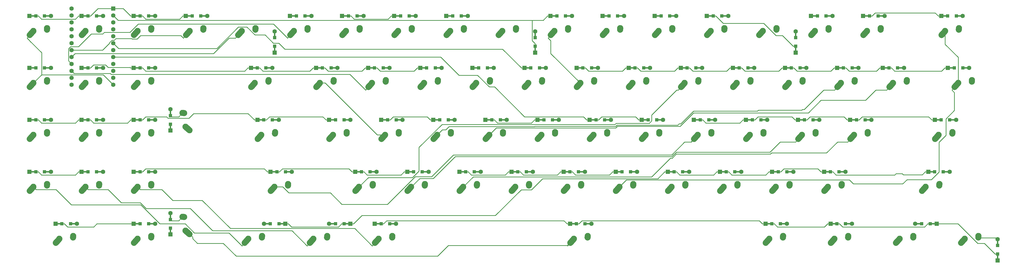
<source format=gtl>
G04 #@! TF.GenerationSoftware,KiCad,Pcbnew,5.1.6*
G04 #@! TF.CreationDate,2020-07-29T11:26:02-04:00*
G04 #@! TF.ProjectId,southpawpcb,736f7574-6870-4617-9770-63622e6b6963,rev?*
G04 #@! TF.SameCoordinates,Original*
G04 #@! TF.FileFunction,Copper,L1,Top*
G04 #@! TF.FilePolarity,Positive*
%FSLAX46Y46*%
G04 Gerber Fmt 4.6, Leading zero omitted, Abs format (unit mm)*
G04 Created by KiCad (PCBNEW 5.1.6) date 2020-07-29 11:26:02*
%MOMM*%
%LPD*%
G01*
G04 APERTURE LIST*
G04 #@! TA.AperFunction,ComponentPad*
%ADD10R,1.600000X1.600000*%
G04 #@! TD*
G04 #@! TA.AperFunction,ComponentPad*
%ADD11C,1.600000*%
G04 #@! TD*
G04 #@! TA.AperFunction,ComponentPad*
%ADD12C,2.250000*%
G04 #@! TD*
G04 #@! TA.AperFunction,Conductor*
%ADD13R,2.500000X0.500000*%
G04 #@! TD*
G04 #@! TA.AperFunction,SMDPad,CuDef*
%ADD14R,1.200000X1.200000*%
G04 #@! TD*
G04 #@! TA.AperFunction,Conductor*
%ADD15R,0.500000X2.500000*%
G04 #@! TD*
G04 #@! TA.AperFunction,Conductor*
%ADD16C,0.250000*%
G04 #@! TD*
G04 APERTURE END LIST*
D10*
G04 #@! TO.P,U1,1*
G04 #@! TO.N,Net-(D1-Pad1)*
X50582500Y23457600D03*
D11*
G04 #@! TO.P,U1,2*
G04 #@! TO.N,Net-(D10-Pad1)*
X50582500Y20917600D03*
G04 #@! TO.P,U1,3*
G04 #@! TO.N,Net-(U1-Pad3)*
X50582500Y18377600D03*
G04 #@! TO.P,U1,4*
G04 #@! TO.N,Net-(U1-Pad4)*
X50582500Y15837600D03*
G04 #@! TO.P,U1,5*
G04 #@! TO.N,Net-(D19-Pad1)*
X50582500Y13297600D03*
G04 #@! TO.P,U1,6*
G04 #@! TO.N,Net-(D28-Pad1)*
X50582500Y10757600D03*
G04 #@! TO.P,U1,7*
G04 #@! TO.N,Net-(D37-Pad1)*
X50582500Y8217600D03*
G04 #@! TO.P,U1,8*
G04 #@! TO.N,Net-(D46-Pad1)*
X50582500Y5677600D03*
G04 #@! TO.P,U1,9*
G04 #@! TO.N,Net-(D55-Pad1)*
X50582500Y3137600D03*
G04 #@! TO.P,U1,10*
G04 #@! TO.N,Net-(D64-Pad1)*
X50582500Y597600D03*
G04 #@! TO.P,U1,11*
G04 #@! TO.N,Net-(D73-Pad1)*
X50582500Y-1942400D03*
G04 #@! TO.P,U1,12*
G04 #@! TO.N,Net-(K1-Pad1)*
X50582500Y-4482400D03*
G04 #@! TO.P,U1,13*
G04 #@! TO.N,Net-(K18-Pad1)*
X35342500Y-4482400D03*
G04 #@! TO.P,U1,14*
G04 #@! TO.N,Net-(K17-Pad1)*
X35342500Y-1942400D03*
G04 #@! TO.P,U1,15*
G04 #@! TO.N,Net-(K16-Pad1)*
X35342500Y597600D03*
G04 #@! TO.P,U1,16*
G04 #@! TO.N,Net-(K15-Pad1)*
X35342500Y3137600D03*
G04 #@! TO.P,U1,17*
G04 #@! TO.N,Net-(K14-Pad1)*
X35342500Y5677600D03*
G04 #@! TO.P,U1,18*
G04 #@! TO.N,Net-(K13-Pad1)*
X35342500Y8217600D03*
G04 #@! TO.P,U1,19*
G04 #@! TO.N,Net-(K12-Pad1)*
X35342500Y10757600D03*
G04 #@! TO.P,U1,20*
G04 #@! TO.N,Net-(K11-Pad1)*
X35342500Y13297600D03*
G04 #@! TO.P,U1,21*
G04 #@! TO.N,Net-(U1-Pad21)*
X35342500Y15837600D03*
G04 #@! TO.P,U1,22*
G04 #@! TO.N,Net-(SW1-Pad2)*
X35342500Y18377600D03*
G04 #@! TO.P,U1,23*
G04 #@! TO.N,Net-(SW1-Pad1)*
X35342500Y20917600D03*
G04 #@! TO.P,U1,24*
G04 #@! TO.N,Net-(U1-Pad24)*
X35342500Y23457600D03*
G04 #@! TD*
G04 #@! TO.P,K46,2*
G04 #@! TO.N,Net-(D46-Pad2)*
G04 #@! TA.AperFunction,ComponentPad*
G36*
G01*
X231065597Y-23522334D02*
X231065597Y-23522334D01*
G75*
G02*
X230020666Y-22322597I77403J1122334D01*
G01*
X230060666Y-21742597D01*
G75*
G02*
X231260403Y-20697666I1122334J-77403D01*
G01*
X231260403Y-20697666D01*
G75*
G02*
X232305334Y-21897403I-77403J-1122334D01*
G01*
X232265334Y-22477403D01*
G75*
G02*
X231065597Y-23522334I-1122334J77403D01*
G01*
G37*
G04 #@! TD.AperFunction*
D12*
X231183000Y-21820000D03*
G04 #@! TO.P,K46,1*
G04 #@! TO.N,Net-(K1-Pad1)*
G04 #@! TA.AperFunction,ComponentPad*
G36*
G01*
X224081683Y-25197345D02*
X224081683Y-25197345D01*
G75*
G02*
X223995655Y-23608683I751317J837345D01*
G01*
X225305657Y-22148683D01*
G75*
G02*
X226894319Y-22062655I837345J-751317D01*
G01*
X226894319Y-22062655D01*
G75*
G02*
X226980347Y-23651317I-751317J-837345D01*
G01*
X225670345Y-25111317D01*
G75*
G02*
X224081683Y-25197345I-837345J751317D01*
G01*
G37*
G04 #@! TD.AperFunction*
X226143000Y-22900000D03*
G04 #@! TD*
D13*
G04 #@! TO.N,Net-(D1-Pad1)*
G04 #@! TO.C,D7*
X135456000Y20725000D03*
D14*
G04 #@! TD*
G04 #@! TO.P,D7,1*
G04 #@! TO.N,Net-(D1-Pad1)*
X136581000Y20725000D03*
G04 #@! TO.P,D7,2*
G04 #@! TO.N,Net-(D7-Pad2)*
X139731000Y20725000D03*
D13*
G04 #@! TD*
G04 #@! TO.N,Net-(D7-Pad2)*
G04 #@! TO.C,D7*
X140856000Y20725000D03*
D10*
G04 #@! TO.P,D7,1*
G04 #@! TO.N,Net-(D1-Pad1)*
X134256000Y20725000D03*
D11*
G04 #@! TO.P,D7,2*
G04 #@! TO.N,Net-(D7-Pad2)*
X142056000Y20725000D03*
G04 #@! TD*
G04 #@! TO.P,K65,2*
G04 #@! TO.N,Net-(D65-Pad2)*
G04 #@! TA.AperFunction,ComponentPad*
G36*
G01*
X278691597Y-42572334D02*
X278691597Y-42572334D01*
G75*
G02*
X277646666Y-41372597I77403J1122334D01*
G01*
X277686666Y-40792597D01*
G75*
G02*
X278886403Y-39747666I1122334J-77403D01*
G01*
X278886403Y-39747666D01*
G75*
G02*
X279931334Y-40947403I-77403J-1122334D01*
G01*
X279891334Y-41527403D01*
G75*
G02*
X278691597Y-42572334I-1122334J77403D01*
G01*
G37*
G04 #@! TD.AperFunction*
D12*
X278809000Y-40870000D03*
G04 #@! TO.P,K65,1*
G04 #@! TO.N,Net-(K11-Pad1)*
G04 #@! TA.AperFunction,ComponentPad*
G36*
G01*
X271707683Y-44247345D02*
X271707683Y-44247345D01*
G75*
G02*
X271621655Y-42658683I751317J837345D01*
G01*
X272931657Y-41198683D01*
G75*
G02*
X274520319Y-41112655I837345J-751317D01*
G01*
X274520319Y-41112655D01*
G75*
G02*
X274606347Y-42701317I-751317J-837345D01*
G01*
X273296345Y-44161317D01*
G75*
G02*
X271707683Y-44247345I-837345J751317D01*
G01*
G37*
G04 #@! TD.AperFunction*
X273769000Y-41950000D03*
G04 #@! TD*
D11*
G04 #@! TO.P,D48,2*
G04 #@! TO.N,Net-(D48-Pad2)*
X270643000Y-17375000D03*
D10*
G04 #@! TO.P,D48,1*
G04 #@! TO.N,Net-(D46-Pad1)*
X262843000Y-17375000D03*
D13*
G04 #@! TD*
G04 #@! TO.N,Net-(D48-Pad2)*
G04 #@! TO.C,D48*
X269443000Y-17375000D03*
D14*
G04 #@! TO.P,D48,2*
G04 #@! TO.N,Net-(D48-Pad2)*
X268318000Y-17375000D03*
G04 #@! TO.P,D48,1*
G04 #@! TO.N,Net-(D46-Pad1)*
X265168000Y-17375000D03*
D13*
G04 #@! TD*
G04 #@! TO.N,Net-(D46-Pad1)*
G04 #@! TO.C,D48*
X264043000Y-17375000D03*
G04 #@! TO.P,K69,2*
G04 #@! TO.N,Net-(D69-Pad2)*
G04 #@! TA.AperFunction,ComponentPad*
G36*
G01*
X35803797Y-61622334D02*
X35803797Y-61622334D01*
G75*
G02*
X34758866Y-60422597I77403J1122334D01*
G01*
X34798866Y-59842597D01*
G75*
G02*
X35998603Y-58797666I1122334J-77403D01*
G01*
X35998603Y-58797666D01*
G75*
G02*
X37043534Y-59997403I-77403J-1122334D01*
G01*
X37003534Y-60577403D01*
G75*
G02*
X35803797Y-61622334I-1122334J77403D01*
G01*
G37*
G04 #@! TD.AperFunction*
D12*
X35921200Y-59920000D03*
G04 #@! TO.P,K69,1*
G04 #@! TO.N,Net-(K15-Pad1)*
G04 #@! TA.AperFunction,ComponentPad*
G36*
G01*
X28819883Y-63297345D02*
X28819883Y-63297345D01*
G75*
G02*
X28733855Y-61708683I751317J837345D01*
G01*
X30043857Y-60248683D01*
G75*
G02*
X31632519Y-60162655I837345J-751317D01*
G01*
X31632519Y-60162655D01*
G75*
G02*
X31718547Y-61751317I-751317J-837345D01*
G01*
X30408545Y-63211317D01*
G75*
G02*
X28819883Y-63297345I-837345J751317D01*
G01*
G37*
G04 #@! TD.AperFunction*
X30881200Y-61000000D03*
G04 #@! TD*
G04 #@! TO.P,K77,2*
G04 #@! TO.N,Net-(D77-Pad2)*
G04 #@! TA.AperFunction,ComponentPad*
G36*
G01*
X342984597Y-61622334D02*
X342984597Y-61622334D01*
G75*
G02*
X341939666Y-60422597I77403J1122334D01*
G01*
X341979666Y-59842597D01*
G75*
G02*
X343179403Y-58797666I1122334J-77403D01*
G01*
X343179403Y-58797666D01*
G75*
G02*
X344224334Y-59997403I-77403J-1122334D01*
G01*
X344184334Y-60577403D01*
G75*
G02*
X342984597Y-61622334I-1122334J77403D01*
G01*
G37*
G04 #@! TD.AperFunction*
X343102000Y-59920000D03*
G04 #@! TO.P,K77,1*
G04 #@! TO.N,Net-(K14-Pad1)*
G04 #@! TA.AperFunction,ComponentPad*
G36*
G01*
X336000683Y-63297345D02*
X336000683Y-63297345D01*
G75*
G02*
X335914655Y-61708683I751317J837345D01*
G01*
X337224657Y-60248683D01*
G75*
G02*
X338813319Y-60162655I837345J-751317D01*
G01*
X338813319Y-60162655D01*
G75*
G02*
X338899347Y-61751317I-751317J-837345D01*
G01*
X337589345Y-63211317D01*
G75*
G02*
X336000683Y-63297345I-837345J751317D01*
G01*
G37*
G04 #@! TD.AperFunction*
X338062000Y-61000000D03*
G04 #@! TD*
D13*
G04 #@! TO.N,Net-(D64-Pad1)*
G04 #@! TO.C,D72*
X136093000Y-55475000D03*
D14*
G04 #@! TD*
G04 #@! TO.P,D72,1*
G04 #@! TO.N,Net-(D64-Pad1)*
X134968000Y-55475000D03*
G04 #@! TO.P,D72,2*
G04 #@! TO.N,Net-(D72-Pad2)*
X131818000Y-55475000D03*
D13*
G04 #@! TD*
G04 #@! TO.N,Net-(D72-Pad2)*
G04 #@! TO.C,D72*
X130693000Y-55475000D03*
D10*
G04 #@! TO.P,D72,1*
G04 #@! TO.N,Net-(D64-Pad1)*
X137293000Y-55475000D03*
D11*
G04 #@! TO.P,D72,2*
G04 #@! TO.N,Net-(D72-Pad2)*
X129493000Y-55475000D03*
G04 #@! TD*
D12*
G04 #@! TO.P,K59,1*
G04 #@! TO.N,Net-(K14-Pad1)*
X159469000Y-41950000D03*
G04 #@! TA.AperFunction,ComponentPad*
G36*
G01*
X157407683Y-44247345D02*
X157407683Y-44247345D01*
G75*
G02*
X157321655Y-42658683I751317J837345D01*
G01*
X158631657Y-41198683D01*
G75*
G02*
X160220319Y-41112655I837345J-751317D01*
G01*
X160220319Y-41112655D01*
G75*
G02*
X160306347Y-42701317I-751317J-837345D01*
G01*
X158996345Y-44161317D01*
G75*
G02*
X157407683Y-44247345I-837345J751317D01*
G01*
G37*
G04 #@! TD.AperFunction*
G04 #@! TO.P,K59,2*
G04 #@! TO.N,Net-(D59-Pad2)*
X164509000Y-40870000D03*
G04 #@! TA.AperFunction,ComponentPad*
G36*
G01*
X164391597Y-42572334D02*
X164391597Y-42572334D01*
G75*
G02*
X163346666Y-41372597I77403J1122334D01*
G01*
X163386666Y-40792597D01*
G75*
G02*
X164586403Y-39747666I1122334J-77403D01*
G01*
X164586403Y-39747666D01*
G75*
G02*
X165631334Y-40947403I-77403J-1122334D01*
G01*
X165591334Y-41527403D01*
G75*
G02*
X164391597Y-42572334I-1122334J77403D01*
G01*
G37*
G04 #@! TD.AperFunction*
G04 #@! TD*
D13*
G04 #@! TO.N,Net-(D37-Pad1)*
G04 #@! TO.C,D39*
X59256200Y-17375000D03*
D14*
G04 #@! TD*
G04 #@! TO.P,D39,1*
G04 #@! TO.N,Net-(D37-Pad1)*
X60381200Y-17375000D03*
G04 #@! TO.P,D39,2*
G04 #@! TO.N,Net-(D39-Pad2)*
X63531200Y-17375000D03*
D13*
G04 #@! TD*
G04 #@! TO.N,Net-(D39-Pad2)*
G04 #@! TO.C,D39*
X64656200Y-17375000D03*
D10*
G04 #@! TO.P,D39,1*
G04 #@! TO.N,Net-(D37-Pad1)*
X58056200Y-17375000D03*
D11*
G04 #@! TO.P,D39,2*
G04 #@! TO.N,Net-(D39-Pad2)*
X65856200Y-17375000D03*
G04 #@! TD*
D12*
G04 #@! TO.P,K25,1*
G04 #@! TO.N,Net-(K16-Pad1)*
X145181000Y-3850000D03*
G04 #@! TA.AperFunction,ComponentPad*
G36*
G01*
X143119683Y-6147345D02*
X143119683Y-6147345D01*
G75*
G02*
X143033655Y-4558683I751317J837345D01*
G01*
X144343657Y-3098683D01*
G75*
G02*
X145932319Y-3012655I837345J-751317D01*
G01*
X145932319Y-3012655D01*
G75*
G02*
X146018347Y-4601317I-751317J-837345D01*
G01*
X144708345Y-6061317D01*
G75*
G02*
X143119683Y-6147345I-837345J751317D01*
G01*
G37*
G04 #@! TD.AperFunction*
G04 #@! TO.P,K25,2*
G04 #@! TO.N,Net-(D25-Pad2)*
X150221000Y-2770000D03*
G04 #@! TA.AperFunction,ComponentPad*
G36*
G01*
X150103597Y-4472334D02*
X150103597Y-4472334D01*
G75*
G02*
X149058666Y-3272597I77403J1122334D01*
G01*
X149098666Y-2692597D01*
G75*
G02*
X150298403Y-1647666I1122334J-77403D01*
G01*
X150298403Y-1647666D01*
G75*
G02*
X151343334Y-2847403I-77403J-1122334D01*
G01*
X151303334Y-3427403D01*
G75*
G02*
X150103597Y-4472334I-1122334J77403D01*
G01*
G37*
G04 #@! TD.AperFunction*
G04 #@! TD*
G04 #@! TO.P,K8,2*
G04 #@! TO.N,Net-(D8-Pad2)*
G04 #@! TA.AperFunction,ComponentPad*
G36*
G01*
X159628597Y14577666D02*
X159628597Y14577666D01*
G75*
G02*
X158583666Y15777403I77403J1122334D01*
G01*
X158623666Y16357403D01*
G75*
G02*
X159823403Y17402334I1122334J-77403D01*
G01*
X159823403Y17402334D01*
G75*
G02*
X160868334Y16202597I-77403J-1122334D01*
G01*
X160828334Y15622597D01*
G75*
G02*
X159628597Y14577666I-1122334J77403D01*
G01*
G37*
G04 #@! TD.AperFunction*
X159746000Y16280000D03*
G04 #@! TO.P,K8,1*
G04 #@! TO.N,Net-(K17-Pad1)*
G04 #@! TA.AperFunction,ComponentPad*
G36*
G01*
X152644683Y12902655D02*
X152644683Y12902655D01*
G75*
G02*
X152558655Y14491317I751317J837345D01*
G01*
X153868657Y15951317D01*
G75*
G02*
X155457319Y16037345I837345J-751317D01*
G01*
X155457319Y16037345D01*
G75*
G02*
X155543347Y14448683I-751317J-837345D01*
G01*
X154233345Y12988683D01*
G75*
G02*
X152644683Y12902655I-837345J751317D01*
G01*
G37*
G04 #@! TD.AperFunction*
X154706000Y15200000D03*
G04 #@! TD*
D11*
G04 #@! TO.P,D2,2*
G04 #@! TO.N,Net-(D2-Pad2)*
X46806200Y20725000D03*
D10*
G04 #@! TO.P,D2,1*
G04 #@! TO.N,Net-(D1-Pad1)*
X39006200Y20725000D03*
D13*
G04 #@! TD*
G04 #@! TO.N,Net-(D2-Pad2)*
G04 #@! TO.C,D2*
X45606200Y20725000D03*
D14*
G04 #@! TO.P,D2,2*
G04 #@! TO.N,Net-(D2-Pad2)*
X44481200Y20725000D03*
G04 #@! TO.P,D2,1*
G04 #@! TO.N,Net-(D1-Pad1)*
X41331200Y20725000D03*
D13*
G04 #@! TD*
G04 #@! TO.N,Net-(D1-Pad1)*
G04 #@! TO.C,D2*
X40206200Y20725000D03*
D11*
G04 #@! TO.P,D50,2*
G04 #@! TO.N,Net-(D50-Pad2)*
X308743000Y-17375000D03*
D10*
G04 #@! TO.P,D50,1*
G04 #@! TO.N,Net-(D46-Pad1)*
X300943000Y-17375000D03*
D13*
G04 #@! TD*
G04 #@! TO.N,Net-(D50-Pad2)*
G04 #@! TO.C,D50*
X307543000Y-17375000D03*
D14*
G04 #@! TO.P,D50,2*
G04 #@! TO.N,Net-(D50-Pad2)*
X306418000Y-17375000D03*
G04 #@! TO.P,D50,1*
G04 #@! TO.N,Net-(D46-Pad1)*
X303268000Y-17375000D03*
D13*
G04 #@! TD*
G04 #@! TO.N,Net-(D46-Pad1)*
G04 #@! TO.C,D50*
X302143000Y-17375000D03*
G04 #@! TO.P,K28,2*
G04 #@! TO.N,Net-(D28-Pad2)*
G04 #@! TA.AperFunction,ComponentPad*
G36*
G01*
X207253597Y-4472334D02*
X207253597Y-4472334D01*
G75*
G02*
X206208666Y-3272597I77403J1122334D01*
G01*
X206248666Y-2692597D01*
G75*
G02*
X207448403Y-1647666I1122334J-77403D01*
G01*
X207448403Y-1647666D01*
G75*
G02*
X208493334Y-2847403I-77403J-1122334D01*
G01*
X208453334Y-3427403D01*
G75*
G02*
X207253597Y-4472334I-1122334J77403D01*
G01*
G37*
G04 #@! TD.AperFunction*
D12*
X207371000Y-2770000D03*
G04 #@! TO.P,K28,1*
G04 #@! TO.N,Net-(K1-Pad1)*
G04 #@! TA.AperFunction,ComponentPad*
G36*
G01*
X200269683Y-6147345D02*
X200269683Y-6147345D01*
G75*
G02*
X200183655Y-4558683I751317J837345D01*
G01*
X201493657Y-3098683D01*
G75*
G02*
X203082319Y-3012655I837345J-751317D01*
G01*
X203082319Y-3012655D01*
G75*
G02*
X203168347Y-4601317I-751317J-837345D01*
G01*
X201858345Y-6061317D01*
G75*
G02*
X200269683Y-6147345I-837345J751317D01*
G01*
G37*
G04 #@! TD.AperFunction*
X202331000Y-3850000D03*
G04 #@! TD*
D13*
G04 #@! TO.N,Net-(D19-Pad1)*
G04 #@! TO.C,D21*
X59256200Y1675000D03*
D14*
G04 #@! TD*
G04 #@! TO.P,D21,1*
G04 #@! TO.N,Net-(D19-Pad1)*
X60381200Y1675000D03*
G04 #@! TO.P,D21,2*
G04 #@! TO.N,Net-(D21-Pad2)*
X63531200Y1675000D03*
D13*
G04 #@! TD*
G04 #@! TO.N,Net-(D21-Pad2)*
G04 #@! TO.C,D21*
X64656200Y1675000D03*
D10*
G04 #@! TO.P,D21,1*
G04 #@! TO.N,Net-(D19-Pad1)*
X58056200Y1675000D03*
D11*
G04 #@! TO.P,D21,2*
G04 #@! TO.N,Net-(D21-Pad2)*
X65856200Y1675000D03*
G04 #@! TD*
G04 #@! TO.P,D53,2*
G04 #@! TO.N,Net-(D53-Pad2)*
X27756200Y-36425000D03*
D10*
G04 #@! TO.P,D53,1*
G04 #@! TO.N,Net-(D46-Pad1)*
X19956200Y-36425000D03*
D13*
G04 #@! TD*
G04 #@! TO.N,Net-(D53-Pad2)*
G04 #@! TO.C,D53*
X26556200Y-36425000D03*
D14*
G04 #@! TO.P,D53,2*
G04 #@! TO.N,Net-(D53-Pad2)*
X25431200Y-36425000D03*
G04 #@! TO.P,D53,1*
G04 #@! TO.N,Net-(D46-Pad1)*
X22281200Y-36425000D03*
D13*
G04 #@! TD*
G04 #@! TO.N,Net-(D46-Pad1)*
G04 #@! TO.C,D53*
X21156200Y-36425000D03*
D11*
G04 #@! TO.P,D26,2*
G04 #@! TO.N,Net-(D26-Pad2)*
X170631000Y1675000D03*
D10*
G04 #@! TO.P,D26,1*
G04 #@! TO.N,Net-(D19-Pad1)*
X162831000Y1675000D03*
D13*
G04 #@! TD*
G04 #@! TO.N,Net-(D26-Pad2)*
G04 #@! TO.C,D26*
X169431000Y1675000D03*
D14*
G04 #@! TO.P,D26,2*
G04 #@! TO.N,Net-(D26-Pad2)*
X168306000Y1675000D03*
G04 #@! TO.P,D26,1*
G04 #@! TO.N,Net-(D19-Pad1)*
X165156000Y1675000D03*
D13*
G04 #@! TD*
G04 #@! TO.N,Net-(D19-Pad1)*
G04 #@! TO.C,D26*
X164031000Y1675000D03*
G04 #@! TO.N,Net-(D55-Pad1)*
G04 #@! TO.C,D60*
X178319000Y-36425000D03*
D14*
G04 #@! TD*
G04 #@! TO.P,D60,1*
G04 #@! TO.N,Net-(D55-Pad1)*
X179444000Y-36425000D03*
G04 #@! TO.P,D60,2*
G04 #@! TO.N,Net-(D60-Pad2)*
X182594000Y-36425000D03*
D13*
G04 #@! TD*
G04 #@! TO.N,Net-(D60-Pad2)*
G04 #@! TO.C,D60*
X183719000Y-36425000D03*
D10*
G04 #@! TO.P,D60,1*
G04 #@! TO.N,Net-(D55-Pad1)*
X177119000Y-36425000D03*
D11*
G04 #@! TO.P,D60,2*
G04 #@! TO.N,Net-(D60-Pad2)*
X184919000Y-36425000D03*
G04 #@! TD*
G04 #@! TO.P,D42,2*
G04 #@! TO.N,Net-(D42-Pad2)*
X156343000Y-17375000D03*
D10*
G04 #@! TO.P,D42,1*
G04 #@! TO.N,Net-(D37-Pad1)*
X148543000Y-17375000D03*
D13*
G04 #@! TD*
G04 #@! TO.N,Net-(D42-Pad2)*
G04 #@! TO.C,D42*
X155143000Y-17375000D03*
D14*
G04 #@! TO.P,D42,2*
G04 #@! TO.N,Net-(D42-Pad2)*
X154018000Y-17375000D03*
G04 #@! TO.P,D42,1*
G04 #@! TO.N,Net-(D37-Pad1)*
X150868000Y-17375000D03*
D13*
G04 #@! TD*
G04 #@! TO.N,Net-(D37-Pad1)*
G04 #@! TO.C,D42*
X149743000Y-17375000D03*
D11*
G04 #@! TO.P,D4,2*
G04 #@! TO.N,Net-(D4-Pad2)*
X84906200Y20725000D03*
D10*
G04 #@! TO.P,D4,1*
G04 #@! TO.N,Net-(D1-Pad1)*
X77106200Y20725000D03*
D13*
G04 #@! TD*
G04 #@! TO.N,Net-(D4-Pad2)*
G04 #@! TO.C,D4*
X83706200Y20725000D03*
D14*
G04 #@! TO.P,D4,2*
G04 #@! TO.N,Net-(D4-Pad2)*
X82581200Y20725000D03*
G04 #@! TO.P,D4,1*
G04 #@! TO.N,Net-(D1-Pad1)*
X79431200Y20725000D03*
D13*
G04 #@! TD*
G04 #@! TO.N,Net-(D1-Pad1)*
G04 #@! TO.C,D4*
X78306200Y20725000D03*
G04 #@! TO.P,K27,2*
G04 #@! TO.N,Net-(D27-Pad2)*
G04 #@! TA.AperFunction,ComponentPad*
G36*
G01*
X188203597Y-4472334D02*
X188203597Y-4472334D01*
G75*
G02*
X187158666Y-3272597I77403J1122334D01*
G01*
X187198666Y-2692597D01*
G75*
G02*
X188398403Y-1647666I1122334J-77403D01*
G01*
X188398403Y-1647666D01*
G75*
G02*
X189443334Y-2847403I-77403J-1122334D01*
G01*
X189403334Y-3427403D01*
G75*
G02*
X188203597Y-4472334I-1122334J77403D01*
G01*
G37*
G04 #@! TD.AperFunction*
D12*
X188321000Y-2770000D03*
G04 #@! TO.P,K27,1*
G04 #@! TO.N,Net-(K18-Pad1)*
G04 #@! TA.AperFunction,ComponentPad*
G36*
G01*
X181219683Y-6147345D02*
X181219683Y-6147345D01*
G75*
G02*
X181133655Y-4558683I751317J837345D01*
G01*
X182443657Y-3098683D01*
G75*
G02*
X184032319Y-3012655I837345J-751317D01*
G01*
X184032319Y-3012655D01*
G75*
G02*
X184118347Y-4601317I-751317J-837345D01*
G01*
X182808345Y-6061317D01*
G75*
G02*
X181219683Y-6147345I-837345J751317D01*
G01*
G37*
G04 #@! TD.AperFunction*
X183281000Y-3850000D03*
G04 #@! TD*
D13*
G04 #@! TO.N,Net-(D1-Pad1)*
G04 #@! TO.C,D3*
X59256200Y20725000D03*
D14*
G04 #@! TD*
G04 #@! TO.P,D3,1*
G04 #@! TO.N,Net-(D1-Pad1)*
X60381200Y20725000D03*
G04 #@! TO.P,D3,2*
G04 #@! TO.N,Net-(D3-Pad2)*
X63531200Y20725000D03*
D13*
G04 #@! TD*
G04 #@! TO.N,Net-(D3-Pad2)*
G04 #@! TO.C,D3*
X64656200Y20725000D03*
D10*
G04 #@! TO.P,D3,1*
G04 #@! TO.N,Net-(D1-Pad1)*
X58056200Y20725000D03*
D11*
G04 #@! TO.P,D3,2*
G04 #@! TO.N,Net-(D3-Pad2)*
X65856200Y20725000D03*
G04 #@! TD*
G04 #@! TO.P,K5,2*
G04 #@! TO.N,Net-(D5-Pad2)*
G04 #@! TA.AperFunction,ComponentPad*
G36*
G01*
X102478597Y14577666D02*
X102478597Y14577666D01*
G75*
G02*
X101433666Y15777403I77403J1122334D01*
G01*
X101473666Y16357403D01*
G75*
G02*
X102673403Y17402334I1122334J-77403D01*
G01*
X102673403Y17402334D01*
G75*
G02*
X103718334Y16202597I-77403J-1122334D01*
G01*
X103678334Y15622597D01*
G75*
G02*
X102478597Y14577666I-1122334J77403D01*
G01*
G37*
G04 #@! TD.AperFunction*
D12*
X102596000Y16280000D03*
G04 #@! TO.P,K5,1*
G04 #@! TO.N,Net-(K14-Pad1)*
G04 #@! TA.AperFunction,ComponentPad*
G36*
G01*
X95494683Y12902655D02*
X95494683Y12902655D01*
G75*
G02*
X95408655Y14491317I751317J837345D01*
G01*
X96718657Y15951317D01*
G75*
G02*
X98307319Y16037345I837345J-751317D01*
G01*
X98307319Y16037345D01*
G75*
G02*
X98393347Y14448683I-751317J-837345D01*
G01*
X97083345Y12988683D01*
G75*
G02*
X95494683Y12902655I-837345J751317D01*
G01*
G37*
G04 #@! TD.AperFunction*
X97556000Y15200000D03*
G04 #@! TD*
G04 #@! TO.P,K64,1*
G04 #@! TO.N,Net-(K1-Pad1)*
X254719000Y-41950000D03*
G04 #@! TA.AperFunction,ComponentPad*
G36*
G01*
X252657683Y-44247345D02*
X252657683Y-44247345D01*
G75*
G02*
X252571655Y-42658683I751317J837345D01*
G01*
X253881657Y-41198683D01*
G75*
G02*
X255470319Y-41112655I837345J-751317D01*
G01*
X255470319Y-41112655D01*
G75*
G02*
X255556347Y-42701317I-751317J-837345D01*
G01*
X254246345Y-44161317D01*
G75*
G02*
X252657683Y-44247345I-837345J751317D01*
G01*
G37*
G04 #@! TD.AperFunction*
G04 #@! TO.P,K64,2*
G04 #@! TO.N,Net-(D64-Pad2)*
X259759000Y-40870000D03*
G04 #@! TA.AperFunction,ComponentPad*
G36*
G01*
X259641597Y-42572334D02*
X259641597Y-42572334D01*
G75*
G02*
X258596666Y-41372597I77403J1122334D01*
G01*
X258636666Y-40792597D01*
G75*
G02*
X259836403Y-39747666I1122334J-77403D01*
G01*
X259836403Y-39747666D01*
G75*
G02*
X260881334Y-40947403I-77403J-1122334D01*
G01*
X260841334Y-41527403D01*
G75*
G02*
X259641597Y-42572334I-1122334J77403D01*
G01*
G37*
G04 #@! TD.AperFunction*
G04 #@! TD*
G04 #@! TO.P,K71,2*
G04 #@! TO.N,Net-(D71-Pad2)*
G04 #@! TA.AperFunction,ComponentPad*
G36*
G01*
X104859597Y-61622334D02*
X104859597Y-61622334D01*
G75*
G02*
X103814666Y-60422597I77403J1122334D01*
G01*
X103854666Y-59842597D01*
G75*
G02*
X105054403Y-58797666I1122334J-77403D01*
G01*
X105054403Y-58797666D01*
G75*
G02*
X106099334Y-59997403I-77403J-1122334D01*
G01*
X106059334Y-60577403D01*
G75*
G02*
X104859597Y-61622334I-1122334J77403D01*
G01*
G37*
G04 #@! TD.AperFunction*
X104977000Y-59920000D03*
G04 #@! TO.P,K71,1*
G04 #@! TO.N,Net-(K17-Pad1)*
G04 #@! TA.AperFunction,ComponentPad*
G36*
G01*
X97875683Y-63297345D02*
X97875683Y-63297345D01*
G75*
G02*
X97789655Y-61708683I751317J837345D01*
G01*
X99099657Y-60248683D01*
G75*
G02*
X100688319Y-60162655I837345J-751317D01*
G01*
X100688319Y-60162655D01*
G75*
G02*
X100774347Y-61751317I-751317J-837345D01*
G01*
X99464345Y-63211317D01*
G75*
G02*
X97875683Y-63297345I-837345J751317D01*
G01*
G37*
G04 #@! TD.AperFunction*
X99937000Y-61000000D03*
G04 #@! TD*
D13*
G04 #@! TO.N,Net-(D19-Pad1)*
G04 #@! TO.C,D25*
X144981000Y1675000D03*
D14*
G04 #@! TD*
G04 #@! TO.P,D25,1*
G04 #@! TO.N,Net-(D19-Pad1)*
X146106000Y1675000D03*
G04 #@! TO.P,D25,2*
G04 #@! TO.N,Net-(D25-Pad2)*
X149256000Y1675000D03*
D13*
G04 #@! TD*
G04 #@! TO.N,Net-(D25-Pad2)*
G04 #@! TO.C,D25*
X150381000Y1675000D03*
D10*
G04 #@! TO.P,D25,1*
G04 #@! TO.N,Net-(D19-Pad1)*
X143781000Y1675000D03*
D11*
G04 #@! TO.P,D25,2*
G04 #@! TO.N,Net-(D25-Pad2)*
X151581000Y1675000D03*
G04 #@! TD*
G04 #@! TO.P,K70,2*
G04 #@! TO.N,Net-(D70-Pad2)*
G04 #@! TA.AperFunction,ComponentPad*
G36*
G01*
X64378797Y-61622334D02*
X64378797Y-61622334D01*
G75*
G02*
X63333866Y-60422597I77403J1122334D01*
G01*
X63373866Y-59842597D01*
G75*
G02*
X64573603Y-58797666I1122334J-77403D01*
G01*
X64573603Y-58797666D01*
G75*
G02*
X65618534Y-59997403I-77403J-1122334D01*
G01*
X65578534Y-60577403D01*
G75*
G02*
X64378797Y-61622334I-1122334J77403D01*
G01*
G37*
G04 #@! TD.AperFunction*
D12*
X64496200Y-59920000D03*
G04 #@! TO.P,K70,1*
G04 #@! TO.N,Net-(K16-Pad1)*
G04 #@! TA.AperFunction,ComponentPad*
G36*
G01*
X57394883Y-63297345D02*
X57394883Y-63297345D01*
G75*
G02*
X57308855Y-61708683I751317J837345D01*
G01*
X58618857Y-60248683D01*
G75*
G02*
X60207519Y-60162655I837345J-751317D01*
G01*
X60207519Y-60162655D01*
G75*
G02*
X60293547Y-61751317I-751317J-837345D01*
G01*
X58983545Y-63211317D01*
G75*
G02*
X57394883Y-63297345I-837345J751317D01*
G01*
G37*
G04 #@! TD.AperFunction*
X59456200Y-61000000D03*
G04 #@! TD*
D11*
G04 #@! TO.P,D71,2*
G04 #@! TO.N,Net-(D71-Pad2)*
X105681000Y-55475000D03*
D10*
G04 #@! TO.P,D71,1*
G04 #@! TO.N,Net-(D64-Pad1)*
X113481000Y-55475000D03*
D13*
G04 #@! TD*
G04 #@! TO.N,Net-(D71-Pad2)*
G04 #@! TO.C,D71*
X106881000Y-55475000D03*
D14*
G04 #@! TO.P,D71,2*
G04 #@! TO.N,Net-(D71-Pad2)*
X108006000Y-55475000D03*
G04 #@! TO.P,D71,1*
G04 #@! TO.N,Net-(D64-Pad1)*
X111156000Y-55475000D03*
D13*
G04 #@! TD*
G04 #@! TO.N,Net-(D64-Pad1)*
G04 #@! TO.C,D71*
X112281000Y-55475000D03*
G04 #@! TO.P,K68,2*
G04 #@! TO.N,Net-(D68-Pad2)*
G04 #@! TA.AperFunction,ComponentPad*
G36*
G01*
X352509597Y-42572334D02*
X352509597Y-42572334D01*
G75*
G02*
X351464666Y-41372597I77403J1122334D01*
G01*
X351504666Y-40792597D01*
G75*
G02*
X352704403Y-39747666I1122334J-77403D01*
G01*
X352704403Y-39747666D01*
G75*
G02*
X353749334Y-40947403I-77403J-1122334D01*
G01*
X353709334Y-41527403D01*
G75*
G02*
X352509597Y-42572334I-1122334J77403D01*
G01*
G37*
G04 #@! TD.AperFunction*
D12*
X352627000Y-40870000D03*
G04 #@! TO.P,K68,1*
G04 #@! TO.N,Net-(K14-Pad1)*
G04 #@! TA.AperFunction,ComponentPad*
G36*
G01*
X345525683Y-44247345D02*
X345525683Y-44247345D01*
G75*
G02*
X345439655Y-42658683I751317J837345D01*
G01*
X346749657Y-41198683D01*
G75*
G02*
X348338319Y-41112655I837345J-751317D01*
G01*
X348338319Y-41112655D01*
G75*
G02*
X348424347Y-42701317I-751317J-837345D01*
G01*
X347114345Y-44161317D01*
G75*
G02*
X345525683Y-44247345I-837345J751317D01*
G01*
G37*
G04 #@! TD.AperFunction*
X347587000Y-41950000D03*
G04 #@! TD*
G04 #@! TO.P,K67,1*
G04 #@! TO.N,Net-(K13-Pad1)*
X311869000Y-41950000D03*
G04 #@! TA.AperFunction,ComponentPad*
G36*
G01*
X309807683Y-44247345D02*
X309807683Y-44247345D01*
G75*
G02*
X309721655Y-42658683I751317J837345D01*
G01*
X311031657Y-41198683D01*
G75*
G02*
X312620319Y-41112655I837345J-751317D01*
G01*
X312620319Y-41112655D01*
G75*
G02*
X312706347Y-42701317I-751317J-837345D01*
G01*
X311396345Y-44161317D01*
G75*
G02*
X309807683Y-44247345I-837345J751317D01*
G01*
G37*
G04 #@! TD.AperFunction*
G04 #@! TO.P,K67,2*
G04 #@! TO.N,Net-(D67-Pad2)*
X316909000Y-40870000D03*
G04 #@! TA.AperFunction,ComponentPad*
G36*
G01*
X316791597Y-42572334D02*
X316791597Y-42572334D01*
G75*
G02*
X315746666Y-41372597I77403J1122334D01*
G01*
X315786666Y-40792597D01*
G75*
G02*
X316986403Y-39747666I1122334J-77403D01*
G01*
X316986403Y-39747666D01*
G75*
G02*
X318031334Y-40947403I-77403J-1122334D01*
G01*
X317991334Y-41527403D01*
G75*
G02*
X316791597Y-42572334I-1122334J77403D01*
G01*
G37*
G04 #@! TD.AperFunction*
G04 #@! TD*
D11*
G04 #@! TO.P,D78,2*
G04 #@! TO.N,Net-(D78-Pad2)*
X373900000Y-61100000D03*
D10*
G04 #@! TO.P,D78,1*
G04 #@! TO.N,Net-(D73-Pad1)*
X373900000Y-68900000D03*
D15*
G04 #@! TD*
G04 #@! TO.N,Net-(D78-Pad2)*
G04 #@! TO.C,D78*
X373900000Y-62300000D03*
D14*
G04 #@! TO.P,D78,2*
G04 #@! TO.N,Net-(D78-Pad2)*
X373900000Y-63425000D03*
G04 #@! TO.P,D78,1*
G04 #@! TO.N,Net-(D73-Pad1)*
X373900000Y-66575000D03*
D15*
G04 #@! TD*
G04 #@! TO.N,Net-(D73-Pad1)*
G04 #@! TO.C,D78*
X373900000Y-67700000D03*
D11*
G04 #@! TO.P,D77,2*
G04 #@! TO.N,Net-(D77-Pad2)*
X343806000Y-55475000D03*
D10*
G04 #@! TO.P,D77,1*
G04 #@! TO.N,Net-(D73-Pad1)*
X351606000Y-55475000D03*
D13*
G04 #@! TD*
G04 #@! TO.N,Net-(D77-Pad2)*
G04 #@! TO.C,D77*
X345006000Y-55475000D03*
D14*
G04 #@! TO.P,D77,2*
G04 #@! TO.N,Net-(D77-Pad2)*
X346131000Y-55475000D03*
G04 #@! TO.P,D77,1*
G04 #@! TO.N,Net-(D73-Pad1)*
X349281000Y-55475000D03*
D13*
G04 #@! TD*
G04 #@! TO.N,Net-(D73-Pad1)*
G04 #@! TO.C,D77*
X350406000Y-55475000D03*
G04 #@! TO.N,Net-(D37-Pad1)*
G04 #@! TO.C,D45*
X206893000Y-17375000D03*
D14*
G04 #@! TD*
G04 #@! TO.P,D45,1*
G04 #@! TO.N,Net-(D37-Pad1)*
X208018000Y-17375000D03*
G04 #@! TO.P,D45,2*
G04 #@! TO.N,Net-(D45-Pad2)*
X211168000Y-17375000D03*
D13*
G04 #@! TD*
G04 #@! TO.N,Net-(D45-Pad2)*
G04 #@! TO.C,D45*
X212293000Y-17375000D03*
D10*
G04 #@! TO.P,D45,1*
G04 #@! TO.N,Net-(D37-Pad1)*
X205693000Y-17375000D03*
D11*
G04 #@! TO.P,D45,2*
G04 #@! TO.N,Net-(D45-Pad2)*
X213493000Y-17375000D03*
G04 #@! TD*
G04 #@! TO.P,D16,2*
G04 #@! TO.N,Net-(D16-Pad2)*
X313506000Y20725000D03*
D10*
G04 #@! TO.P,D16,1*
G04 #@! TO.N,Net-(D10-Pad1)*
X305706000Y20725000D03*
D13*
G04 #@! TD*
G04 #@! TO.N,Net-(D16-Pad2)*
G04 #@! TO.C,D16*
X312306000Y20725000D03*
D14*
G04 #@! TO.P,D16,2*
G04 #@! TO.N,Net-(D16-Pad2)*
X311181000Y20725000D03*
G04 #@! TO.P,D16,1*
G04 #@! TO.N,Net-(D10-Pad1)*
X308031000Y20725000D03*
D13*
G04 #@! TD*
G04 #@! TO.N,Net-(D10-Pad1)*
G04 #@! TO.C,D16*
X306906000Y20725000D03*
G04 #@! TO.P,K26,2*
G04 #@! TO.N,Net-(D26-Pad2)*
G04 #@! TA.AperFunction,ComponentPad*
G36*
G01*
X169153597Y-4472334D02*
X169153597Y-4472334D01*
G75*
G02*
X168108666Y-3272597I77403J1122334D01*
G01*
X168148666Y-2692597D01*
G75*
G02*
X169348403Y-1647666I1122334J-77403D01*
G01*
X169348403Y-1647666D01*
G75*
G02*
X170393334Y-2847403I-77403J-1122334D01*
G01*
X170353334Y-3427403D01*
G75*
G02*
X169153597Y-4472334I-1122334J77403D01*
G01*
G37*
G04 #@! TD.AperFunction*
D12*
X169271000Y-2770000D03*
G04 #@! TO.P,K26,1*
G04 #@! TO.N,Net-(K17-Pad1)*
G04 #@! TA.AperFunction,ComponentPad*
G36*
G01*
X162169683Y-6147345D02*
X162169683Y-6147345D01*
G75*
G02*
X162083655Y-4558683I751317J837345D01*
G01*
X163393657Y-3098683D01*
G75*
G02*
X164982319Y-3012655I837345J-751317D01*
G01*
X164982319Y-3012655D01*
G75*
G02*
X165068347Y-4601317I-751317J-837345D01*
G01*
X163758345Y-6061317D01*
G75*
G02*
X162169683Y-6147345I-837345J751317D01*
G01*
G37*
G04 #@! TD.AperFunction*
X164231000Y-3850000D03*
G04 #@! TD*
G04 #@! TO.P,K6,1*
G04 #@! TO.N,Net-(K15-Pad1)*
X116606000Y15200000D03*
G04 #@! TA.AperFunction,ComponentPad*
G36*
G01*
X114544683Y12902655D02*
X114544683Y12902655D01*
G75*
G02*
X114458655Y14491317I751317J837345D01*
G01*
X115768657Y15951317D01*
G75*
G02*
X117357319Y16037345I837345J-751317D01*
G01*
X117357319Y16037345D01*
G75*
G02*
X117443347Y14448683I-751317J-837345D01*
G01*
X116133345Y12988683D01*
G75*
G02*
X114544683Y12902655I-837345J751317D01*
G01*
G37*
G04 #@! TD.AperFunction*
G04 #@! TO.P,K6,2*
G04 #@! TO.N,Net-(D6-Pad2)*
X121646000Y16280000D03*
G04 #@! TA.AperFunction,ComponentPad*
G36*
G01*
X121528597Y14577666D02*
X121528597Y14577666D01*
G75*
G02*
X120483666Y15777403I77403J1122334D01*
G01*
X120523666Y16357403D01*
G75*
G02*
X121723403Y17402334I1122334J-77403D01*
G01*
X121723403Y17402334D01*
G75*
G02*
X122768334Y16202597I-77403J-1122334D01*
G01*
X122728334Y15622597D01*
G75*
G02*
X121528597Y14577666I-1122334J77403D01*
G01*
G37*
G04 #@! TD.AperFunction*
G04 #@! TD*
D11*
G04 #@! TO.P,D22,2*
G04 #@! TO.N,Net-(D22-Pad2)*
X71481200Y-13475000D03*
D10*
G04 #@! TO.P,D22,1*
G04 #@! TO.N,Net-(D19-Pad1)*
X71481200Y-21275000D03*
D15*
G04 #@! TD*
G04 #@! TO.N,Net-(D22-Pad2)*
G04 #@! TO.C,D22*
X71481200Y-14675000D03*
D14*
G04 #@! TO.P,D22,2*
G04 #@! TO.N,Net-(D22-Pad2)*
X71481200Y-15800000D03*
G04 #@! TO.P,D22,1*
G04 #@! TO.N,Net-(D19-Pad1)*
X71481200Y-18950000D03*
D15*
G04 #@! TD*
G04 #@! TO.N,Net-(D19-Pad1)*
G04 #@! TO.C,D22*
X71481200Y-20075000D03*
D11*
G04 #@! TO.P,D10,2*
G04 #@! TO.N,Net-(D10-Pad2)*
X204831000Y15100000D03*
D10*
G04 #@! TO.P,D10,1*
G04 #@! TO.N,Net-(D10-Pad1)*
X204831000Y7300000D03*
D15*
G04 #@! TD*
G04 #@! TO.N,Net-(D10-Pad2)*
G04 #@! TO.C,D10*
X204831000Y13900000D03*
D14*
G04 #@! TO.P,D10,2*
G04 #@! TO.N,Net-(D10-Pad2)*
X204831000Y12775000D03*
G04 #@! TO.P,D10,1*
G04 #@! TO.N,Net-(D10-Pad1)*
X204831000Y9625000D03*
D15*
G04 #@! TD*
G04 #@! TO.N,Net-(D10-Pad1)*
G04 #@! TO.C,D10*
X204831000Y8500000D03*
D12*
G04 #@! TO.P,K30,1*
G04 #@! TO.N,Net-(K12-Pad1)*
X240431000Y-3850000D03*
G04 #@! TA.AperFunction,ComponentPad*
G36*
G01*
X238369683Y-6147345D02*
X238369683Y-6147345D01*
G75*
G02*
X238283655Y-4558683I751317J837345D01*
G01*
X239593657Y-3098683D01*
G75*
G02*
X241182319Y-3012655I837345J-751317D01*
G01*
X241182319Y-3012655D01*
G75*
G02*
X241268347Y-4601317I-751317J-837345D01*
G01*
X239958345Y-6061317D01*
G75*
G02*
X238369683Y-6147345I-837345J751317D01*
G01*
G37*
G04 #@! TD.AperFunction*
G04 #@! TO.P,K30,2*
G04 #@! TO.N,Net-(D30-Pad2)*
X245471000Y-2770000D03*
G04 #@! TA.AperFunction,ComponentPad*
G36*
G01*
X245353597Y-4472334D02*
X245353597Y-4472334D01*
G75*
G02*
X244308666Y-3272597I77403J1122334D01*
G01*
X244348666Y-2692597D01*
G75*
G02*
X245548403Y-1647666I1122334J-77403D01*
G01*
X245548403Y-1647666D01*
G75*
G02*
X246593334Y-2847403I-77403J-1122334D01*
G01*
X246553334Y-3427403D01*
G75*
G02*
X245353597Y-4472334I-1122334J77403D01*
G01*
G37*
G04 #@! TD.AperFunction*
G04 #@! TD*
D13*
G04 #@! TO.N,Net-(D46-Pad1)*
G04 #@! TO.C,D54*
X40206200Y-36425000D03*
D14*
G04 #@! TD*
G04 #@! TO.P,D54,1*
G04 #@! TO.N,Net-(D46-Pad1)*
X41331200Y-36425000D03*
G04 #@! TO.P,D54,2*
G04 #@! TO.N,Net-(D54-Pad2)*
X44481200Y-36425000D03*
D13*
G04 #@! TD*
G04 #@! TO.N,Net-(D54-Pad2)*
G04 #@! TO.C,D54*
X45606200Y-36425000D03*
D10*
G04 #@! TO.P,D54,1*
G04 #@! TO.N,Net-(D46-Pad1)*
X39006200Y-36425000D03*
D11*
G04 #@! TO.P,D54,2*
G04 #@! TO.N,Net-(D54-Pad2)*
X46806200Y-36425000D03*
G04 #@! TD*
D13*
G04 #@! TO.N,Net-(D19-Pad1)*
G04 #@! TO.C,D19*
X21156200Y1675000D03*
D14*
G04 #@! TD*
G04 #@! TO.P,D19,1*
G04 #@! TO.N,Net-(D19-Pad1)*
X22281200Y1675000D03*
G04 #@! TO.P,D19,2*
G04 #@! TO.N,Net-(D19-Pad2)*
X25431200Y1675000D03*
D13*
G04 #@! TD*
G04 #@! TO.N,Net-(D19-Pad2)*
G04 #@! TO.C,D19*
X26556200Y1675000D03*
D10*
G04 #@! TO.P,D19,1*
G04 #@! TO.N,Net-(D19-Pad1)*
X19956200Y1675000D03*
D11*
G04 #@! TO.P,D19,2*
G04 #@! TO.N,Net-(D19-Pad2)*
X27756200Y1675000D03*
G04 #@! TD*
D12*
G04 #@! TO.P,K35,1*
G04 #@! TO.N,Net-(K17-Pad1)*
X335681000Y-3850000D03*
G04 #@! TA.AperFunction,ComponentPad*
G36*
G01*
X333619683Y-6147345D02*
X333619683Y-6147345D01*
G75*
G02*
X333533655Y-4558683I751317J837345D01*
G01*
X334843657Y-3098683D01*
G75*
G02*
X336432319Y-3012655I837345J-751317D01*
G01*
X336432319Y-3012655D01*
G75*
G02*
X336518347Y-4601317I-751317J-837345D01*
G01*
X335208345Y-6061317D01*
G75*
G02*
X333619683Y-6147345I-837345J751317D01*
G01*
G37*
G04 #@! TD.AperFunction*
G04 #@! TO.P,K35,2*
G04 #@! TO.N,Net-(D35-Pad2)*
X340721000Y-2770000D03*
G04 #@! TA.AperFunction,ComponentPad*
G36*
G01*
X340603597Y-4472334D02*
X340603597Y-4472334D01*
G75*
G02*
X339558666Y-3272597I77403J1122334D01*
G01*
X339598666Y-2692597D01*
G75*
G02*
X340798403Y-1647666I1122334J-77403D01*
G01*
X340798403Y-1647666D01*
G75*
G02*
X341843334Y-2847403I-77403J-1122334D01*
G01*
X341803334Y-3427403D01*
G75*
G02*
X340603597Y-4472334I-1122334J77403D01*
G01*
G37*
G04 #@! TD.AperFunction*
G04 #@! TD*
D13*
G04 #@! TO.N,Net-(D55-Pad1)*
G04 #@! TO.C,D57*
X109262000Y-36425000D03*
D14*
G04 #@! TD*
G04 #@! TO.P,D57,1*
G04 #@! TO.N,Net-(D55-Pad1)*
X110387000Y-36425000D03*
G04 #@! TO.P,D57,2*
G04 #@! TO.N,Net-(D57-Pad2)*
X113537000Y-36425000D03*
D13*
G04 #@! TD*
G04 #@! TO.N,Net-(D57-Pad2)*
G04 #@! TO.C,D57*
X114662000Y-36425000D03*
D10*
G04 #@! TO.P,D57,1*
G04 #@! TO.N,Net-(D55-Pad1)*
X108062000Y-36425000D03*
D11*
G04 #@! TO.P,D57,2*
G04 #@! TO.N,Net-(D57-Pad2)*
X115862000Y-36425000D03*
G04 #@! TD*
D12*
G04 #@! TO.P,K31,1*
G04 #@! TO.N,Net-(K13-Pad1)*
X259481000Y-3850000D03*
G04 #@! TA.AperFunction,ComponentPad*
G36*
G01*
X257419683Y-6147345D02*
X257419683Y-6147345D01*
G75*
G02*
X257333655Y-4558683I751317J837345D01*
G01*
X258643657Y-3098683D01*
G75*
G02*
X260232319Y-3012655I837345J-751317D01*
G01*
X260232319Y-3012655D01*
G75*
G02*
X260318347Y-4601317I-751317J-837345D01*
G01*
X259008345Y-6061317D01*
G75*
G02*
X257419683Y-6147345I-837345J751317D01*
G01*
G37*
G04 #@! TD.AperFunction*
G04 #@! TO.P,K31,2*
G04 #@! TO.N,Net-(D31-Pad2)*
X264521000Y-2770000D03*
G04 #@! TA.AperFunction,ComponentPad*
G36*
G01*
X264403597Y-4472334D02*
X264403597Y-4472334D01*
G75*
G02*
X263358666Y-3272597I77403J1122334D01*
G01*
X263398666Y-2692597D01*
G75*
G02*
X264598403Y-1647666I1122334J-77403D01*
G01*
X264598403Y-1647666D01*
G75*
G02*
X265643334Y-2847403I-77403J-1122334D01*
G01*
X265603334Y-3427403D01*
G75*
G02*
X264403597Y-4472334I-1122334J77403D01*
G01*
G37*
G04 #@! TD.AperFunction*
G04 #@! TD*
D13*
G04 #@! TO.N,Net-(D46-Pad1)*
G04 #@! TO.C,D47*
X244993000Y-17375000D03*
D14*
G04 #@! TD*
G04 #@! TO.P,D47,1*
G04 #@! TO.N,Net-(D46-Pad1)*
X246118000Y-17375000D03*
G04 #@! TO.P,D47,2*
G04 #@! TO.N,Net-(D47-Pad2)*
X249268000Y-17375000D03*
D13*
G04 #@! TD*
G04 #@! TO.N,Net-(D47-Pad2)*
G04 #@! TO.C,D47*
X250393000Y-17375000D03*
D10*
G04 #@! TO.P,D47,1*
G04 #@! TO.N,Net-(D46-Pad1)*
X243793000Y-17375000D03*
D11*
G04 #@! TO.P,D47,2*
G04 #@! TO.N,Net-(D47-Pad2)*
X251593000Y-17375000D03*
G04 #@! TD*
D15*
G04 #@! TO.N,Net-(D10-Pad1)*
G04 #@! TO.C,D15*
X300081000Y8500000D03*
D14*
G04 #@! TD*
G04 #@! TO.P,D15,1*
G04 #@! TO.N,Net-(D10-Pad1)*
X300081000Y9625000D03*
G04 #@! TO.P,D15,2*
G04 #@! TO.N,Net-(D15-Pad2)*
X300081000Y12775000D03*
D15*
G04 #@! TD*
G04 #@! TO.N,Net-(D15-Pad2)*
G04 #@! TO.C,D15*
X300081000Y13900000D03*
D10*
G04 #@! TO.P,D15,1*
G04 #@! TO.N,Net-(D10-Pad1)*
X300081000Y7300000D03*
D11*
G04 #@! TO.P,D15,2*
G04 #@! TO.N,Net-(D15-Pad2)*
X300081000Y15100000D03*
G04 #@! TD*
G04 #@! TO.P,D67,2*
G04 #@! TO.N,Net-(D67-Pad2)*
X318269000Y-36425000D03*
D10*
G04 #@! TO.P,D67,1*
G04 #@! TO.N,Net-(D64-Pad1)*
X310469000Y-36425000D03*
D13*
G04 #@! TD*
G04 #@! TO.N,Net-(D67-Pad2)*
G04 #@! TO.C,D67*
X317069000Y-36425000D03*
D14*
G04 #@! TO.P,D67,2*
G04 #@! TO.N,Net-(D67-Pad2)*
X315944000Y-36425000D03*
G04 #@! TO.P,D67,1*
G04 #@! TO.N,Net-(D64-Pad1)*
X312794000Y-36425000D03*
D13*
G04 #@! TD*
G04 #@! TO.N,Net-(D64-Pad1)*
G04 #@! TO.C,D67*
X311669000Y-36425000D03*
G04 #@! TO.P,K40,2*
G04 #@! TO.N,Net-(D40-Pad2)*
G04 #@! TA.AperFunction,ComponentPad*
G36*
G01*
X109622597Y-23522334D02*
X109622597Y-23522334D01*
G75*
G02*
X108577666Y-22322597I77403J1122334D01*
G01*
X108617666Y-21742597D01*
G75*
G02*
X109817403Y-20697666I1122334J-77403D01*
G01*
X109817403Y-20697666D01*
G75*
G02*
X110862334Y-21897403I-77403J-1122334D01*
G01*
X110822334Y-22477403D01*
G75*
G02*
X109622597Y-23522334I-1122334J77403D01*
G01*
G37*
G04 #@! TD.AperFunction*
D12*
X109740000Y-21820000D03*
G04 #@! TO.P,K40,1*
G04 #@! TO.N,Net-(K13-Pad1)*
G04 #@! TA.AperFunction,ComponentPad*
G36*
G01*
X102638683Y-25197345D02*
X102638683Y-25197345D01*
G75*
G02*
X102552655Y-23608683I751317J837345D01*
G01*
X103862657Y-22148683D01*
G75*
G02*
X105451319Y-22062655I837345J-751317D01*
G01*
X105451319Y-22062655D01*
G75*
G02*
X105537347Y-23651317I-751317J-837345D01*
G01*
X104227345Y-25111317D01*
G75*
G02*
X102638683Y-25197345I-837345J751317D01*
G01*
G37*
G04 #@! TD.AperFunction*
X104700000Y-22900000D03*
G04 #@! TD*
G04 #@! TO.P,K63,2*
G04 #@! TO.N,Net-(D63-Pad2)*
G04 #@! TA.AperFunction,ComponentPad*
G36*
G01*
X240591597Y-42572334D02*
X240591597Y-42572334D01*
G75*
G02*
X239546666Y-41372597I77403J1122334D01*
G01*
X239586666Y-40792597D01*
G75*
G02*
X240786403Y-39747666I1122334J-77403D01*
G01*
X240786403Y-39747666D01*
G75*
G02*
X241831334Y-40947403I-77403J-1122334D01*
G01*
X241791334Y-41527403D01*
G75*
G02*
X240591597Y-42572334I-1122334J77403D01*
G01*
G37*
G04 #@! TD.AperFunction*
X240709000Y-40870000D03*
G04 #@! TO.P,K63,1*
G04 #@! TO.N,Net-(K18-Pad1)*
G04 #@! TA.AperFunction,ComponentPad*
G36*
G01*
X233607683Y-44247345D02*
X233607683Y-44247345D01*
G75*
G02*
X233521655Y-42658683I751317J837345D01*
G01*
X234831657Y-41198683D01*
G75*
G02*
X236420319Y-41112655I837345J-751317D01*
G01*
X236420319Y-41112655D01*
G75*
G02*
X236506347Y-42701317I-751317J-837345D01*
G01*
X235196345Y-44161317D01*
G75*
G02*
X233607683Y-44247345I-837345J751317D01*
G01*
G37*
G04 #@! TD.AperFunction*
X235669000Y-41950000D03*
G04 #@! TD*
G04 #@! TO.P,K41,1*
G04 #@! TO.N,Net-(K14-Pad1)*
X130893000Y-22900000D03*
G04 #@! TA.AperFunction,ComponentPad*
G36*
G01*
X128831683Y-25197345D02*
X128831683Y-25197345D01*
G75*
G02*
X128745655Y-23608683I751317J837345D01*
G01*
X130055657Y-22148683D01*
G75*
G02*
X131644319Y-22062655I837345J-751317D01*
G01*
X131644319Y-22062655D01*
G75*
G02*
X131730347Y-23651317I-751317J-837345D01*
G01*
X130420345Y-25111317D01*
G75*
G02*
X128831683Y-25197345I-837345J751317D01*
G01*
G37*
G04 #@! TD.AperFunction*
G04 #@! TO.P,K41,2*
G04 #@! TO.N,Net-(D41-Pad2)*
X135933000Y-21820000D03*
G04 #@! TA.AperFunction,ComponentPad*
G36*
G01*
X135815597Y-23522334D02*
X135815597Y-23522334D01*
G75*
G02*
X134770666Y-22322597I77403J1122334D01*
G01*
X134810666Y-21742597D01*
G75*
G02*
X136010403Y-20697666I1122334J-77403D01*
G01*
X136010403Y-20697666D01*
G75*
G02*
X137055334Y-21897403I-77403J-1122334D01*
G01*
X137015334Y-22477403D01*
G75*
G02*
X135815597Y-23522334I-1122334J77403D01*
G01*
G37*
G04 #@! TD.AperFunction*
G04 #@! TD*
D11*
G04 #@! TO.P,D36,2*
G04 #@! TO.N,Net-(D36-Pad2)*
X363512000Y1675000D03*
D10*
G04 #@! TO.P,D36,1*
G04 #@! TO.N,Net-(D28-Pad1)*
X355712000Y1675000D03*
D13*
G04 #@! TD*
G04 #@! TO.N,Net-(D36-Pad2)*
G04 #@! TO.C,D36*
X362312000Y1675000D03*
D14*
G04 #@! TO.P,D36,2*
G04 #@! TO.N,Net-(D36-Pad2)*
X361187000Y1675000D03*
G04 #@! TO.P,D36,1*
G04 #@! TO.N,Net-(D28-Pad1)*
X358037000Y1675000D03*
D13*
G04 #@! TD*
G04 #@! TO.N,Net-(D28-Pad1)*
G04 #@! TO.C,D36*
X356912000Y1675000D03*
G04 #@! TO.N,Net-(D55-Pad1)*
G04 #@! TO.C,D62*
X216419000Y-36425000D03*
D14*
G04 #@! TD*
G04 #@! TO.P,D62,1*
G04 #@! TO.N,Net-(D55-Pad1)*
X217544000Y-36425000D03*
G04 #@! TO.P,D62,2*
G04 #@! TO.N,Net-(D62-Pad2)*
X220694000Y-36425000D03*
D13*
G04 #@! TD*
G04 #@! TO.N,Net-(D62-Pad2)*
G04 #@! TO.C,D62*
X221819000Y-36425000D03*
D10*
G04 #@! TO.P,D62,1*
G04 #@! TO.N,Net-(D55-Pad1)*
X215219000Y-36425000D03*
D11*
G04 #@! TO.P,D62,2*
G04 #@! TO.N,Net-(D62-Pad2)*
X223019000Y-36425000D03*
G04 #@! TD*
D13*
G04 #@! TO.N,Net-(D55-Pad1)*
G04 #@! TO.C,D61*
X197369000Y-36425000D03*
D14*
G04 #@! TD*
G04 #@! TO.P,D61,1*
G04 #@! TO.N,Net-(D55-Pad1)*
X198494000Y-36425000D03*
G04 #@! TO.P,D61,2*
G04 #@! TO.N,Net-(D61-Pad2)*
X201644000Y-36425000D03*
D13*
G04 #@! TD*
G04 #@! TO.N,Net-(D61-Pad2)*
G04 #@! TO.C,D61*
X202769000Y-36425000D03*
D10*
G04 #@! TO.P,D61,1*
G04 #@! TO.N,Net-(D55-Pad1)*
X196169000Y-36425000D03*
D11*
G04 #@! TO.P,D61,2*
G04 #@! TO.N,Net-(D61-Pad2)*
X203969000Y-36425000D03*
G04 #@! TD*
G04 #@! TO.P,D52,2*
G04 #@! TO.N,Net-(D52-Pad2)*
X358750000Y-17375000D03*
D10*
G04 #@! TO.P,D52,1*
G04 #@! TO.N,Net-(D46-Pad1)*
X350950000Y-17375000D03*
D13*
G04 #@! TD*
G04 #@! TO.N,Net-(D52-Pad2)*
G04 #@! TO.C,D52*
X357550000Y-17375000D03*
D14*
G04 #@! TO.P,D52,2*
G04 #@! TO.N,Net-(D52-Pad2)*
X356425000Y-17375000D03*
G04 #@! TO.P,D52,1*
G04 #@! TO.N,Net-(D46-Pad1)*
X353275000Y-17375000D03*
D13*
G04 #@! TD*
G04 #@! TO.N,Net-(D46-Pad1)*
G04 #@! TO.C,D52*
X352150000Y-17375000D03*
G04 #@! TO.P,K43,2*
G04 #@! TO.N,Net-(D43-Pad2)*
G04 #@! TA.AperFunction,ComponentPad*
G36*
G01*
X173915597Y-23522334D02*
X173915597Y-23522334D01*
G75*
G02*
X172870666Y-22322597I77403J1122334D01*
G01*
X172910666Y-21742597D01*
G75*
G02*
X174110403Y-20697666I1122334J-77403D01*
G01*
X174110403Y-20697666D01*
G75*
G02*
X175155334Y-21897403I-77403J-1122334D01*
G01*
X175115334Y-22477403D01*
G75*
G02*
X173915597Y-23522334I-1122334J77403D01*
G01*
G37*
G04 #@! TD.AperFunction*
D12*
X174033000Y-21820000D03*
G04 #@! TO.P,K43,1*
G04 #@! TO.N,Net-(K16-Pad1)*
G04 #@! TA.AperFunction,ComponentPad*
G36*
G01*
X166931683Y-25197345D02*
X166931683Y-25197345D01*
G75*
G02*
X166845655Y-23608683I751317J837345D01*
G01*
X168155657Y-22148683D01*
G75*
G02*
X169744319Y-22062655I837345J-751317D01*
G01*
X169744319Y-22062655D01*
G75*
G02*
X169830347Y-23651317I-751317J-837345D01*
G01*
X168520345Y-25111317D01*
G75*
G02*
X166931683Y-25197345I-837345J751317D01*
G01*
G37*
G04 #@! TD.AperFunction*
X168993000Y-22900000D03*
G04 #@! TD*
G04 #@! TO.P,K73,1*
G04 #@! TO.N,Net-(K1-Pad1)*
X147562000Y-61000000D03*
G04 #@! TA.AperFunction,ComponentPad*
G36*
G01*
X145500683Y-63297345D02*
X145500683Y-63297345D01*
G75*
G02*
X145414655Y-61708683I751317J837345D01*
G01*
X146724657Y-60248683D01*
G75*
G02*
X148313319Y-60162655I837345J-751317D01*
G01*
X148313319Y-60162655D01*
G75*
G02*
X148399347Y-61751317I-751317J-837345D01*
G01*
X147089345Y-63211317D01*
G75*
G02*
X145500683Y-63297345I-837345J751317D01*
G01*
G37*
G04 #@! TD.AperFunction*
G04 #@! TO.P,K73,2*
G04 #@! TO.N,Net-(D73-Pad2)*
X152602000Y-59920000D03*
G04 #@! TA.AperFunction,ComponentPad*
G36*
G01*
X152484597Y-61622334D02*
X152484597Y-61622334D01*
G75*
G02*
X151439666Y-60422597I77403J1122334D01*
G01*
X151479666Y-59842597D01*
G75*
G02*
X152679403Y-58797666I1122334J-77403D01*
G01*
X152679403Y-58797666D01*
G75*
G02*
X153724334Y-59997403I-77403J-1122334D01*
G01*
X153684334Y-60577403D01*
G75*
G02*
X152484597Y-61622334I-1122334J77403D01*
G01*
G37*
G04 #@! TD.AperFunction*
G04 #@! TD*
D13*
G04 #@! TO.N,Net-(D37-Pad1)*
G04 #@! TO.C,D37*
X21156200Y-17375000D03*
D14*
G04 #@! TD*
G04 #@! TO.P,D37,1*
G04 #@! TO.N,Net-(D37-Pad1)*
X22281200Y-17375000D03*
G04 #@! TO.P,D37,2*
G04 #@! TO.N,Net-(D37-Pad2)*
X25431200Y-17375000D03*
D13*
G04 #@! TD*
G04 #@! TO.N,Net-(D37-Pad2)*
G04 #@! TO.C,D37*
X26556200Y-17375000D03*
D10*
G04 #@! TO.P,D37,1*
G04 #@! TO.N,Net-(D37-Pad1)*
X19956200Y-17375000D03*
D11*
G04 #@! TO.P,D37,2*
G04 #@! TO.N,Net-(D37-Pad2)*
X27756200Y-17375000D03*
G04 #@! TD*
G04 #@! TO.P,K49,2*
G04 #@! TO.N,Net-(D49-Pad2)*
G04 #@! TA.AperFunction,ComponentPad*
G36*
G01*
X288215597Y-23522334D02*
X288215597Y-23522334D01*
G75*
G02*
X287170666Y-22322597I77403J1122334D01*
G01*
X287210666Y-21742597D01*
G75*
G02*
X288410403Y-20697666I1122334J-77403D01*
G01*
X288410403Y-20697666D01*
G75*
G02*
X289455334Y-21897403I-77403J-1122334D01*
G01*
X289415334Y-22477403D01*
G75*
G02*
X288215597Y-23522334I-1122334J77403D01*
G01*
G37*
G04 #@! TD.AperFunction*
D12*
X288333000Y-21820000D03*
G04 #@! TO.P,K49,1*
G04 #@! TO.N,Net-(K13-Pad1)*
G04 #@! TA.AperFunction,ComponentPad*
G36*
G01*
X281231683Y-25197345D02*
X281231683Y-25197345D01*
G75*
G02*
X281145655Y-23608683I751317J837345D01*
G01*
X282455657Y-22148683D01*
G75*
G02*
X284044319Y-22062655I837345J-751317D01*
G01*
X284044319Y-22062655D01*
G75*
G02*
X284130347Y-23651317I-751317J-837345D01*
G01*
X282820345Y-25111317D01*
G75*
G02*
X281231683Y-25197345I-837345J751317D01*
G01*
G37*
G04 #@! TD.AperFunction*
X283293000Y-22900000D03*
G04 #@! TD*
G04 #@! TO.P,K72,1*
G04 #@! TO.N,Net-(K18-Pad1)*
X123750000Y-61000000D03*
G04 #@! TA.AperFunction,ComponentPad*
G36*
G01*
X121688683Y-63297345D02*
X121688683Y-63297345D01*
G75*
G02*
X121602655Y-61708683I751317J837345D01*
G01*
X122912657Y-60248683D01*
G75*
G02*
X124501319Y-60162655I837345J-751317D01*
G01*
X124501319Y-60162655D01*
G75*
G02*
X124587347Y-61751317I-751317J-837345D01*
G01*
X123277345Y-63211317D01*
G75*
G02*
X121688683Y-63297345I-837345J751317D01*
G01*
G37*
G04 #@! TD.AperFunction*
G04 #@! TO.P,K72,2*
G04 #@! TO.N,Net-(D72-Pad2)*
X128790000Y-59920000D03*
G04 #@! TA.AperFunction,ComponentPad*
G36*
G01*
X128672597Y-61622334D02*
X128672597Y-61622334D01*
G75*
G02*
X127627666Y-60422597I77403J1122334D01*
G01*
X127667666Y-59842597D01*
G75*
G02*
X128867403Y-58797666I1122334J-77403D01*
G01*
X128867403Y-58797666D01*
G75*
G02*
X129912334Y-59997403I-77403J-1122334D01*
G01*
X129872334Y-60577403D01*
G75*
G02*
X128672597Y-61622334I-1122334J77403D01*
G01*
G37*
G04 #@! TD.AperFunction*
G04 #@! TD*
D13*
G04 #@! TO.N,Net-(D64-Pad1)*
G04 #@! TO.C,D65*
X273569000Y-36425000D03*
D14*
G04 #@! TD*
G04 #@! TO.P,D65,1*
G04 #@! TO.N,Net-(D64-Pad1)*
X274694000Y-36425000D03*
G04 #@! TO.P,D65,2*
G04 #@! TO.N,Net-(D65-Pad2)*
X277844000Y-36425000D03*
D13*
G04 #@! TD*
G04 #@! TO.N,Net-(D65-Pad2)*
G04 #@! TO.C,D65*
X278969000Y-36425000D03*
D10*
G04 #@! TO.P,D65,1*
G04 #@! TO.N,Net-(D64-Pad1)*
X272369000Y-36425000D03*
D11*
G04 #@! TO.P,D65,2*
G04 #@! TO.N,Net-(D65-Pad2)*
X280169000Y-36425000D03*
G04 #@! TD*
G04 #@! TO.P,K15,2*
G04 #@! TO.N,Net-(D15-Pad2)*
G04 #@! TA.AperFunction,ComponentPad*
G36*
G01*
X292978597Y14577666D02*
X292978597Y14577666D01*
G75*
G02*
X291933666Y15777403I77403J1122334D01*
G01*
X291973666Y16357403D01*
G75*
G02*
X293173403Y17402334I1122334J-77403D01*
G01*
X293173403Y17402334D01*
G75*
G02*
X294218334Y16202597I-77403J-1122334D01*
G01*
X294178334Y15622597D01*
G75*
G02*
X292978597Y14577666I-1122334J77403D01*
G01*
G37*
G04 #@! TD.AperFunction*
D12*
X293096000Y16280000D03*
G04 #@! TO.P,K15,1*
G04 #@! TO.N,Net-(K15-Pad1)*
G04 #@! TA.AperFunction,ComponentPad*
G36*
G01*
X285994683Y12902655D02*
X285994683Y12902655D01*
G75*
G02*
X285908655Y14491317I751317J837345D01*
G01*
X287218657Y15951317D01*
G75*
G02*
X288807319Y16037345I837345J-751317D01*
G01*
X288807319Y16037345D01*
G75*
G02*
X288893347Y14448683I-751317J-837345D01*
G01*
X287583345Y12988683D01*
G75*
G02*
X285994683Y12902655I-837345J751317D01*
G01*
G37*
G04 #@! TD.AperFunction*
X288056000Y15200000D03*
G04 #@! TD*
D13*
G04 #@! TO.N,Net-(D10-Pad1)*
G04 #@! TO.C,D14*
X268806000Y20725000D03*
D14*
G04 #@! TD*
G04 #@! TO.P,D14,1*
G04 #@! TO.N,Net-(D10-Pad1)*
X269931000Y20725000D03*
G04 #@! TO.P,D14,2*
G04 #@! TO.N,Net-(D14-Pad2)*
X273081000Y20725000D03*
D13*
G04 #@! TD*
G04 #@! TO.N,Net-(D14-Pad2)*
G04 #@! TO.C,D14*
X274206000Y20725000D03*
D10*
G04 #@! TO.P,D14,1*
G04 #@! TO.N,Net-(D10-Pad1)*
X267606000Y20725000D03*
D11*
G04 #@! TO.P,D14,2*
G04 #@! TO.N,Net-(D14-Pad2)*
X275406000Y20725000D03*
G04 #@! TD*
D13*
G04 #@! TO.N,Net-(D64-Pad1)*
G04 #@! TO.C,D68*
X349769000Y-36425000D03*
D14*
G04 #@! TD*
G04 #@! TO.P,D68,1*
G04 #@! TO.N,Net-(D64-Pad1)*
X350894000Y-36425000D03*
G04 #@! TO.P,D68,2*
G04 #@! TO.N,Net-(D68-Pad2)*
X354044000Y-36425000D03*
D13*
G04 #@! TD*
G04 #@! TO.N,Net-(D68-Pad2)*
G04 #@! TO.C,D68*
X355169000Y-36425000D03*
D10*
G04 #@! TO.P,D68,1*
G04 #@! TO.N,Net-(D64-Pad1)*
X348569000Y-36425000D03*
D11*
G04 #@! TO.P,D68,2*
G04 #@! TO.N,Net-(D68-Pad2)*
X356369000Y-36425000D03*
G04 #@! TD*
G04 #@! TO.P,D18,2*
G04 #@! TO.N,Net-(D18-Pad2)*
X361131000Y20725000D03*
D10*
G04 #@! TO.P,D18,1*
G04 #@! TO.N,Net-(D10-Pad1)*
X353331000Y20725000D03*
D13*
G04 #@! TD*
G04 #@! TO.N,Net-(D18-Pad2)*
G04 #@! TO.C,D18*
X359931000Y20725000D03*
D14*
G04 #@! TO.P,D18,2*
G04 #@! TO.N,Net-(D18-Pad2)*
X358806000Y20725000D03*
G04 #@! TO.P,D18,1*
G04 #@! TO.N,Net-(D10-Pad1)*
X355656000Y20725000D03*
D13*
G04 #@! TD*
G04 #@! TO.N,Net-(D10-Pad1)*
G04 #@! TO.C,D18*
X354531000Y20725000D03*
D11*
G04 #@! TO.P,D38,2*
G04 #@! TO.N,Net-(D38-Pad2)*
X46806200Y-17375000D03*
D10*
G04 #@! TO.P,D38,1*
G04 #@! TO.N,Net-(D37-Pad1)*
X39006200Y-17375000D03*
D13*
G04 #@! TD*
G04 #@! TO.N,Net-(D38-Pad2)*
G04 #@! TO.C,D38*
X45606200Y-17375000D03*
D14*
G04 #@! TO.P,D38,2*
G04 #@! TO.N,Net-(D38-Pad2)*
X44481200Y-17375000D03*
G04 #@! TO.P,D38,1*
G04 #@! TO.N,Net-(D37-Pad1)*
X41331200Y-17375000D03*
D13*
G04 #@! TD*
G04 #@! TO.N,Net-(D37-Pad1)*
G04 #@! TO.C,D38*
X40206200Y-17375000D03*
D11*
G04 #@! TO.P,D12,2*
G04 #@! TO.N,Net-(D12-Pad2)*
X237306000Y20725000D03*
D10*
G04 #@! TO.P,D12,1*
G04 #@! TO.N,Net-(D10-Pad1)*
X229506000Y20725000D03*
D13*
G04 #@! TD*
G04 #@! TO.N,Net-(D12-Pad2)*
G04 #@! TO.C,D12*
X236106000Y20725000D03*
D14*
G04 #@! TO.P,D12,2*
G04 #@! TO.N,Net-(D12-Pad2)*
X234981000Y20725000D03*
G04 #@! TO.P,D12,1*
G04 #@! TO.N,Net-(D10-Pad1)*
X231831000Y20725000D03*
D13*
G04 #@! TD*
G04 #@! TO.N,Net-(D10-Pad1)*
G04 #@! TO.C,D12*
X230706000Y20725000D03*
D12*
G04 #@! TO.P,K22,1*
G04 #@! TO.N,Net-(K13-Pad1)*
X77006200Y-19875000D03*
G04 #@! TA.AperFunction,ComponentPad*
G36*
G01*
X79303545Y-21936317D02*
X79303545Y-21936317D01*
G75*
G02*
X77714883Y-22022345I-837345J751317D01*
G01*
X76254883Y-20712343D01*
G75*
G02*
X76168855Y-19123681I751317J837345D01*
G01*
X76168855Y-19123681D01*
G75*
G02*
X77757517Y-19037653I837345J-751317D01*
G01*
X79217517Y-20347655D01*
G75*
G02*
X79303545Y-21936317I-751317J-837345D01*
G01*
G37*
G04 #@! TD.AperFunction*
G04 #@! TO.P,K22,2*
G04 #@! TO.N,Net-(D22-Pad2)*
X75926200Y-14835000D03*
G04 #@! TA.AperFunction,ComponentPad*
G36*
G01*
X77628534Y-14952403D02*
X77628534Y-14952403D01*
G75*
G02*
X76428797Y-15997334I-1122334J77403D01*
G01*
X75848797Y-15957334D01*
G75*
G02*
X74803866Y-14757597I77403J1122334D01*
G01*
X74803866Y-14757597D01*
G75*
G02*
X76003603Y-13712666I1122334J-77403D01*
G01*
X76583603Y-13752666D01*
G75*
G02*
X77628534Y-14952403I-77403J-1122334D01*
G01*
G37*
G04 #@! TD.AperFunction*
G04 #@! TD*
D11*
G04 #@! TO.P,D58,2*
G04 #@! TO.N,Net-(D58-Pad2)*
X146819000Y-36425000D03*
D10*
G04 #@! TO.P,D58,1*
G04 #@! TO.N,Net-(D55-Pad1)*
X139019000Y-36425000D03*
D13*
G04 #@! TD*
G04 #@! TO.N,Net-(D58-Pad2)*
G04 #@! TO.C,D58*
X145619000Y-36425000D03*
D14*
G04 #@! TO.P,D58,2*
G04 #@! TO.N,Net-(D58-Pad2)*
X144494000Y-36425000D03*
G04 #@! TO.P,D58,1*
G04 #@! TO.N,Net-(D55-Pad1)*
X141344000Y-36425000D03*
D13*
G04 #@! TD*
G04 #@! TO.N,Net-(D55-Pad1)*
G04 #@! TO.C,D58*
X140219000Y-36425000D03*
D11*
G04 #@! TO.P,D34,2*
G04 #@! TO.N,Net-(D34-Pad2)*
X323031000Y1675000D03*
D10*
G04 #@! TO.P,D34,1*
G04 #@! TO.N,Net-(D28-Pad1)*
X315231000Y1675000D03*
D13*
G04 #@! TD*
G04 #@! TO.N,Net-(D34-Pad2)*
G04 #@! TO.C,D34*
X321831000Y1675000D03*
D14*
G04 #@! TO.P,D34,2*
G04 #@! TO.N,Net-(D34-Pad2)*
X320706000Y1675000D03*
G04 #@! TO.P,D34,1*
G04 #@! TO.N,Net-(D28-Pad1)*
X317556000Y1675000D03*
D13*
G04 #@! TD*
G04 #@! TO.N,Net-(D28-Pad1)*
G04 #@! TO.C,D34*
X316431000Y1675000D03*
D11*
G04 #@! TO.P,D20,2*
G04 #@! TO.N,Net-(D20-Pad2)*
X46806200Y1675000D03*
D10*
G04 #@! TO.P,D20,1*
G04 #@! TO.N,Net-(D19-Pad1)*
X39006200Y1675000D03*
D13*
G04 #@! TD*
G04 #@! TO.N,Net-(D20-Pad2)*
G04 #@! TO.C,D20*
X45606200Y1675000D03*
D14*
G04 #@! TO.P,D20,2*
G04 #@! TO.N,Net-(D20-Pad2)*
X44481200Y1675000D03*
G04 #@! TO.P,D20,1*
G04 #@! TO.N,Net-(D19-Pad1)*
X41331200Y1675000D03*
D13*
G04 #@! TD*
G04 #@! TO.N,Net-(D19-Pad1)*
G04 #@! TO.C,D20*
X40206200Y1675000D03*
G04 #@! TO.N,Net-(D64-Pad1)*
G04 #@! TO.C,D69*
X30681200Y-55475000D03*
D14*
G04 #@! TD*
G04 #@! TO.P,D69,1*
G04 #@! TO.N,Net-(D64-Pad1)*
X31806200Y-55475000D03*
G04 #@! TO.P,D69,2*
G04 #@! TO.N,Net-(D69-Pad2)*
X34956200Y-55475000D03*
D13*
G04 #@! TD*
G04 #@! TO.N,Net-(D69-Pad2)*
G04 #@! TO.C,D69*
X36081200Y-55475000D03*
D10*
G04 #@! TO.P,D69,1*
G04 #@! TO.N,Net-(D64-Pad1)*
X29481200Y-55475000D03*
D11*
G04 #@! TO.P,D69,2*
G04 #@! TO.N,Net-(D69-Pad2)*
X37281200Y-55475000D03*
G04 #@! TD*
D12*
G04 #@! TO.P,K16,1*
G04 #@! TO.N,Net-(K16-Pad1)*
X307106000Y15200000D03*
G04 #@! TA.AperFunction,ComponentPad*
G36*
G01*
X305044683Y12902655D02*
X305044683Y12902655D01*
G75*
G02*
X304958655Y14491317I751317J837345D01*
G01*
X306268657Y15951317D01*
G75*
G02*
X307857319Y16037345I837345J-751317D01*
G01*
X307857319Y16037345D01*
G75*
G02*
X307943347Y14448683I-751317J-837345D01*
G01*
X306633345Y12988683D01*
G75*
G02*
X305044683Y12902655I-837345J751317D01*
G01*
G37*
G04 #@! TD.AperFunction*
G04 #@! TO.P,K16,2*
G04 #@! TO.N,Net-(D16-Pad2)*
X312146000Y16280000D03*
G04 #@! TA.AperFunction,ComponentPad*
G36*
G01*
X312028597Y14577666D02*
X312028597Y14577666D01*
G75*
G02*
X310983666Y15777403I77403J1122334D01*
G01*
X311023666Y16357403D01*
G75*
G02*
X312223403Y17402334I1122334J-77403D01*
G01*
X312223403Y17402334D01*
G75*
G02*
X313268334Y16202597I-77403J-1122334D01*
G01*
X313228334Y15622597D01*
G75*
G02*
X312028597Y14577666I-1122334J77403D01*
G01*
G37*
G04 #@! TD.AperFunction*
G04 #@! TD*
G04 #@! TO.P,K37,1*
G04 #@! TO.N,Net-(K1-Pad1)*
X21356200Y-22900000D03*
G04 #@! TA.AperFunction,ComponentPad*
G36*
G01*
X19294883Y-25197345D02*
X19294883Y-25197345D01*
G75*
G02*
X19208855Y-23608683I751317J837345D01*
G01*
X20518857Y-22148683D01*
G75*
G02*
X22107519Y-22062655I837345J-751317D01*
G01*
X22107519Y-22062655D01*
G75*
G02*
X22193547Y-23651317I-751317J-837345D01*
G01*
X20883545Y-25111317D01*
G75*
G02*
X19294883Y-25197345I-837345J751317D01*
G01*
G37*
G04 #@! TD.AperFunction*
G04 #@! TO.P,K37,2*
G04 #@! TO.N,Net-(D37-Pad2)*
X26396200Y-21820000D03*
G04 #@! TA.AperFunction,ComponentPad*
G36*
G01*
X26278797Y-23522334D02*
X26278797Y-23522334D01*
G75*
G02*
X25233866Y-22322597I77403J1122334D01*
G01*
X25273866Y-21742597D01*
G75*
G02*
X26473603Y-20697666I1122334J-77403D01*
G01*
X26473603Y-20697666D01*
G75*
G02*
X27518534Y-21897403I-77403J-1122334D01*
G01*
X27478534Y-22477403D01*
G75*
G02*
X26278797Y-23522334I-1122334J77403D01*
G01*
G37*
G04 #@! TD.AperFunction*
G04 #@! TD*
G04 #@! TO.P,K36,1*
G04 #@! TO.N,Net-(K18-Pad1)*
X359493000Y-3850000D03*
G04 #@! TA.AperFunction,ComponentPad*
G36*
G01*
X357431683Y-6147345D02*
X357431683Y-6147345D01*
G75*
G02*
X357345655Y-4558683I751317J837345D01*
G01*
X358655657Y-3098683D01*
G75*
G02*
X360244319Y-3012655I837345J-751317D01*
G01*
X360244319Y-3012655D01*
G75*
G02*
X360330347Y-4601317I-751317J-837345D01*
G01*
X359020345Y-6061317D01*
G75*
G02*
X357431683Y-6147345I-837345J751317D01*
G01*
G37*
G04 #@! TD.AperFunction*
G04 #@! TO.P,K36,2*
G04 #@! TO.N,Net-(D36-Pad2)*
X364533000Y-2770000D03*
G04 #@! TA.AperFunction,ComponentPad*
G36*
G01*
X364415597Y-4472334D02*
X364415597Y-4472334D01*
G75*
G02*
X363370666Y-3272597I77403J1122334D01*
G01*
X363410666Y-2692597D01*
G75*
G02*
X364610403Y-1647666I1122334J-77403D01*
G01*
X364610403Y-1647666D01*
G75*
G02*
X365655334Y-2847403I-77403J-1122334D01*
G01*
X365615334Y-3427403D01*
G75*
G02*
X364415597Y-4472334I-1122334J77403D01*
G01*
G37*
G04 #@! TD.AperFunction*
G04 #@! TD*
G04 #@! TO.P,K9,2*
G04 #@! TO.N,Net-(D9-Pad2)*
G04 #@! TA.AperFunction,ComponentPad*
G36*
G01*
X178678597Y14577666D02*
X178678597Y14577666D01*
G75*
G02*
X177633666Y15777403I77403J1122334D01*
G01*
X177673666Y16357403D01*
G75*
G02*
X178873403Y17402334I1122334J-77403D01*
G01*
X178873403Y17402334D01*
G75*
G02*
X179918334Y16202597I-77403J-1122334D01*
G01*
X179878334Y15622597D01*
G75*
G02*
X178678597Y14577666I-1122334J77403D01*
G01*
G37*
G04 #@! TD.AperFunction*
X178796000Y16280000D03*
G04 #@! TO.P,K9,1*
G04 #@! TO.N,Net-(K18-Pad1)*
G04 #@! TA.AperFunction,ComponentPad*
G36*
G01*
X171694683Y12902655D02*
X171694683Y12902655D01*
G75*
G02*
X171608655Y14491317I751317J837345D01*
G01*
X172918657Y15951317D01*
G75*
G02*
X174507319Y16037345I837345J-751317D01*
G01*
X174507319Y16037345D01*
G75*
G02*
X174593347Y14448683I-751317J-837345D01*
G01*
X173283345Y12988683D01*
G75*
G02*
X171694683Y12902655I-837345J751317D01*
G01*
G37*
G04 #@! TD.AperFunction*
X173756000Y15200000D03*
G04 #@! TD*
G04 #@! TO.P,K54,2*
G04 #@! TO.N,Net-(D54-Pad2)*
G04 #@! TA.AperFunction,ComponentPad*
G36*
G01*
X45328797Y-42572334D02*
X45328797Y-42572334D01*
G75*
G02*
X44283866Y-41372597I77403J1122334D01*
G01*
X44323866Y-40792597D01*
G75*
G02*
X45523603Y-39747666I1122334J-77403D01*
G01*
X45523603Y-39747666D01*
G75*
G02*
X46568534Y-40947403I-77403J-1122334D01*
G01*
X46528534Y-41527403D01*
G75*
G02*
X45328797Y-42572334I-1122334J77403D01*
G01*
G37*
G04 #@! TD.AperFunction*
X45446200Y-40870000D03*
G04 #@! TO.P,K54,1*
G04 #@! TO.N,Net-(K18-Pad1)*
G04 #@! TA.AperFunction,ComponentPad*
G36*
G01*
X38344883Y-44247345D02*
X38344883Y-44247345D01*
G75*
G02*
X38258855Y-42658683I751317J837345D01*
G01*
X39568857Y-41198683D01*
G75*
G02*
X41157519Y-41112655I837345J-751317D01*
G01*
X41157519Y-41112655D01*
G75*
G02*
X41243547Y-42701317I-751317J-837345D01*
G01*
X39933545Y-44161317D01*
G75*
G02*
X38344883Y-44247345I-837345J751317D01*
G01*
G37*
G04 #@! TD.AperFunction*
X40406200Y-41950000D03*
G04 #@! TD*
G04 #@! TO.P,K57,2*
G04 #@! TO.N,Net-(D57-Pad2)*
G04 #@! TA.AperFunction,ComponentPad*
G36*
G01*
X114384597Y-42572334D02*
X114384597Y-42572334D01*
G75*
G02*
X113339666Y-41372597I77403J1122334D01*
G01*
X113379666Y-40792597D01*
G75*
G02*
X114579403Y-39747666I1122334J-77403D01*
G01*
X114579403Y-39747666D01*
G75*
G02*
X115624334Y-40947403I-77403J-1122334D01*
G01*
X115584334Y-41527403D01*
G75*
G02*
X114384597Y-42572334I-1122334J77403D01*
G01*
G37*
G04 #@! TD.AperFunction*
X114502000Y-40870000D03*
G04 #@! TO.P,K57,1*
G04 #@! TO.N,Net-(K12-Pad1)*
G04 #@! TA.AperFunction,ComponentPad*
G36*
G01*
X107400683Y-44247345D02*
X107400683Y-44247345D01*
G75*
G02*
X107314655Y-42658683I751317J837345D01*
G01*
X108624657Y-41198683D01*
G75*
G02*
X110213319Y-41112655I837345J-751317D01*
G01*
X110213319Y-41112655D01*
G75*
G02*
X110299347Y-42701317I-751317J-837345D01*
G01*
X108989345Y-44161317D01*
G75*
G02*
X107400683Y-44247345I-837345J751317D01*
G01*
G37*
G04 #@! TD.AperFunction*
X109462000Y-41950000D03*
G04 #@! TD*
G04 #@! TO.P,K51,2*
G04 #@! TO.N,Net-(D51-Pad2)*
G04 #@! TA.AperFunction,ComponentPad*
G36*
G01*
X326315597Y-23522334D02*
X326315597Y-23522334D01*
G75*
G02*
X325270666Y-22322597I77403J1122334D01*
G01*
X325310666Y-21742597D01*
G75*
G02*
X326510403Y-20697666I1122334J-77403D01*
G01*
X326510403Y-20697666D01*
G75*
G02*
X327555334Y-21897403I-77403J-1122334D01*
G01*
X327515334Y-22477403D01*
G75*
G02*
X326315597Y-23522334I-1122334J77403D01*
G01*
G37*
G04 #@! TD.AperFunction*
X326433000Y-21820000D03*
G04 #@! TO.P,K51,1*
G04 #@! TO.N,Net-(K15-Pad1)*
G04 #@! TA.AperFunction,ComponentPad*
G36*
G01*
X319331683Y-25197345D02*
X319331683Y-25197345D01*
G75*
G02*
X319245655Y-23608683I751317J837345D01*
G01*
X320555657Y-22148683D01*
G75*
G02*
X322144319Y-22062655I837345J-751317D01*
G01*
X322144319Y-22062655D01*
G75*
G02*
X322230347Y-23651317I-751317J-837345D01*
G01*
X320920345Y-25111317D01*
G75*
G02*
X319331683Y-25197345I-837345J751317D01*
G01*
G37*
G04 #@! TD.AperFunction*
X321393000Y-22900000D03*
G04 #@! TD*
G04 #@! TO.P,K11,2*
G04 #@! TO.N,Net-(D11-Pad2)*
G04 #@! TA.AperFunction,ComponentPad*
G36*
G01*
X216778597Y14577666D02*
X216778597Y14577666D01*
G75*
G02*
X215733666Y15777403I77403J1122334D01*
G01*
X215773666Y16357403D01*
G75*
G02*
X216973403Y17402334I1122334J-77403D01*
G01*
X216973403Y17402334D01*
G75*
G02*
X218018334Y16202597I-77403J-1122334D01*
G01*
X217978334Y15622597D01*
G75*
G02*
X216778597Y14577666I-1122334J77403D01*
G01*
G37*
G04 #@! TD.AperFunction*
X216896000Y16280000D03*
G04 #@! TO.P,K11,1*
G04 #@! TO.N,Net-(K11-Pad1)*
G04 #@! TA.AperFunction,ComponentPad*
G36*
G01*
X209794683Y12902655D02*
X209794683Y12902655D01*
G75*
G02*
X209708655Y14491317I751317J837345D01*
G01*
X211018657Y15951317D01*
G75*
G02*
X212607319Y16037345I837345J-751317D01*
G01*
X212607319Y16037345D01*
G75*
G02*
X212693347Y14448683I-751317J-837345D01*
G01*
X211383345Y12988683D01*
G75*
G02*
X209794683Y12902655I-837345J751317D01*
G01*
G37*
G04 #@! TD.AperFunction*
X211856000Y15200000D03*
G04 #@! TD*
G04 #@! TO.P,K14,1*
G04 #@! TO.N,Net-(K14-Pad1)*
X269006000Y15200000D03*
G04 #@! TA.AperFunction,ComponentPad*
G36*
G01*
X266944683Y12902655D02*
X266944683Y12902655D01*
G75*
G02*
X266858655Y14491317I751317J837345D01*
G01*
X268168657Y15951317D01*
G75*
G02*
X269757319Y16037345I837345J-751317D01*
G01*
X269757319Y16037345D01*
G75*
G02*
X269843347Y14448683I-751317J-837345D01*
G01*
X268533345Y12988683D01*
G75*
G02*
X266944683Y12902655I-837345J751317D01*
G01*
G37*
G04 #@! TD.AperFunction*
G04 #@! TO.P,K14,2*
G04 #@! TO.N,Net-(D14-Pad2)*
X274046000Y16280000D03*
G04 #@! TA.AperFunction,ComponentPad*
G36*
G01*
X273928597Y14577666D02*
X273928597Y14577666D01*
G75*
G02*
X272883666Y15777403I77403J1122334D01*
G01*
X272923666Y16357403D01*
G75*
G02*
X274123403Y17402334I1122334J-77403D01*
G01*
X274123403Y17402334D01*
G75*
G02*
X275168334Y16202597I-77403J-1122334D01*
G01*
X275128334Y15622597D01*
G75*
G02*
X273928597Y14577666I-1122334J77403D01*
G01*
G37*
G04 #@! TD.AperFunction*
G04 #@! TD*
D11*
G04 #@! TO.P,D40,2*
G04 #@! TO.N,Net-(D40-Pad2)*
X111100000Y-17375000D03*
D10*
G04 #@! TO.P,D40,1*
G04 #@! TO.N,Net-(D37-Pad1)*
X103300000Y-17375000D03*
D13*
G04 #@! TD*
G04 #@! TO.N,Net-(D40-Pad2)*
G04 #@! TO.C,D40*
X109900000Y-17375000D03*
D14*
G04 #@! TO.P,D40,2*
G04 #@! TO.N,Net-(D40-Pad2)*
X108775000Y-17375000D03*
G04 #@! TO.P,D40,1*
G04 #@! TO.N,Net-(D37-Pad1)*
X105625000Y-17375000D03*
D13*
G04 #@! TD*
G04 #@! TO.N,Net-(D37-Pad1)*
G04 #@! TO.C,D40*
X104500000Y-17375000D03*
D12*
G04 #@! TO.P,K10,1*
G04 #@! TO.N,Net-(K1-Pad1)*
X192806000Y15200000D03*
G04 #@! TA.AperFunction,ComponentPad*
G36*
G01*
X190744683Y12902655D02*
X190744683Y12902655D01*
G75*
G02*
X190658655Y14491317I751317J837345D01*
G01*
X191968657Y15951317D01*
G75*
G02*
X193557319Y16037345I837345J-751317D01*
G01*
X193557319Y16037345D01*
G75*
G02*
X193643347Y14448683I-751317J-837345D01*
G01*
X192333345Y12988683D01*
G75*
G02*
X190744683Y12902655I-837345J751317D01*
G01*
G37*
G04 #@! TD.AperFunction*
G04 #@! TO.P,K10,2*
G04 #@! TO.N,Net-(D10-Pad2)*
X197846000Y16280000D03*
G04 #@! TA.AperFunction,ComponentPad*
G36*
G01*
X197728597Y14577666D02*
X197728597Y14577666D01*
G75*
G02*
X196683666Y15777403I77403J1122334D01*
G01*
X196723666Y16357403D01*
G75*
G02*
X197923403Y17402334I1122334J-77403D01*
G01*
X197923403Y17402334D01*
G75*
G02*
X198968334Y16202597I-77403J-1122334D01*
G01*
X198928334Y15622597D01*
G75*
G02*
X197728597Y14577666I-1122334J77403D01*
G01*
G37*
G04 #@! TD.AperFunction*
G04 #@! TD*
G04 #@! TO.P,K62,2*
G04 #@! TO.N,Net-(D62-Pad2)*
G04 #@! TA.AperFunction,ComponentPad*
G36*
G01*
X221541597Y-42572334D02*
X221541597Y-42572334D01*
G75*
G02*
X220496666Y-41372597I77403J1122334D01*
G01*
X220536666Y-40792597D01*
G75*
G02*
X221736403Y-39747666I1122334J-77403D01*
G01*
X221736403Y-39747666D01*
G75*
G02*
X222781334Y-40947403I-77403J-1122334D01*
G01*
X222741334Y-41527403D01*
G75*
G02*
X221541597Y-42572334I-1122334J77403D01*
G01*
G37*
G04 #@! TD.AperFunction*
X221659000Y-40870000D03*
G04 #@! TO.P,K62,1*
G04 #@! TO.N,Net-(K17-Pad1)*
G04 #@! TA.AperFunction,ComponentPad*
G36*
G01*
X214557683Y-44247345D02*
X214557683Y-44247345D01*
G75*
G02*
X214471655Y-42658683I751317J837345D01*
G01*
X215781657Y-41198683D01*
G75*
G02*
X217370319Y-41112655I837345J-751317D01*
G01*
X217370319Y-41112655D01*
G75*
G02*
X217456347Y-42701317I-751317J-837345D01*
G01*
X216146345Y-44161317D01*
G75*
G02*
X214557683Y-44247345I-837345J751317D01*
G01*
G37*
G04 #@! TD.AperFunction*
X216619000Y-41950000D03*
G04 #@! TD*
G04 #@! TO.P,K60,2*
G04 #@! TO.N,Net-(D60-Pad2)*
G04 #@! TA.AperFunction,ComponentPad*
G36*
G01*
X183441597Y-42572334D02*
X183441597Y-42572334D01*
G75*
G02*
X182396666Y-41372597I77403J1122334D01*
G01*
X182436666Y-40792597D01*
G75*
G02*
X183636403Y-39747666I1122334J-77403D01*
G01*
X183636403Y-39747666D01*
G75*
G02*
X184681334Y-40947403I-77403J-1122334D01*
G01*
X184641334Y-41527403D01*
G75*
G02*
X183441597Y-42572334I-1122334J77403D01*
G01*
G37*
G04 #@! TD.AperFunction*
X183559000Y-40870000D03*
G04 #@! TO.P,K60,1*
G04 #@! TO.N,Net-(K15-Pad1)*
G04 #@! TA.AperFunction,ComponentPad*
G36*
G01*
X176457683Y-44247345D02*
X176457683Y-44247345D01*
G75*
G02*
X176371655Y-42658683I751317J837345D01*
G01*
X177681657Y-41198683D01*
G75*
G02*
X179270319Y-41112655I837345J-751317D01*
G01*
X179270319Y-41112655D01*
G75*
G02*
X179356347Y-42701317I-751317J-837345D01*
G01*
X178046345Y-44161317D01*
G75*
G02*
X176457683Y-44247345I-837345J751317D01*
G01*
G37*
G04 #@! TD.AperFunction*
X178519000Y-41950000D03*
G04 #@! TD*
G04 #@! TO.P,K58,2*
G04 #@! TO.N,Net-(D58-Pad2)*
G04 #@! TA.AperFunction,ComponentPad*
G36*
G01*
X145341597Y-42572334D02*
X145341597Y-42572334D01*
G75*
G02*
X144296666Y-41372597I77403J1122334D01*
G01*
X144336666Y-40792597D01*
G75*
G02*
X145536403Y-39747666I1122334J-77403D01*
G01*
X145536403Y-39747666D01*
G75*
G02*
X146581334Y-40947403I-77403J-1122334D01*
G01*
X146541334Y-41527403D01*
G75*
G02*
X145341597Y-42572334I-1122334J77403D01*
G01*
G37*
G04 #@! TD.AperFunction*
X145459000Y-40870000D03*
G04 #@! TO.P,K58,1*
G04 #@! TO.N,Net-(K13-Pad1)*
G04 #@! TA.AperFunction,ComponentPad*
G36*
G01*
X138357683Y-44247345D02*
X138357683Y-44247345D01*
G75*
G02*
X138271655Y-42658683I751317J837345D01*
G01*
X139581657Y-41198683D01*
G75*
G02*
X141170319Y-41112655I837345J-751317D01*
G01*
X141170319Y-41112655D01*
G75*
G02*
X141256347Y-42701317I-751317J-837345D01*
G01*
X139946345Y-44161317D01*
G75*
G02*
X138357683Y-44247345I-837345J751317D01*
G01*
G37*
G04 #@! TD.AperFunction*
X140419000Y-41950000D03*
G04 #@! TD*
G04 #@! TO.P,K38,2*
G04 #@! TO.N,Net-(D38-Pad2)*
G04 #@! TA.AperFunction,ComponentPad*
G36*
G01*
X45328797Y-23522334D02*
X45328797Y-23522334D01*
G75*
G02*
X44283866Y-22322597I77403J1122334D01*
G01*
X44323866Y-21742597D01*
G75*
G02*
X45523603Y-20697666I1122334J-77403D01*
G01*
X45523603Y-20697666D01*
G75*
G02*
X46568534Y-21897403I-77403J-1122334D01*
G01*
X46528534Y-22477403D01*
G75*
G02*
X45328797Y-23522334I-1122334J77403D01*
G01*
G37*
G04 #@! TD.AperFunction*
X45446200Y-21820000D03*
G04 #@! TO.P,K38,1*
G04 #@! TO.N,Net-(K11-Pad1)*
G04 #@! TA.AperFunction,ComponentPad*
G36*
G01*
X38344883Y-25197345D02*
X38344883Y-25197345D01*
G75*
G02*
X38258855Y-23608683I751317J837345D01*
G01*
X39568857Y-22148683D01*
G75*
G02*
X41157519Y-22062655I837345J-751317D01*
G01*
X41157519Y-22062655D01*
G75*
G02*
X41243547Y-23651317I-751317J-837345D01*
G01*
X39933545Y-25111317D01*
G75*
G02*
X38344883Y-25197345I-837345J751317D01*
G01*
G37*
G04 #@! TD.AperFunction*
X40406200Y-22900000D03*
G04 #@! TD*
D11*
G04 #@! TO.P,D56,2*
G04 #@! TO.N,Net-(D56-Pad2)*
X71481200Y-51575000D03*
D10*
G04 #@! TO.P,D56,1*
G04 #@! TO.N,Net-(D55-Pad1)*
X71481200Y-59375000D03*
D15*
G04 #@! TD*
G04 #@! TO.N,Net-(D56-Pad2)*
G04 #@! TO.C,D56*
X71481200Y-52775000D03*
D14*
G04 #@! TO.P,D56,2*
G04 #@! TO.N,Net-(D56-Pad2)*
X71481200Y-53900000D03*
G04 #@! TO.P,D56,1*
G04 #@! TO.N,Net-(D55-Pad1)*
X71481200Y-57050000D03*
D15*
G04 #@! TD*
G04 #@! TO.N,Net-(D55-Pad1)*
G04 #@! TO.C,D56*
X71481200Y-58175000D03*
D12*
G04 #@! TO.P,K52,1*
G04 #@! TO.N,Net-(K16-Pad1)*
X352350000Y-22900000D03*
G04 #@! TA.AperFunction,ComponentPad*
G36*
G01*
X350288683Y-25197345D02*
X350288683Y-25197345D01*
G75*
G02*
X350202655Y-23608683I751317J837345D01*
G01*
X351512657Y-22148683D01*
G75*
G02*
X353101319Y-22062655I837345J-751317D01*
G01*
X353101319Y-22062655D01*
G75*
G02*
X353187347Y-23651317I-751317J-837345D01*
G01*
X351877345Y-25111317D01*
G75*
G02*
X350288683Y-25197345I-837345J751317D01*
G01*
G37*
G04 #@! TD.AperFunction*
G04 #@! TO.P,K52,2*
G04 #@! TO.N,Net-(D52-Pad2)*
X357390000Y-21820000D03*
G04 #@! TA.AperFunction,ComponentPad*
G36*
G01*
X357272597Y-23522334D02*
X357272597Y-23522334D01*
G75*
G02*
X356227666Y-22322597I77403J1122334D01*
G01*
X356267666Y-21742597D01*
G75*
G02*
X357467403Y-20697666I1122334J-77403D01*
G01*
X357467403Y-20697666D01*
G75*
G02*
X358512334Y-21897403I-77403J-1122334D01*
G01*
X358472334Y-22477403D01*
G75*
G02*
X357272597Y-23522334I-1122334J77403D01*
G01*
G37*
G04 #@! TD.AperFunction*
G04 #@! TD*
G04 #@! TO.P,K55,1*
G04 #@! TO.N,Net-(K1-Pad1)*
X59456200Y-41950000D03*
G04 #@! TA.AperFunction,ComponentPad*
G36*
G01*
X57394883Y-44247345D02*
X57394883Y-44247345D01*
G75*
G02*
X57308855Y-42658683I751317J837345D01*
G01*
X58618857Y-41198683D01*
G75*
G02*
X60207519Y-41112655I837345J-751317D01*
G01*
X60207519Y-41112655D01*
G75*
G02*
X60293547Y-42701317I-751317J-837345D01*
G01*
X58983545Y-44161317D01*
G75*
G02*
X57394883Y-44247345I-837345J751317D01*
G01*
G37*
G04 #@! TD.AperFunction*
G04 #@! TO.P,K55,2*
G04 #@! TO.N,Net-(D55-Pad2)*
X64496200Y-40870000D03*
G04 #@! TA.AperFunction,ComponentPad*
G36*
G01*
X64378797Y-42572334D02*
X64378797Y-42572334D01*
G75*
G02*
X63333866Y-41372597I77403J1122334D01*
G01*
X63373866Y-40792597D01*
G75*
G02*
X64573603Y-39747666I1122334J-77403D01*
G01*
X64573603Y-39747666D01*
G75*
G02*
X65618534Y-40947403I-77403J-1122334D01*
G01*
X65578534Y-41527403D01*
G75*
G02*
X64378797Y-42572334I-1122334J77403D01*
G01*
G37*
G04 #@! TD.AperFunction*
G04 #@! TD*
G04 #@! TO.P,K50,1*
G04 #@! TO.N,Net-(K14-Pad1)*
X302343000Y-22900000D03*
G04 #@! TA.AperFunction,ComponentPad*
G36*
G01*
X300281683Y-25197345D02*
X300281683Y-25197345D01*
G75*
G02*
X300195655Y-23608683I751317J837345D01*
G01*
X301505657Y-22148683D01*
G75*
G02*
X303094319Y-22062655I837345J-751317D01*
G01*
X303094319Y-22062655D01*
G75*
G02*
X303180347Y-23651317I-751317J-837345D01*
G01*
X301870345Y-25111317D01*
G75*
G02*
X300281683Y-25197345I-837345J751317D01*
G01*
G37*
G04 #@! TD.AperFunction*
G04 #@! TO.P,K50,2*
G04 #@! TO.N,Net-(D50-Pad2)*
X307383000Y-21820000D03*
G04 #@! TA.AperFunction,ComponentPad*
G36*
G01*
X307265597Y-23522334D02*
X307265597Y-23522334D01*
G75*
G02*
X306220666Y-22322597I77403J1122334D01*
G01*
X306260666Y-21742597D01*
G75*
G02*
X307460403Y-20697666I1122334J-77403D01*
G01*
X307460403Y-20697666D01*
G75*
G02*
X308505334Y-21897403I-77403J-1122334D01*
G01*
X308465334Y-22477403D01*
G75*
G02*
X307265597Y-23522334I-1122334J77403D01*
G01*
G37*
G04 #@! TD.AperFunction*
G04 #@! TD*
G04 #@! TO.P,K56,1*
G04 #@! TO.N,Net-(K11-Pad1)*
X77006200Y-57975000D03*
G04 #@! TA.AperFunction,ComponentPad*
G36*
G01*
X79303545Y-60036317D02*
X79303545Y-60036317D01*
G75*
G02*
X77714883Y-60122345I-837345J751317D01*
G01*
X76254883Y-58812343D01*
G75*
G02*
X76168855Y-57223681I751317J837345D01*
G01*
X76168855Y-57223681D01*
G75*
G02*
X77757517Y-57137653I837345J-751317D01*
G01*
X79217517Y-58447655D01*
G75*
G02*
X79303545Y-60036317I-751317J-837345D01*
G01*
G37*
G04 #@! TD.AperFunction*
G04 #@! TO.P,K56,2*
G04 #@! TO.N,Net-(D56-Pad2)*
X75926200Y-52935000D03*
G04 #@! TA.AperFunction,ComponentPad*
G36*
G01*
X77628534Y-53052403D02*
X77628534Y-53052403D01*
G75*
G02*
X76428797Y-54097334I-1122334J77403D01*
G01*
X75848797Y-54057334D01*
G75*
G02*
X74803866Y-52857597I77403J1122334D01*
G01*
X74803866Y-52857597D01*
G75*
G02*
X76003603Y-51812666I1122334J-77403D01*
G01*
X76583603Y-51852666D01*
G75*
G02*
X77628534Y-53052403I-77403J-1122334D01*
G01*
G37*
G04 #@! TD.AperFunction*
G04 #@! TD*
G04 #@! TO.P,K39,1*
G04 #@! TO.N,Net-(K12-Pad1)*
X59456200Y-22900000D03*
G04 #@! TA.AperFunction,ComponentPad*
G36*
G01*
X57394883Y-25197345D02*
X57394883Y-25197345D01*
G75*
G02*
X57308855Y-23608683I751317J837345D01*
G01*
X58618857Y-22148683D01*
G75*
G02*
X60207519Y-22062655I837345J-751317D01*
G01*
X60207519Y-22062655D01*
G75*
G02*
X60293547Y-23651317I-751317J-837345D01*
G01*
X58983545Y-25111317D01*
G75*
G02*
X57394883Y-25197345I-837345J751317D01*
G01*
G37*
G04 #@! TD.AperFunction*
G04 #@! TO.P,K39,2*
G04 #@! TO.N,Net-(D39-Pad2)*
X64496200Y-21820000D03*
G04 #@! TA.AperFunction,ComponentPad*
G36*
G01*
X64378797Y-23522334D02*
X64378797Y-23522334D01*
G75*
G02*
X63333866Y-22322597I77403J1122334D01*
G01*
X63373866Y-21742597D01*
G75*
G02*
X64573603Y-20697666I1122334J-77403D01*
G01*
X64573603Y-20697666D01*
G75*
G02*
X65618534Y-21897403I-77403J-1122334D01*
G01*
X65578534Y-22477403D01*
G75*
G02*
X64378797Y-23522334I-1122334J77403D01*
G01*
G37*
G04 #@! TD.AperFunction*
G04 #@! TD*
G04 #@! TO.P,K12,1*
G04 #@! TO.N,Net-(K12-Pad1)*
X230906000Y15200000D03*
G04 #@! TA.AperFunction,ComponentPad*
G36*
G01*
X228844683Y12902655D02*
X228844683Y12902655D01*
G75*
G02*
X228758655Y14491317I751317J837345D01*
G01*
X230068657Y15951317D01*
G75*
G02*
X231657319Y16037345I837345J-751317D01*
G01*
X231657319Y16037345D01*
G75*
G02*
X231743347Y14448683I-751317J-837345D01*
G01*
X230433345Y12988683D01*
G75*
G02*
X228844683Y12902655I-837345J751317D01*
G01*
G37*
G04 #@! TD.AperFunction*
G04 #@! TO.P,K12,2*
G04 #@! TO.N,Net-(D12-Pad2)*
X235946000Y16280000D03*
G04 #@! TA.AperFunction,ComponentPad*
G36*
G01*
X235828597Y14577666D02*
X235828597Y14577666D01*
G75*
G02*
X234783666Y15777403I77403J1122334D01*
G01*
X234823666Y16357403D01*
G75*
G02*
X236023403Y17402334I1122334J-77403D01*
G01*
X236023403Y17402334D01*
G75*
G02*
X237068334Y16202597I-77403J-1122334D01*
G01*
X237028334Y15622597D01*
G75*
G02*
X235828597Y14577666I-1122334J77403D01*
G01*
G37*
G04 #@! TD.AperFunction*
G04 #@! TD*
D13*
G04 #@! TO.N,Net-(D19-Pad1)*
G04 #@! TO.C,D23*
X102119000Y1675000D03*
D14*
G04 #@! TD*
G04 #@! TO.P,D23,1*
G04 #@! TO.N,Net-(D19-Pad1)*
X103244000Y1675000D03*
G04 #@! TO.P,D23,2*
G04 #@! TO.N,Net-(D23-Pad2)*
X106394000Y1675000D03*
D13*
G04 #@! TD*
G04 #@! TO.N,Net-(D23-Pad2)*
G04 #@! TO.C,D23*
X107519000Y1675000D03*
D10*
G04 #@! TO.P,D23,1*
G04 #@! TO.N,Net-(D19-Pad1)*
X100919000Y1675000D03*
D11*
G04 #@! TO.P,D23,2*
G04 #@! TO.N,Net-(D23-Pad2)*
X108719000Y1675000D03*
G04 #@! TD*
D12*
G04 #@! TO.P,K61,1*
G04 #@! TO.N,Net-(K16-Pad1)*
X197569000Y-41950000D03*
G04 #@! TA.AperFunction,ComponentPad*
G36*
G01*
X195507683Y-44247345D02*
X195507683Y-44247345D01*
G75*
G02*
X195421655Y-42658683I751317J837345D01*
G01*
X196731657Y-41198683D01*
G75*
G02*
X198320319Y-41112655I837345J-751317D01*
G01*
X198320319Y-41112655D01*
G75*
G02*
X198406347Y-42701317I-751317J-837345D01*
G01*
X197096345Y-44161317D01*
G75*
G02*
X195507683Y-44247345I-837345J751317D01*
G01*
G37*
G04 #@! TD.AperFunction*
G04 #@! TO.P,K61,2*
G04 #@! TO.N,Net-(D61-Pad2)*
X202609000Y-40870000D03*
G04 #@! TA.AperFunction,ComponentPad*
G36*
G01*
X202491597Y-42572334D02*
X202491597Y-42572334D01*
G75*
G02*
X201446666Y-41372597I77403J1122334D01*
G01*
X201486666Y-40792597D01*
G75*
G02*
X202686403Y-39747666I1122334J-77403D01*
G01*
X202686403Y-39747666D01*
G75*
G02*
X203731334Y-40947403I-77403J-1122334D01*
G01*
X203691334Y-41527403D01*
G75*
G02*
X202491597Y-42572334I-1122334J77403D01*
G01*
G37*
G04 #@! TD.AperFunction*
G04 #@! TD*
G04 #@! TO.P,K48,2*
G04 #@! TO.N,Net-(D48-Pad2)*
G04 #@! TA.AperFunction,ComponentPad*
G36*
G01*
X269165597Y-23522334D02*
X269165597Y-23522334D01*
G75*
G02*
X268120666Y-22322597I77403J1122334D01*
G01*
X268160666Y-21742597D01*
G75*
G02*
X269360403Y-20697666I1122334J-77403D01*
G01*
X269360403Y-20697666D01*
G75*
G02*
X270405334Y-21897403I-77403J-1122334D01*
G01*
X270365334Y-22477403D01*
G75*
G02*
X269165597Y-23522334I-1122334J77403D01*
G01*
G37*
G04 #@! TD.AperFunction*
X269283000Y-21820000D03*
G04 #@! TO.P,K48,1*
G04 #@! TO.N,Net-(K12-Pad1)*
G04 #@! TA.AperFunction,ComponentPad*
G36*
G01*
X262181683Y-25197345D02*
X262181683Y-25197345D01*
G75*
G02*
X262095655Y-23608683I751317J837345D01*
G01*
X263405657Y-22148683D01*
G75*
G02*
X264994319Y-22062655I837345J-751317D01*
G01*
X264994319Y-22062655D01*
G75*
G02*
X265080347Y-23651317I-751317J-837345D01*
G01*
X263770345Y-25111317D01*
G75*
G02*
X262181683Y-25197345I-837345J751317D01*
G01*
G37*
G04 #@! TD.AperFunction*
X264243000Y-22900000D03*
G04 #@! TD*
G04 #@! TO.P,K53,1*
G04 #@! TO.N,Net-(K17-Pad1)*
X21356200Y-41950000D03*
G04 #@! TA.AperFunction,ComponentPad*
G36*
G01*
X19294883Y-44247345D02*
X19294883Y-44247345D01*
G75*
G02*
X19208855Y-42658683I751317J837345D01*
G01*
X20518857Y-41198683D01*
G75*
G02*
X22107519Y-41112655I837345J-751317D01*
G01*
X22107519Y-41112655D01*
G75*
G02*
X22193547Y-42701317I-751317J-837345D01*
G01*
X20883545Y-44161317D01*
G75*
G02*
X19294883Y-44247345I-837345J751317D01*
G01*
G37*
G04 #@! TD.AperFunction*
G04 #@! TO.P,K53,2*
G04 #@! TO.N,Net-(D53-Pad2)*
X26396200Y-40870000D03*
G04 #@! TA.AperFunction,ComponentPad*
G36*
G01*
X26278797Y-42572334D02*
X26278797Y-42572334D01*
G75*
G02*
X25233866Y-41372597I77403J1122334D01*
G01*
X25273866Y-40792597D01*
G75*
G02*
X26473603Y-39747666I1122334J-77403D01*
G01*
X26473603Y-39747666D01*
G75*
G02*
X27518534Y-40947403I-77403J-1122334D01*
G01*
X27478534Y-41527403D01*
G75*
G02*
X26278797Y-42572334I-1122334J77403D01*
G01*
G37*
G04 #@! TD.AperFunction*
G04 #@! TD*
G04 #@! TO.P,K76,2*
G04 #@! TO.N,Net-(D76-Pad2)*
G04 #@! TA.AperFunction,ComponentPad*
G36*
G01*
X319172597Y-61622334D02*
X319172597Y-61622334D01*
G75*
G02*
X318127666Y-60422597I77403J1122334D01*
G01*
X318167666Y-59842597D01*
G75*
G02*
X319367403Y-58797666I1122334J-77403D01*
G01*
X319367403Y-58797666D01*
G75*
G02*
X320412334Y-59997403I-77403J-1122334D01*
G01*
X320372334Y-60577403D01*
G75*
G02*
X319172597Y-61622334I-1122334J77403D01*
G01*
G37*
G04 #@! TD.AperFunction*
X319290000Y-59920000D03*
G04 #@! TO.P,K76,1*
G04 #@! TO.N,Net-(K13-Pad1)*
G04 #@! TA.AperFunction,ComponentPad*
G36*
G01*
X312188683Y-63297345D02*
X312188683Y-63297345D01*
G75*
G02*
X312102655Y-61708683I751317J837345D01*
G01*
X313412657Y-60248683D01*
G75*
G02*
X315001319Y-60162655I837345J-751317D01*
G01*
X315001319Y-60162655D01*
G75*
G02*
X315087347Y-61751317I-751317J-837345D01*
G01*
X313777345Y-63211317D01*
G75*
G02*
X312188683Y-63297345I-837345J751317D01*
G01*
G37*
G04 #@! TD.AperFunction*
X314250000Y-61000000D03*
G04 #@! TD*
D13*
G04 #@! TO.N,Net-(D10-Pad1)*
G04 #@! TO.C,D17*
X325956000Y20725000D03*
D14*
G04 #@! TD*
G04 #@! TO.P,D17,1*
G04 #@! TO.N,Net-(D10-Pad1)*
X327081000Y20725000D03*
G04 #@! TO.P,D17,2*
G04 #@! TO.N,Net-(D17-Pad2)*
X330231000Y20725000D03*
D13*
G04 #@! TD*
G04 #@! TO.N,Net-(D17-Pad2)*
G04 #@! TO.C,D17*
X331356000Y20725000D03*
D10*
G04 #@! TO.P,D17,1*
G04 #@! TO.N,Net-(D10-Pad1)*
X324756000Y20725000D03*
D11*
G04 #@! TO.P,D17,2*
G04 #@! TO.N,Net-(D17-Pad2)*
X332556000Y20725000D03*
G04 #@! TD*
G04 #@! TO.P,K42,2*
G04 #@! TO.N,Net-(D42-Pad2)*
G04 #@! TA.AperFunction,ComponentPad*
G36*
G01*
X154865597Y-23522334D02*
X154865597Y-23522334D01*
G75*
G02*
X153820666Y-22322597I77403J1122334D01*
G01*
X153860666Y-21742597D01*
G75*
G02*
X155060403Y-20697666I1122334J-77403D01*
G01*
X155060403Y-20697666D01*
G75*
G02*
X156105334Y-21897403I-77403J-1122334D01*
G01*
X156065334Y-22477403D01*
G75*
G02*
X154865597Y-23522334I-1122334J77403D01*
G01*
G37*
G04 #@! TD.AperFunction*
D12*
X154983000Y-21820000D03*
G04 #@! TO.P,K42,1*
G04 #@! TO.N,Net-(K15-Pad1)*
G04 #@! TA.AperFunction,ComponentPad*
G36*
G01*
X147881683Y-25197345D02*
X147881683Y-25197345D01*
G75*
G02*
X147795655Y-23608683I751317J837345D01*
G01*
X149105657Y-22148683D01*
G75*
G02*
X150694319Y-22062655I837345J-751317D01*
G01*
X150694319Y-22062655D01*
G75*
G02*
X150780347Y-23651317I-751317J-837345D01*
G01*
X149470345Y-25111317D01*
G75*
G02*
X147881683Y-25197345I-837345J751317D01*
G01*
G37*
G04 #@! TD.AperFunction*
X149943000Y-22900000D03*
G04 #@! TD*
G04 #@! TO.P,K20,1*
G04 #@! TO.N,Net-(K11-Pad1)*
X40406200Y-3850000D03*
G04 #@! TA.AperFunction,ComponentPad*
G36*
G01*
X38344883Y-6147345D02*
X38344883Y-6147345D01*
G75*
G02*
X38258855Y-4558683I751317J837345D01*
G01*
X39568857Y-3098683D01*
G75*
G02*
X41157519Y-3012655I837345J-751317D01*
G01*
X41157519Y-3012655D01*
G75*
G02*
X41243547Y-4601317I-751317J-837345D01*
G01*
X39933545Y-6061317D01*
G75*
G02*
X38344883Y-6147345I-837345J751317D01*
G01*
G37*
G04 #@! TD.AperFunction*
G04 #@! TO.P,K20,2*
G04 #@! TO.N,Net-(D20-Pad2)*
X45446200Y-2770000D03*
G04 #@! TA.AperFunction,ComponentPad*
G36*
G01*
X45328797Y-4472334D02*
X45328797Y-4472334D01*
G75*
G02*
X44283866Y-3272597I77403J1122334D01*
G01*
X44323866Y-2692597D01*
G75*
G02*
X45523603Y-1647666I1122334J-77403D01*
G01*
X45523603Y-1647666D01*
G75*
G02*
X46568534Y-2847403I-77403J-1122334D01*
G01*
X46528534Y-3427403D01*
G75*
G02*
X45328797Y-4472334I-1122334J77403D01*
G01*
G37*
G04 #@! TD.AperFunction*
G04 #@! TD*
G04 #@! TO.P,K44,1*
G04 #@! TO.N,Net-(K17-Pad1)*
X188043000Y-22900000D03*
G04 #@! TA.AperFunction,ComponentPad*
G36*
G01*
X185981683Y-25197345D02*
X185981683Y-25197345D01*
G75*
G02*
X185895655Y-23608683I751317J837345D01*
G01*
X187205657Y-22148683D01*
G75*
G02*
X188794319Y-22062655I837345J-751317D01*
G01*
X188794319Y-22062655D01*
G75*
G02*
X188880347Y-23651317I-751317J-837345D01*
G01*
X187570345Y-25111317D01*
G75*
G02*
X185981683Y-25197345I-837345J751317D01*
G01*
G37*
G04 #@! TD.AperFunction*
G04 #@! TO.P,K44,2*
G04 #@! TO.N,Net-(D44-Pad2)*
X193083000Y-21820000D03*
G04 #@! TA.AperFunction,ComponentPad*
G36*
G01*
X192965597Y-23522334D02*
X192965597Y-23522334D01*
G75*
G02*
X191920666Y-22322597I77403J1122334D01*
G01*
X191960666Y-21742597D01*
G75*
G02*
X193160403Y-20697666I1122334J-77403D01*
G01*
X193160403Y-20697666D01*
G75*
G02*
X194205334Y-21897403I-77403J-1122334D01*
G01*
X194165334Y-22477403D01*
G75*
G02*
X192965597Y-23522334I-1122334J77403D01*
G01*
G37*
G04 #@! TD.AperFunction*
G04 #@! TD*
D11*
G04 #@! TO.P,D32,2*
G04 #@! TO.N,Net-(D32-Pad2)*
X284931000Y1675000D03*
D10*
G04 #@! TO.P,D32,1*
G04 #@! TO.N,Net-(D28-Pad1)*
X277131000Y1675000D03*
D13*
G04 #@! TD*
G04 #@! TO.N,Net-(D32-Pad2)*
G04 #@! TO.C,D32*
X283731000Y1675000D03*
D14*
G04 #@! TO.P,D32,2*
G04 #@! TO.N,Net-(D32-Pad2)*
X282606000Y1675000D03*
G04 #@! TO.P,D32,1*
G04 #@! TO.N,Net-(D28-Pad1)*
X279456000Y1675000D03*
D13*
G04 #@! TD*
G04 #@! TO.N,Net-(D28-Pad1)*
G04 #@! TO.C,D32*
X278331000Y1675000D03*
G04 #@! TO.P,K29,2*
G04 #@! TO.N,Net-(D29-Pad2)*
G04 #@! TA.AperFunction,ComponentPad*
G36*
G01*
X226303597Y-4472334D02*
X226303597Y-4472334D01*
G75*
G02*
X225258666Y-3272597I77403J1122334D01*
G01*
X225298666Y-2692597D01*
G75*
G02*
X226498403Y-1647666I1122334J-77403D01*
G01*
X226498403Y-1647666D01*
G75*
G02*
X227543334Y-2847403I-77403J-1122334D01*
G01*
X227503334Y-3427403D01*
G75*
G02*
X226303597Y-4472334I-1122334J77403D01*
G01*
G37*
G04 #@! TD.AperFunction*
D12*
X226421000Y-2770000D03*
G04 #@! TO.P,K29,1*
G04 #@! TO.N,Net-(K11-Pad1)*
G04 #@! TA.AperFunction,ComponentPad*
G36*
G01*
X219319683Y-6147345D02*
X219319683Y-6147345D01*
G75*
G02*
X219233655Y-4558683I751317J837345D01*
G01*
X220543657Y-3098683D01*
G75*
G02*
X222132319Y-3012655I837345J-751317D01*
G01*
X222132319Y-3012655D01*
G75*
G02*
X222218347Y-4601317I-751317J-837345D01*
G01*
X220908345Y-6061317D01*
G75*
G02*
X219319683Y-6147345I-837345J751317D01*
G01*
G37*
G04 #@! TD.AperFunction*
X221381000Y-3850000D03*
G04 #@! TD*
D13*
G04 #@! TO.N,Net-(D28-Pad1)*
G04 #@! TO.C,D31*
X259281000Y1675000D03*
D14*
G04 #@! TD*
G04 #@! TO.P,D31,1*
G04 #@! TO.N,Net-(D28-Pad1)*
X260406000Y1675000D03*
G04 #@! TO.P,D31,2*
G04 #@! TO.N,Net-(D31-Pad2)*
X263556000Y1675000D03*
D13*
G04 #@! TD*
G04 #@! TO.N,Net-(D31-Pad2)*
G04 #@! TO.C,D31*
X264681000Y1675000D03*
D10*
G04 #@! TO.P,D31,1*
G04 #@! TO.N,Net-(D28-Pad1)*
X258081000Y1675000D03*
D11*
G04 #@! TO.P,D31,2*
G04 #@! TO.N,Net-(D31-Pad2)*
X265881000Y1675000D03*
G04 #@! TD*
D13*
G04 #@! TO.N,Net-(D1-Pad1)*
G04 #@! TO.C,D9*
X173556000Y20725000D03*
D14*
G04 #@! TD*
G04 #@! TO.P,D9,1*
G04 #@! TO.N,Net-(D1-Pad1)*
X174681000Y20725000D03*
G04 #@! TO.P,D9,2*
G04 #@! TO.N,Net-(D9-Pad2)*
X177831000Y20725000D03*
D13*
G04 #@! TD*
G04 #@! TO.N,Net-(D9-Pad2)*
G04 #@! TO.C,D9*
X178956000Y20725000D03*
D10*
G04 #@! TO.P,D9,1*
G04 #@! TO.N,Net-(D1-Pad1)*
X172356000Y20725000D03*
D11*
G04 #@! TO.P,D9,2*
G04 #@! TO.N,Net-(D9-Pad2)*
X180156000Y20725000D03*
G04 #@! TD*
G04 #@! TO.P,K74,2*
G04 #@! TO.N,Net-(D74-Pad2)*
G04 #@! TA.AperFunction,ComponentPad*
G36*
G01*
X223922597Y-61622334D02*
X223922597Y-61622334D01*
G75*
G02*
X222877666Y-60422597I77403J1122334D01*
G01*
X222917666Y-59842597D01*
G75*
G02*
X224117403Y-58797666I1122334J-77403D01*
G01*
X224117403Y-58797666D01*
G75*
G02*
X225162334Y-59997403I-77403J-1122334D01*
G01*
X225122334Y-60577403D01*
G75*
G02*
X223922597Y-61622334I-1122334J77403D01*
G01*
G37*
G04 #@! TD.AperFunction*
D12*
X224040000Y-59920000D03*
G04 #@! TO.P,K74,1*
G04 #@! TO.N,Net-(K11-Pad1)*
G04 #@! TA.AperFunction,ComponentPad*
G36*
G01*
X216938683Y-63297345D02*
X216938683Y-63297345D01*
G75*
G02*
X216852655Y-61708683I751317J837345D01*
G01*
X218162657Y-60248683D01*
G75*
G02*
X219751319Y-60162655I837345J-751317D01*
G01*
X219751319Y-60162655D01*
G75*
G02*
X219837347Y-61751317I-751317J-837345D01*
G01*
X218527345Y-63211317D01*
G75*
G02*
X216938683Y-63297345I-837345J751317D01*
G01*
G37*
G04 #@! TD.AperFunction*
X219000000Y-61000000D03*
G04 #@! TD*
G04 #@! TO.P,K21,1*
G04 #@! TO.N,Net-(K12-Pad1)*
X59456200Y-3850000D03*
G04 #@! TA.AperFunction,ComponentPad*
G36*
G01*
X57394883Y-6147345D02*
X57394883Y-6147345D01*
G75*
G02*
X57308855Y-4558683I751317J837345D01*
G01*
X58618857Y-3098683D01*
G75*
G02*
X60207519Y-3012655I837345J-751317D01*
G01*
X60207519Y-3012655D01*
G75*
G02*
X60293547Y-4601317I-751317J-837345D01*
G01*
X58983545Y-6061317D01*
G75*
G02*
X57394883Y-6147345I-837345J751317D01*
G01*
G37*
G04 #@! TD.AperFunction*
G04 #@! TO.P,K21,2*
G04 #@! TO.N,Net-(D21-Pad2)*
X64496200Y-2770000D03*
G04 #@! TA.AperFunction,ComponentPad*
G36*
G01*
X64378797Y-4472334D02*
X64378797Y-4472334D01*
G75*
G02*
X63333866Y-3272597I77403J1122334D01*
G01*
X63373866Y-2692597D01*
G75*
G02*
X64573603Y-1647666I1122334J-77403D01*
G01*
X64573603Y-1647666D01*
G75*
G02*
X65618534Y-2847403I-77403J-1122334D01*
G01*
X65578534Y-3427403D01*
G75*
G02*
X64378797Y-4472334I-1122334J77403D01*
G01*
G37*
G04 #@! TD.AperFunction*
G04 #@! TD*
D11*
G04 #@! TO.P,D64,2*
G04 #@! TO.N,Net-(D64-Pad2)*
X261119000Y-36425000D03*
D10*
G04 #@! TO.P,D64,1*
G04 #@! TO.N,Net-(D64-Pad1)*
X253319000Y-36425000D03*
D13*
G04 #@! TD*
G04 #@! TO.N,Net-(D64-Pad2)*
G04 #@! TO.C,D64*
X259919000Y-36425000D03*
D14*
G04 #@! TO.P,D64,2*
G04 #@! TO.N,Net-(D64-Pad2)*
X258794000Y-36425000D03*
G04 #@! TO.P,D64,1*
G04 #@! TO.N,Net-(D64-Pad1)*
X255644000Y-36425000D03*
D13*
G04 #@! TD*
G04 #@! TO.N,Net-(D64-Pad1)*
G04 #@! TO.C,D64*
X254519000Y-36425000D03*
D11*
G04 #@! TO.P,D74,2*
G04 #@! TO.N,Net-(D74-Pad2)*
X225400000Y-55475000D03*
D10*
G04 #@! TO.P,D74,1*
G04 #@! TO.N,Net-(D73-Pad1)*
X217600000Y-55475000D03*
D13*
G04 #@! TD*
G04 #@! TO.N,Net-(D74-Pad2)*
G04 #@! TO.C,D74*
X224200000Y-55475000D03*
D14*
G04 #@! TO.P,D74,2*
G04 #@! TO.N,Net-(D74-Pad2)*
X223075000Y-55475000D03*
G04 #@! TO.P,D74,1*
G04 #@! TO.N,Net-(D73-Pad1)*
X219925000Y-55475000D03*
D13*
G04 #@! TD*
G04 #@! TO.N,Net-(D73-Pad1)*
G04 #@! TO.C,D74*
X218800000Y-55475000D03*
G04 #@! TO.P,K3,2*
G04 #@! TO.N,Net-(D3-Pad2)*
G04 #@! TA.AperFunction,ComponentPad*
G36*
G01*
X64378797Y14577666D02*
X64378797Y14577666D01*
G75*
G02*
X63333866Y15777403I77403J1122334D01*
G01*
X63373866Y16357403D01*
G75*
G02*
X64573603Y17402334I1122334J-77403D01*
G01*
X64573603Y17402334D01*
G75*
G02*
X65618534Y16202597I-77403J-1122334D01*
G01*
X65578534Y15622597D01*
G75*
G02*
X64378797Y14577666I-1122334J77403D01*
G01*
G37*
G04 #@! TD.AperFunction*
D12*
X64496200Y16280000D03*
G04 #@! TO.P,K3,1*
G04 #@! TO.N,Net-(K12-Pad1)*
G04 #@! TA.AperFunction,ComponentPad*
G36*
G01*
X57394883Y12902655D02*
X57394883Y12902655D01*
G75*
G02*
X57308855Y14491317I751317J837345D01*
G01*
X58618857Y15951317D01*
G75*
G02*
X60207519Y16037345I837345J-751317D01*
G01*
X60207519Y16037345D01*
G75*
G02*
X60293547Y14448683I-751317J-837345D01*
G01*
X58983545Y12988683D01*
G75*
G02*
X57394883Y12902655I-837345J751317D01*
G01*
G37*
G04 #@! TD.AperFunction*
X59456200Y15200000D03*
G04 #@! TD*
D11*
G04 #@! TO.P,D76,2*
G04 #@! TO.N,Net-(D76-Pad2)*
X320650000Y-55475000D03*
D10*
G04 #@! TO.P,D76,1*
G04 #@! TO.N,Net-(D73-Pad1)*
X312850000Y-55475000D03*
D13*
G04 #@! TD*
G04 #@! TO.N,Net-(D76-Pad2)*
G04 #@! TO.C,D76*
X319450000Y-55475000D03*
D14*
G04 #@! TO.P,D76,2*
G04 #@! TO.N,Net-(D76-Pad2)*
X318325000Y-55475000D03*
G04 #@! TO.P,D76,1*
G04 #@! TO.N,Net-(D73-Pad1)*
X315175000Y-55475000D03*
D13*
G04 #@! TD*
G04 #@! TO.N,Net-(D73-Pad1)*
G04 #@! TO.C,D76*
X314050000Y-55475000D03*
G04 #@! TO.N,Net-(D46-Pad1)*
G04 #@! TO.C,D49*
X283093000Y-17375000D03*
D14*
G04 #@! TD*
G04 #@! TO.P,D49,1*
G04 #@! TO.N,Net-(D46-Pad1)*
X284218000Y-17375000D03*
G04 #@! TO.P,D49,2*
G04 #@! TO.N,Net-(D49-Pad2)*
X287368000Y-17375000D03*
D13*
G04 #@! TD*
G04 #@! TO.N,Net-(D49-Pad2)*
G04 #@! TO.C,D49*
X288493000Y-17375000D03*
D10*
G04 #@! TO.P,D49,1*
G04 #@! TO.N,Net-(D46-Pad1)*
X281893000Y-17375000D03*
D11*
G04 #@! TO.P,D49,2*
G04 #@! TO.N,Net-(D49-Pad2)*
X289693000Y-17375000D03*
G04 #@! TD*
D12*
G04 #@! TO.P,K4,1*
G04 #@! TO.N,Net-(K13-Pad1)*
X78506200Y15200000D03*
G04 #@! TA.AperFunction,ComponentPad*
G36*
G01*
X76444883Y12902655D02*
X76444883Y12902655D01*
G75*
G02*
X76358855Y14491317I751317J837345D01*
G01*
X77668857Y15951317D01*
G75*
G02*
X79257519Y16037345I837345J-751317D01*
G01*
X79257519Y16037345D01*
G75*
G02*
X79343547Y14448683I-751317J-837345D01*
G01*
X78033545Y12988683D01*
G75*
G02*
X76444883Y12902655I-837345J751317D01*
G01*
G37*
G04 #@! TD.AperFunction*
G04 #@! TO.P,K4,2*
G04 #@! TO.N,Net-(D4-Pad2)*
X83546200Y16280000D03*
G04 #@! TA.AperFunction,ComponentPad*
G36*
G01*
X83428797Y14577666D02*
X83428797Y14577666D01*
G75*
G02*
X82383866Y15777403I77403J1122334D01*
G01*
X82423866Y16357403D01*
G75*
G02*
X83623603Y17402334I1122334J-77403D01*
G01*
X83623603Y17402334D01*
G75*
G02*
X84668534Y16202597I-77403J-1122334D01*
G01*
X84628534Y15622597D01*
G75*
G02*
X83428797Y14577666I-1122334J77403D01*
G01*
G37*
G04 #@! TD.AperFunction*
G04 #@! TD*
G04 #@! TO.P,K2,1*
G04 #@! TO.N,Net-(K11-Pad1)*
X40406200Y15200000D03*
G04 #@! TA.AperFunction,ComponentPad*
G36*
G01*
X38344883Y12902655D02*
X38344883Y12902655D01*
G75*
G02*
X38258855Y14491317I751317J837345D01*
G01*
X39568857Y15951317D01*
G75*
G02*
X41157519Y16037345I837345J-751317D01*
G01*
X41157519Y16037345D01*
G75*
G02*
X41243547Y14448683I-751317J-837345D01*
G01*
X39933545Y12988683D01*
G75*
G02*
X38344883Y12902655I-837345J751317D01*
G01*
G37*
G04 #@! TD.AperFunction*
G04 #@! TO.P,K2,2*
G04 #@! TO.N,Net-(D2-Pad2)*
X45446200Y16280000D03*
G04 #@! TA.AperFunction,ComponentPad*
G36*
G01*
X45328797Y14577666D02*
X45328797Y14577666D01*
G75*
G02*
X44283866Y15777403I77403J1122334D01*
G01*
X44323866Y16357403D01*
G75*
G02*
X45523603Y17402334I1122334J-77403D01*
G01*
X45523603Y17402334D01*
G75*
G02*
X46568534Y16202597I-77403J-1122334D01*
G01*
X46528534Y15622597D01*
G75*
G02*
X45328797Y14577666I-1122334J77403D01*
G01*
G37*
G04 #@! TD.AperFunction*
G04 #@! TD*
D13*
G04 #@! TO.N,Net-(D64-Pad1)*
G04 #@! TO.C,D70*
X59256200Y-55475000D03*
D14*
G04 #@! TD*
G04 #@! TO.P,D70,1*
G04 #@! TO.N,Net-(D64-Pad1)*
X60381200Y-55475000D03*
G04 #@! TO.P,D70,2*
G04 #@! TO.N,Net-(D70-Pad2)*
X63531200Y-55475000D03*
D13*
G04 #@! TD*
G04 #@! TO.N,Net-(D70-Pad2)*
G04 #@! TO.C,D70*
X64656200Y-55475000D03*
D10*
G04 #@! TO.P,D70,1*
G04 #@! TO.N,Net-(D64-Pad1)*
X58056200Y-55475000D03*
D11*
G04 #@! TO.P,D70,2*
G04 #@! TO.N,Net-(D70-Pad2)*
X65856200Y-55475000D03*
G04 #@! TD*
G04 #@! TO.P,K7,2*
G04 #@! TO.N,Net-(D7-Pad2)*
G04 #@! TA.AperFunction,ComponentPad*
G36*
G01*
X140578597Y14577666D02*
X140578597Y14577666D01*
G75*
G02*
X139533666Y15777403I77403J1122334D01*
G01*
X139573666Y16357403D01*
G75*
G02*
X140773403Y17402334I1122334J-77403D01*
G01*
X140773403Y17402334D01*
G75*
G02*
X141818334Y16202597I-77403J-1122334D01*
G01*
X141778334Y15622597D01*
G75*
G02*
X140578597Y14577666I-1122334J77403D01*
G01*
G37*
G04 #@! TD.AperFunction*
D12*
X140696000Y16280000D03*
G04 #@! TO.P,K7,1*
G04 #@! TO.N,Net-(K16-Pad1)*
G04 #@! TA.AperFunction,ComponentPad*
G36*
G01*
X133594683Y12902655D02*
X133594683Y12902655D01*
G75*
G02*
X133508655Y14491317I751317J837345D01*
G01*
X134818657Y15951317D01*
G75*
G02*
X136407319Y16037345I837345J-751317D01*
G01*
X136407319Y16037345D01*
G75*
G02*
X136493347Y14448683I-751317J-837345D01*
G01*
X135183345Y12988683D01*
G75*
G02*
X133594683Y12902655I-837345J751317D01*
G01*
G37*
G04 #@! TD.AperFunction*
X135656000Y15200000D03*
G04 #@! TD*
G04 #@! TO.P,K23,2*
G04 #@! TO.N,Net-(D23-Pad2)*
G04 #@! TA.AperFunction,ComponentPad*
G36*
G01*
X107241597Y-4472334D02*
X107241597Y-4472334D01*
G75*
G02*
X106196666Y-3272597I77403J1122334D01*
G01*
X106236666Y-2692597D01*
G75*
G02*
X107436403Y-1647666I1122334J-77403D01*
G01*
X107436403Y-1647666D01*
G75*
G02*
X108481334Y-2847403I-77403J-1122334D01*
G01*
X108441334Y-3427403D01*
G75*
G02*
X107241597Y-4472334I-1122334J77403D01*
G01*
G37*
G04 #@! TD.AperFunction*
X107359000Y-2770000D03*
G04 #@! TO.P,K23,1*
G04 #@! TO.N,Net-(K14-Pad1)*
G04 #@! TA.AperFunction,ComponentPad*
G36*
G01*
X100257683Y-6147345D02*
X100257683Y-6147345D01*
G75*
G02*
X100171655Y-4558683I751317J837345D01*
G01*
X101481657Y-3098683D01*
G75*
G02*
X103070319Y-3012655I837345J-751317D01*
G01*
X103070319Y-3012655D01*
G75*
G02*
X103156347Y-4601317I-751317J-837345D01*
G01*
X101846345Y-6061317D01*
G75*
G02*
X100257683Y-6147345I-837345J751317D01*
G01*
G37*
G04 #@! TD.AperFunction*
X102319000Y-3850000D03*
G04 #@! TD*
D11*
G04 #@! TO.P,D75,2*
G04 #@! TO.N,Net-(D75-Pad2)*
X296837000Y-55475000D03*
D10*
G04 #@! TO.P,D75,1*
G04 #@! TO.N,Net-(D73-Pad1)*
X289037000Y-55475000D03*
D13*
G04 #@! TD*
G04 #@! TO.N,Net-(D75-Pad2)*
G04 #@! TO.C,D75*
X295637000Y-55475000D03*
D14*
G04 #@! TO.P,D75,2*
G04 #@! TO.N,Net-(D75-Pad2)*
X294512000Y-55475000D03*
G04 #@! TO.P,D75,1*
G04 #@! TO.N,Net-(D73-Pad1)*
X291362000Y-55475000D03*
D13*
G04 #@! TD*
G04 #@! TO.N,Net-(D73-Pad1)*
G04 #@! TO.C,D75*
X290237000Y-55475000D03*
G04 #@! TO.P,K75,2*
G04 #@! TO.N,Net-(D75-Pad2)*
G04 #@! TA.AperFunction,ComponentPad*
G36*
G01*
X295359597Y-61622334D02*
X295359597Y-61622334D01*
G75*
G02*
X294314666Y-60422597I77403J1122334D01*
G01*
X294354666Y-59842597D01*
G75*
G02*
X295554403Y-58797666I1122334J-77403D01*
G01*
X295554403Y-58797666D01*
G75*
G02*
X296599334Y-59997403I-77403J-1122334D01*
G01*
X296559334Y-60577403D01*
G75*
G02*
X295359597Y-61622334I-1122334J77403D01*
G01*
G37*
G04 #@! TD.AperFunction*
D12*
X295477000Y-59920000D03*
G04 #@! TO.P,K75,1*
G04 #@! TO.N,Net-(K12-Pad1)*
G04 #@! TA.AperFunction,ComponentPad*
G36*
G01*
X288375683Y-63297345D02*
X288375683Y-63297345D01*
G75*
G02*
X288289655Y-61708683I751317J837345D01*
G01*
X289599657Y-60248683D01*
G75*
G02*
X291188319Y-60162655I837345J-751317D01*
G01*
X291188319Y-60162655D01*
G75*
G02*
X291274347Y-61751317I-751317J-837345D01*
G01*
X289964345Y-63211317D01*
G75*
G02*
X288375683Y-63297345I-837345J751317D01*
G01*
G37*
G04 #@! TD.AperFunction*
X290437000Y-61000000D03*
G04 #@! TD*
G04 #@! TO.P,K66,1*
G04 #@! TO.N,Net-(K12-Pad1)*
X292819000Y-41950000D03*
G04 #@! TA.AperFunction,ComponentPad*
G36*
G01*
X290757683Y-44247345D02*
X290757683Y-44247345D01*
G75*
G02*
X290671655Y-42658683I751317J837345D01*
G01*
X291981657Y-41198683D01*
G75*
G02*
X293570319Y-41112655I837345J-751317D01*
G01*
X293570319Y-41112655D01*
G75*
G02*
X293656347Y-42701317I-751317J-837345D01*
G01*
X292346345Y-44161317D01*
G75*
G02*
X290757683Y-44247345I-837345J751317D01*
G01*
G37*
G04 #@! TD.AperFunction*
G04 #@! TO.P,K66,2*
G04 #@! TO.N,Net-(D66-Pad2)*
X297859000Y-40870000D03*
G04 #@! TA.AperFunction,ComponentPad*
G36*
G01*
X297741597Y-42572334D02*
X297741597Y-42572334D01*
G75*
G02*
X296696666Y-41372597I77403J1122334D01*
G01*
X296736666Y-40792597D01*
G75*
G02*
X297936403Y-39747666I1122334J-77403D01*
G01*
X297936403Y-39747666D01*
G75*
G02*
X298981334Y-40947403I-77403J-1122334D01*
G01*
X298941334Y-41527403D01*
G75*
G02*
X297741597Y-42572334I-1122334J77403D01*
G01*
G37*
G04 #@! TD.AperFunction*
G04 #@! TD*
D11*
G04 #@! TO.P,D8,2*
G04 #@! TO.N,Net-(D8-Pad2)*
X161106000Y20725000D03*
D10*
G04 #@! TO.P,D8,1*
G04 #@! TO.N,Net-(D1-Pad1)*
X153306000Y20725000D03*
D13*
G04 #@! TD*
G04 #@! TO.N,Net-(D8-Pad2)*
G04 #@! TO.C,D8*
X159906000Y20725000D03*
D14*
G04 #@! TO.P,D8,2*
G04 #@! TO.N,Net-(D8-Pad2)*
X158781000Y20725000D03*
G04 #@! TO.P,D8,1*
G04 #@! TO.N,Net-(D1-Pad1)*
X155631000Y20725000D03*
D13*
G04 #@! TD*
G04 #@! TO.N,Net-(D1-Pad1)*
G04 #@! TO.C,D8*
X154506000Y20725000D03*
G04 #@! TO.N,Net-(D28-Pad1)*
G04 #@! TO.C,D28*
X202131000Y1675000D03*
D14*
G04 #@! TD*
G04 #@! TO.P,D28,1*
G04 #@! TO.N,Net-(D28-Pad1)*
X203256000Y1675000D03*
G04 #@! TO.P,D28,2*
G04 #@! TO.N,Net-(D28-Pad2)*
X206406000Y1675000D03*
D13*
G04 #@! TD*
G04 #@! TO.N,Net-(D28-Pad2)*
G04 #@! TO.C,D28*
X207531000Y1675000D03*
D10*
G04 #@! TO.P,D28,1*
G04 #@! TO.N,Net-(D28-Pad1)*
X200931000Y1675000D03*
D11*
G04 #@! TO.P,D28,2*
G04 #@! TO.N,Net-(D28-Pad2)*
X208731000Y1675000D03*
G04 #@! TD*
D13*
G04 #@! TO.N,Net-(D10-Pad1)*
G04 #@! TO.C,D13*
X249756000Y20725000D03*
D14*
G04 #@! TD*
G04 #@! TO.P,D13,1*
G04 #@! TO.N,Net-(D10-Pad1)*
X250881000Y20725000D03*
G04 #@! TO.P,D13,2*
G04 #@! TO.N,Net-(D13-Pad2)*
X254031000Y20725000D03*
D13*
G04 #@! TD*
G04 #@! TO.N,Net-(D13-Pad2)*
G04 #@! TO.C,D13*
X255156000Y20725000D03*
D10*
G04 #@! TO.P,D13,1*
G04 #@! TO.N,Net-(D10-Pad1)*
X248556000Y20725000D03*
D11*
G04 #@! TO.P,D13,2*
G04 #@! TO.N,Net-(D13-Pad2)*
X256356000Y20725000D03*
G04 #@! TD*
G04 #@! TO.P,K13,2*
G04 #@! TO.N,Net-(D13-Pad2)*
G04 #@! TA.AperFunction,ComponentPad*
G36*
G01*
X254878597Y14577666D02*
X254878597Y14577666D01*
G75*
G02*
X253833666Y15777403I77403J1122334D01*
G01*
X253873666Y16357403D01*
G75*
G02*
X255073403Y17402334I1122334J-77403D01*
G01*
X255073403Y17402334D01*
G75*
G02*
X256118334Y16202597I-77403J-1122334D01*
G01*
X256078334Y15622597D01*
G75*
G02*
X254878597Y14577666I-1122334J77403D01*
G01*
G37*
G04 #@! TD.AperFunction*
D12*
X254996000Y16280000D03*
G04 #@! TO.P,K13,1*
G04 #@! TO.N,Net-(K13-Pad1)*
G04 #@! TA.AperFunction,ComponentPad*
G36*
G01*
X247894683Y12902655D02*
X247894683Y12902655D01*
G75*
G02*
X247808655Y14491317I751317J837345D01*
G01*
X249118657Y15951317D01*
G75*
G02*
X250707319Y16037345I837345J-751317D01*
G01*
X250707319Y16037345D01*
G75*
G02*
X250793347Y14448683I-751317J-837345D01*
G01*
X249483345Y12988683D01*
G75*
G02*
X247894683Y12902655I-837345J751317D01*
G01*
G37*
G04 #@! TD.AperFunction*
X249956000Y15200000D03*
G04 #@! TD*
D13*
G04 #@! TO.N,Net-(D64-Pad1)*
G04 #@! TO.C,D66*
X292619000Y-36425000D03*
D14*
G04 #@! TD*
G04 #@! TO.P,D66,1*
G04 #@! TO.N,Net-(D64-Pad1)*
X293744000Y-36425000D03*
G04 #@! TO.P,D66,2*
G04 #@! TO.N,Net-(D66-Pad2)*
X296894000Y-36425000D03*
D13*
G04 #@! TD*
G04 #@! TO.N,Net-(D66-Pad2)*
G04 #@! TO.C,D66*
X298019000Y-36425000D03*
D10*
G04 #@! TO.P,D66,1*
G04 #@! TO.N,Net-(D64-Pad1)*
X291419000Y-36425000D03*
D11*
G04 #@! TO.P,D66,2*
G04 #@! TO.N,Net-(D66-Pad2)*
X299219000Y-36425000D03*
G04 #@! TD*
G04 #@! TO.P,D6,2*
G04 #@! TO.N,Net-(D6-Pad2)*
X123006000Y20725000D03*
D10*
G04 #@! TO.P,D6,1*
G04 #@! TO.N,Net-(D1-Pad1)*
X115206000Y20725000D03*
D13*
G04 #@! TD*
G04 #@! TO.N,Net-(D6-Pad2)*
G04 #@! TO.C,D6*
X121806000Y20725000D03*
D14*
G04 #@! TO.P,D6,2*
G04 #@! TO.N,Net-(D6-Pad2)*
X120681000Y20725000D03*
G04 #@! TO.P,D6,1*
G04 #@! TO.N,Net-(D1-Pad1)*
X117531000Y20725000D03*
D13*
G04 #@! TD*
G04 #@! TO.N,Net-(D1-Pad1)*
G04 #@! TO.C,D6*
X116406000Y20725000D03*
D11*
G04 #@! TO.P,D44,2*
G04 #@! TO.N,Net-(D44-Pad2)*
X194443000Y-17375000D03*
D10*
G04 #@! TO.P,D44,1*
G04 #@! TO.N,Net-(D37-Pad1)*
X186643000Y-17375000D03*
D13*
G04 #@! TD*
G04 #@! TO.N,Net-(D44-Pad2)*
G04 #@! TO.C,D44*
X193243000Y-17375000D03*
D14*
G04 #@! TO.P,D44,2*
G04 #@! TO.N,Net-(D44-Pad2)*
X192118000Y-17375000D03*
G04 #@! TO.P,D44,1*
G04 #@! TO.N,Net-(D37-Pad1)*
X188968000Y-17375000D03*
D13*
G04 #@! TD*
G04 #@! TO.N,Net-(D37-Pad1)*
G04 #@! TO.C,D44*
X187843000Y-17375000D03*
G04 #@! TO.P,K32,2*
G04 #@! TO.N,Net-(D32-Pad2)*
G04 #@! TA.AperFunction,ComponentPad*
G36*
G01*
X283453597Y-4472334D02*
X283453597Y-4472334D01*
G75*
G02*
X282408666Y-3272597I77403J1122334D01*
G01*
X282448666Y-2692597D01*
G75*
G02*
X283648403Y-1647666I1122334J-77403D01*
G01*
X283648403Y-1647666D01*
G75*
G02*
X284693334Y-2847403I-77403J-1122334D01*
G01*
X284653334Y-3427403D01*
G75*
G02*
X283453597Y-4472334I-1122334J77403D01*
G01*
G37*
G04 #@! TD.AperFunction*
D12*
X283571000Y-2770000D03*
G04 #@! TO.P,K32,1*
G04 #@! TO.N,Net-(K14-Pad1)*
G04 #@! TA.AperFunction,ComponentPad*
G36*
G01*
X276469683Y-6147345D02*
X276469683Y-6147345D01*
G75*
G02*
X276383655Y-4558683I751317J837345D01*
G01*
X277693657Y-3098683D01*
G75*
G02*
X279282319Y-3012655I837345J-751317D01*
G01*
X279282319Y-3012655D01*
G75*
G02*
X279368347Y-4601317I-751317J-837345D01*
G01*
X278058345Y-6061317D01*
G75*
G02*
X276469683Y-6147345I-837345J751317D01*
G01*
G37*
G04 #@! TD.AperFunction*
X278531000Y-3850000D03*
G04 #@! TD*
G04 #@! TO.P,K45,1*
G04 #@! TO.N,Net-(K18-Pad1)*
X207093000Y-22900000D03*
G04 #@! TA.AperFunction,ComponentPad*
G36*
G01*
X205031683Y-25197345D02*
X205031683Y-25197345D01*
G75*
G02*
X204945655Y-23608683I751317J837345D01*
G01*
X206255657Y-22148683D01*
G75*
G02*
X207844319Y-22062655I837345J-751317D01*
G01*
X207844319Y-22062655D01*
G75*
G02*
X207930347Y-23651317I-751317J-837345D01*
G01*
X206620345Y-25111317D01*
G75*
G02*
X205031683Y-25197345I-837345J751317D01*
G01*
G37*
G04 #@! TD.AperFunction*
G04 #@! TO.P,K45,2*
G04 #@! TO.N,Net-(D45-Pad2)*
X212133000Y-21820000D03*
G04 #@! TA.AperFunction,ComponentPad*
G36*
G01*
X212015597Y-23522334D02*
X212015597Y-23522334D01*
G75*
G02*
X210970666Y-22322597I77403J1122334D01*
G01*
X211010666Y-21742597D01*
G75*
G02*
X212210403Y-20697666I1122334J-77403D01*
G01*
X212210403Y-20697666D01*
G75*
G02*
X213255334Y-21897403I-77403J-1122334D01*
G01*
X213215334Y-22477403D01*
G75*
G02*
X212015597Y-23522334I-1122334J77403D01*
G01*
G37*
G04 #@! TD.AperFunction*
G04 #@! TD*
D11*
G04 #@! TO.P,D46,2*
G04 #@! TO.N,Net-(D46-Pad2)*
X232543000Y-17375000D03*
D10*
G04 #@! TO.P,D46,1*
G04 #@! TO.N,Net-(D46-Pad1)*
X224743000Y-17375000D03*
D13*
G04 #@! TD*
G04 #@! TO.N,Net-(D46-Pad2)*
G04 #@! TO.C,D46*
X231343000Y-17375000D03*
D14*
G04 #@! TO.P,D46,2*
G04 #@! TO.N,Net-(D46-Pad2)*
X230218000Y-17375000D03*
G04 #@! TO.P,D46,1*
G04 #@! TO.N,Net-(D46-Pad1)*
X227068000Y-17375000D03*
D13*
G04 #@! TD*
G04 #@! TO.N,Net-(D46-Pad1)*
G04 #@! TO.C,D46*
X225943000Y-17375000D03*
D12*
G04 #@! TO.P,K78,1*
G04 #@! TO.N,Net-(K15-Pad1)*
X361875000Y-61000000D03*
G04 #@! TA.AperFunction,ComponentPad*
G36*
G01*
X359813683Y-63297345D02*
X359813683Y-63297345D01*
G75*
G02*
X359727655Y-61708683I751317J837345D01*
G01*
X361037657Y-60248683D01*
G75*
G02*
X362626319Y-60162655I837345J-751317D01*
G01*
X362626319Y-60162655D01*
G75*
G02*
X362712347Y-61751317I-751317J-837345D01*
G01*
X361402345Y-63211317D01*
G75*
G02*
X359813683Y-63297345I-837345J751317D01*
G01*
G37*
G04 #@! TD.AperFunction*
G04 #@! TO.P,K78,2*
G04 #@! TO.N,Net-(D78-Pad2)*
X366915000Y-59920000D03*
G04 #@! TA.AperFunction,ComponentPad*
G36*
G01*
X366797597Y-61622334D02*
X366797597Y-61622334D01*
G75*
G02*
X365752666Y-60422597I77403J1122334D01*
G01*
X365792666Y-59842597D01*
G75*
G02*
X366992403Y-58797666I1122334J-77403D01*
G01*
X366992403Y-58797666D01*
G75*
G02*
X368037334Y-59997403I-77403J-1122334D01*
G01*
X367997334Y-60577403D01*
G75*
G02*
X366797597Y-61622334I-1122334J77403D01*
G01*
G37*
G04 #@! TD.AperFunction*
G04 #@! TD*
G04 #@! TO.P,K34,1*
G04 #@! TO.N,Net-(K16-Pad1)*
X316631000Y-3850000D03*
G04 #@! TA.AperFunction,ComponentPad*
G36*
G01*
X314569683Y-6147345D02*
X314569683Y-6147345D01*
G75*
G02*
X314483655Y-4558683I751317J837345D01*
G01*
X315793657Y-3098683D01*
G75*
G02*
X317382319Y-3012655I837345J-751317D01*
G01*
X317382319Y-3012655D01*
G75*
G02*
X317468347Y-4601317I-751317J-837345D01*
G01*
X316158345Y-6061317D01*
G75*
G02*
X314569683Y-6147345I-837345J751317D01*
G01*
G37*
G04 #@! TD.AperFunction*
G04 #@! TO.P,K34,2*
G04 #@! TO.N,Net-(D34-Pad2)*
X321671000Y-2770000D03*
G04 #@! TA.AperFunction,ComponentPad*
G36*
G01*
X321553597Y-4472334D02*
X321553597Y-4472334D01*
G75*
G02*
X320508666Y-3272597I77403J1122334D01*
G01*
X320548666Y-2692597D01*
G75*
G02*
X321748403Y-1647666I1122334J-77403D01*
G01*
X321748403Y-1647666D01*
G75*
G02*
X322793334Y-2847403I-77403J-1122334D01*
G01*
X322753334Y-3427403D01*
G75*
G02*
X321553597Y-4472334I-1122334J77403D01*
G01*
G37*
G04 #@! TD.AperFunction*
G04 #@! TD*
G04 #@! TO.P,K17,1*
G04 #@! TO.N,Net-(K17-Pad1)*
X326156000Y15200000D03*
G04 #@! TA.AperFunction,ComponentPad*
G36*
G01*
X324094683Y12902655D02*
X324094683Y12902655D01*
G75*
G02*
X324008655Y14491317I751317J837345D01*
G01*
X325318657Y15951317D01*
G75*
G02*
X326907319Y16037345I837345J-751317D01*
G01*
X326907319Y16037345D01*
G75*
G02*
X326993347Y14448683I-751317J-837345D01*
G01*
X325683345Y12988683D01*
G75*
G02*
X324094683Y12902655I-837345J751317D01*
G01*
G37*
G04 #@! TD.AperFunction*
G04 #@! TO.P,K17,2*
G04 #@! TO.N,Net-(D17-Pad2)*
X331196000Y16280000D03*
G04 #@! TA.AperFunction,ComponentPad*
G36*
G01*
X331078597Y14577666D02*
X331078597Y14577666D01*
G75*
G02*
X330033666Y15777403I77403J1122334D01*
G01*
X330073666Y16357403D01*
G75*
G02*
X331273403Y17402334I1122334J-77403D01*
G01*
X331273403Y17402334D01*
G75*
G02*
X332318334Y16202597I-77403J-1122334D01*
G01*
X332278334Y15622597D01*
G75*
G02*
X331078597Y14577666I-1122334J77403D01*
G01*
G37*
G04 #@! TD.AperFunction*
G04 #@! TD*
G04 #@! TO.P,K47,1*
G04 #@! TO.N,Net-(K11-Pad1)*
X245193000Y-22900000D03*
G04 #@! TA.AperFunction,ComponentPad*
G36*
G01*
X243131683Y-25197345D02*
X243131683Y-25197345D01*
G75*
G02*
X243045655Y-23608683I751317J837345D01*
G01*
X244355657Y-22148683D01*
G75*
G02*
X245944319Y-22062655I837345J-751317D01*
G01*
X245944319Y-22062655D01*
G75*
G02*
X246030347Y-23651317I-751317J-837345D01*
G01*
X244720345Y-25111317D01*
G75*
G02*
X243131683Y-25197345I-837345J751317D01*
G01*
G37*
G04 #@! TD.AperFunction*
G04 #@! TO.P,K47,2*
G04 #@! TO.N,Net-(D47-Pad2)*
X250233000Y-21820000D03*
G04 #@! TA.AperFunction,ComponentPad*
G36*
G01*
X250115597Y-23522334D02*
X250115597Y-23522334D01*
G75*
G02*
X249070666Y-22322597I77403J1122334D01*
G01*
X249110666Y-21742597D01*
G75*
G02*
X250310403Y-20697666I1122334J-77403D01*
G01*
X250310403Y-20697666D01*
G75*
G02*
X251355334Y-21897403I-77403J-1122334D01*
G01*
X251315334Y-22477403D01*
G75*
G02*
X250115597Y-23522334I-1122334J77403D01*
G01*
G37*
G04 #@! TD.AperFunction*
G04 #@! TD*
G04 #@! TO.P,K33,2*
G04 #@! TO.N,Net-(D33-Pad2)*
G04 #@! TA.AperFunction,ComponentPad*
G36*
G01*
X302503597Y-4472334D02*
X302503597Y-4472334D01*
G75*
G02*
X301458666Y-3272597I77403J1122334D01*
G01*
X301498666Y-2692597D01*
G75*
G02*
X302698403Y-1647666I1122334J-77403D01*
G01*
X302698403Y-1647666D01*
G75*
G02*
X303743334Y-2847403I-77403J-1122334D01*
G01*
X303703334Y-3427403D01*
G75*
G02*
X302503597Y-4472334I-1122334J77403D01*
G01*
G37*
G04 #@! TD.AperFunction*
X302621000Y-2770000D03*
G04 #@! TO.P,K33,1*
G04 #@! TO.N,Net-(K15-Pad1)*
G04 #@! TA.AperFunction,ComponentPad*
G36*
G01*
X295519683Y-6147345D02*
X295519683Y-6147345D01*
G75*
G02*
X295433655Y-4558683I751317J837345D01*
G01*
X296743657Y-3098683D01*
G75*
G02*
X298332319Y-3012655I837345J-751317D01*
G01*
X298332319Y-3012655D01*
G75*
G02*
X298418347Y-4601317I-751317J-837345D01*
G01*
X297108345Y-6061317D01*
G75*
G02*
X295519683Y-6147345I-837345J751317D01*
G01*
G37*
G04 #@! TD.AperFunction*
X297581000Y-3850000D03*
G04 #@! TD*
G04 #@! TO.P,K18,2*
G04 #@! TO.N,Net-(D18-Pad2)*
G04 #@! TA.AperFunction,ComponentPad*
G36*
G01*
X359653597Y14577666D02*
X359653597Y14577666D01*
G75*
G02*
X358608666Y15777403I77403J1122334D01*
G01*
X358648666Y16357403D01*
G75*
G02*
X359848403Y17402334I1122334J-77403D01*
G01*
X359848403Y17402334D01*
G75*
G02*
X360893334Y16202597I-77403J-1122334D01*
G01*
X360853334Y15622597D01*
G75*
G02*
X359653597Y14577666I-1122334J77403D01*
G01*
G37*
G04 #@! TD.AperFunction*
X359771000Y16280000D03*
G04 #@! TO.P,K18,1*
G04 #@! TO.N,Net-(K18-Pad1)*
G04 #@! TA.AperFunction,ComponentPad*
G36*
G01*
X352669683Y12902655D02*
X352669683Y12902655D01*
G75*
G02*
X352583655Y14491317I751317J837345D01*
G01*
X353893657Y15951317D01*
G75*
G02*
X355482319Y16037345I837345J-751317D01*
G01*
X355482319Y16037345D01*
G75*
G02*
X355568347Y14448683I-751317J-837345D01*
G01*
X354258345Y12988683D01*
G75*
G02*
X352669683Y12902655I-837345J751317D01*
G01*
G37*
G04 #@! TD.AperFunction*
X354731000Y15200000D03*
G04 #@! TD*
D13*
G04 #@! TO.N,Net-(D46-Pad1)*
G04 #@! TO.C,D51*
X321193000Y-17375000D03*
D14*
G04 #@! TD*
G04 #@! TO.P,D51,1*
G04 #@! TO.N,Net-(D46-Pad1)*
X322318000Y-17375000D03*
G04 #@! TO.P,D51,2*
G04 #@! TO.N,Net-(D51-Pad2)*
X325468000Y-17375000D03*
D13*
G04 #@! TD*
G04 #@! TO.N,Net-(D51-Pad2)*
G04 #@! TO.C,D51*
X326593000Y-17375000D03*
D10*
G04 #@! TO.P,D51,1*
G04 #@! TO.N,Net-(D46-Pad1)*
X319993000Y-17375000D03*
D11*
G04 #@! TO.P,D51,2*
G04 #@! TO.N,Net-(D51-Pad2)*
X327793000Y-17375000D03*
G04 #@! TD*
D13*
G04 #@! TO.N,Net-(D10-Pad1)*
G04 #@! TO.C,D11*
X211656000Y20725000D03*
D14*
G04 #@! TD*
G04 #@! TO.P,D11,1*
G04 #@! TO.N,Net-(D10-Pad1)*
X212781000Y20725000D03*
G04 #@! TO.P,D11,2*
G04 #@! TO.N,Net-(D11-Pad2)*
X215931000Y20725000D03*
D13*
G04 #@! TD*
G04 #@! TO.N,Net-(D11-Pad2)*
G04 #@! TO.C,D11*
X217056000Y20725000D03*
D10*
G04 #@! TO.P,D11,1*
G04 #@! TO.N,Net-(D10-Pad1)*
X210456000Y20725000D03*
D11*
G04 #@! TO.P,D11,2*
G04 #@! TO.N,Net-(D11-Pad2)*
X218256000Y20725000D03*
G04 #@! TD*
G04 #@! TO.P,D63,2*
G04 #@! TO.N,Net-(D63-Pad2)*
X242069000Y-36425000D03*
D10*
G04 #@! TO.P,D63,1*
G04 #@! TO.N,Net-(D55-Pad1)*
X234269000Y-36425000D03*
D13*
G04 #@! TD*
G04 #@! TO.N,Net-(D63-Pad2)*
G04 #@! TO.C,D63*
X240869000Y-36425000D03*
D14*
G04 #@! TO.P,D63,2*
G04 #@! TO.N,Net-(D63-Pad2)*
X239744000Y-36425000D03*
G04 #@! TO.P,D63,1*
G04 #@! TO.N,Net-(D55-Pad1)*
X236594000Y-36425000D03*
D13*
G04 #@! TD*
G04 #@! TO.N,Net-(D55-Pad1)*
G04 #@! TO.C,D63*
X235469000Y-36425000D03*
G04 #@! TO.N,Net-(D28-Pad1)*
G04 #@! TO.C,D29*
X221181000Y1675000D03*
D14*
G04 #@! TD*
G04 #@! TO.P,D29,1*
G04 #@! TO.N,Net-(D28-Pad1)*
X222306000Y1675000D03*
G04 #@! TO.P,D29,2*
G04 #@! TO.N,Net-(D29-Pad2)*
X225456000Y1675000D03*
D13*
G04 #@! TD*
G04 #@! TO.N,Net-(D29-Pad2)*
G04 #@! TO.C,D29*
X226581000Y1675000D03*
D10*
G04 #@! TO.P,D29,1*
G04 #@! TO.N,Net-(D28-Pad1)*
X219981000Y1675000D03*
D11*
G04 #@! TO.P,D29,2*
G04 #@! TO.N,Net-(D29-Pad2)*
X227781000Y1675000D03*
G04 #@! TD*
D13*
G04 #@! TO.N,Net-(D55-Pad1)*
G04 #@! TO.C,D55*
X59256200Y-36425000D03*
D14*
G04 #@! TD*
G04 #@! TO.P,D55,1*
G04 #@! TO.N,Net-(D55-Pad1)*
X60381200Y-36425000D03*
G04 #@! TO.P,D55,2*
G04 #@! TO.N,Net-(D55-Pad2)*
X63531200Y-36425000D03*
D13*
G04 #@! TD*
G04 #@! TO.N,Net-(D55-Pad2)*
G04 #@! TO.C,D55*
X64656200Y-36425000D03*
D10*
G04 #@! TO.P,D55,1*
G04 #@! TO.N,Net-(D55-Pad1)*
X58056200Y-36425000D03*
D11*
G04 #@! TO.P,D55,2*
G04 #@! TO.N,Net-(D55-Pad2)*
X65856200Y-36425000D03*
G04 #@! TD*
D15*
G04 #@! TO.N,Net-(D1-Pad1)*
G04 #@! TO.C,D5*
X109581000Y8500000D03*
D14*
G04 #@! TD*
G04 #@! TO.P,D5,1*
G04 #@! TO.N,Net-(D1-Pad1)*
X109581000Y9625000D03*
G04 #@! TO.P,D5,2*
G04 #@! TO.N,Net-(D5-Pad2)*
X109581000Y12775000D03*
D15*
G04 #@! TD*
G04 #@! TO.N,Net-(D5-Pad2)*
G04 #@! TO.C,D5*
X109581000Y13900000D03*
D10*
G04 #@! TO.P,D5,1*
G04 #@! TO.N,Net-(D1-Pad1)*
X109581000Y7300000D03*
D11*
G04 #@! TO.P,D5,2*
G04 #@! TO.N,Net-(D5-Pad2)*
X109581000Y15100000D03*
G04 #@! TD*
D13*
G04 #@! TO.N,Net-(D37-Pad1)*
G04 #@! TO.C,D43*
X168793000Y-17375000D03*
D14*
G04 #@! TD*
G04 #@! TO.P,D43,1*
G04 #@! TO.N,Net-(D37-Pad1)*
X169918000Y-17375000D03*
G04 #@! TO.P,D43,2*
G04 #@! TO.N,Net-(D43-Pad2)*
X173068000Y-17375000D03*
D13*
G04 #@! TD*
G04 #@! TO.N,Net-(D43-Pad2)*
G04 #@! TO.C,D43*
X174193000Y-17375000D03*
D10*
G04 #@! TO.P,D43,1*
G04 #@! TO.N,Net-(D37-Pad1)*
X167593000Y-17375000D03*
D11*
G04 #@! TO.P,D43,2*
G04 #@! TO.N,Net-(D43-Pad2)*
X175393000Y-17375000D03*
G04 #@! TD*
G04 #@! TO.P,D73,2*
G04 #@! TO.N,Net-(D73-Pad2)*
X153962000Y-55475000D03*
D10*
G04 #@! TO.P,D73,1*
G04 #@! TO.N,Net-(D73-Pad1)*
X146162000Y-55475000D03*
D13*
G04 #@! TD*
G04 #@! TO.N,Net-(D73-Pad2)*
G04 #@! TO.C,D73*
X152762000Y-55475000D03*
D14*
G04 #@! TO.P,D73,2*
G04 #@! TO.N,Net-(D73-Pad2)*
X151637000Y-55475000D03*
G04 #@! TO.P,D73,1*
G04 #@! TO.N,Net-(D73-Pad1)*
X148487000Y-55475000D03*
D13*
G04 #@! TD*
G04 #@! TO.N,Net-(D73-Pad1)*
G04 #@! TO.C,D73*
X147362000Y-55475000D03*
G04 #@! TO.N,Net-(D28-Pad1)*
G04 #@! TO.C,D33*
X297381000Y1675000D03*
D14*
G04 #@! TD*
G04 #@! TO.P,D33,1*
G04 #@! TO.N,Net-(D28-Pad1)*
X298506000Y1675000D03*
G04 #@! TO.P,D33,2*
G04 #@! TO.N,Net-(D33-Pad2)*
X301656000Y1675000D03*
D13*
G04 #@! TD*
G04 #@! TO.N,Net-(D33-Pad2)*
G04 #@! TO.C,D33*
X302781000Y1675000D03*
D10*
G04 #@! TO.P,D33,1*
G04 #@! TO.N,Net-(D28-Pad1)*
X296181000Y1675000D03*
D11*
G04 #@! TO.P,D33,2*
G04 #@! TO.N,Net-(D33-Pad2)*
X303981000Y1675000D03*
G04 #@! TD*
G04 #@! TO.P,D30,2*
G04 #@! TO.N,Net-(D30-Pad2)*
X246831000Y1675000D03*
D10*
G04 #@! TO.P,D30,1*
G04 #@! TO.N,Net-(D28-Pad1)*
X239031000Y1675000D03*
D13*
G04 #@! TD*
G04 #@! TO.N,Net-(D30-Pad2)*
G04 #@! TO.C,D30*
X245631000Y1675000D03*
D14*
G04 #@! TO.P,D30,2*
G04 #@! TO.N,Net-(D30-Pad2)*
X244506000Y1675000D03*
G04 #@! TO.P,D30,1*
G04 #@! TO.N,Net-(D28-Pad1)*
X241356000Y1675000D03*
D13*
G04 #@! TD*
G04 #@! TO.N,Net-(D28-Pad1)*
G04 #@! TO.C,D30*
X240231000Y1675000D03*
G04 #@! TO.P,K19,2*
G04 #@! TO.N,Net-(D19-Pad2)*
G04 #@! TA.AperFunction,ComponentPad*
G36*
G01*
X26278797Y-4472334D02*
X26278797Y-4472334D01*
G75*
G02*
X25233866Y-3272597I77403J1122334D01*
G01*
X25273866Y-2692597D01*
G75*
G02*
X26473603Y-1647666I1122334J-77403D01*
G01*
X26473603Y-1647666D01*
G75*
G02*
X27518534Y-2847403I-77403J-1122334D01*
G01*
X27478534Y-3427403D01*
G75*
G02*
X26278797Y-4472334I-1122334J77403D01*
G01*
G37*
G04 #@! TD.AperFunction*
D12*
X26396200Y-2770000D03*
G04 #@! TO.P,K19,1*
G04 #@! TO.N,Net-(K1-Pad1)*
G04 #@! TA.AperFunction,ComponentPad*
G36*
G01*
X19294883Y-6147345D02*
X19294883Y-6147345D01*
G75*
G02*
X19208855Y-4558683I751317J837345D01*
G01*
X20518857Y-3098683D01*
G75*
G02*
X22107519Y-3012655I837345J-751317D01*
G01*
X22107519Y-3012655D01*
G75*
G02*
X22193547Y-4601317I-751317J-837345D01*
G01*
X20883545Y-6061317D01*
G75*
G02*
X19294883Y-6147345I-837345J751317D01*
G01*
G37*
G04 #@! TD.AperFunction*
X21356200Y-3850000D03*
G04 #@! TD*
D13*
G04 #@! TO.N,Net-(D28-Pad1)*
G04 #@! TO.C,D35*
X333100000Y1675000D03*
D14*
G04 #@! TD*
G04 #@! TO.P,D35,1*
G04 #@! TO.N,Net-(D28-Pad1)*
X334225000Y1675000D03*
G04 #@! TO.P,D35,2*
G04 #@! TO.N,Net-(D35-Pad2)*
X337375000Y1675000D03*
D13*
G04 #@! TD*
G04 #@! TO.N,Net-(D35-Pad2)*
G04 #@! TO.C,D35*
X338500000Y1675000D03*
D10*
G04 #@! TO.P,D35,1*
G04 #@! TO.N,Net-(D28-Pad1)*
X331900000Y1675000D03*
D11*
G04 #@! TO.P,D35,2*
G04 #@! TO.N,Net-(D35-Pad2)*
X339700000Y1675000D03*
G04 #@! TD*
D12*
G04 #@! TO.P,K24,1*
G04 #@! TO.N,Net-(K15-Pad1)*
X126131000Y-3850000D03*
G04 #@! TA.AperFunction,ComponentPad*
G36*
G01*
X124069683Y-6147345D02*
X124069683Y-6147345D01*
G75*
G02*
X123983655Y-4558683I751317J837345D01*
G01*
X125293657Y-3098683D01*
G75*
G02*
X126882319Y-3012655I837345J-751317D01*
G01*
X126882319Y-3012655D01*
G75*
G02*
X126968347Y-4601317I-751317J-837345D01*
G01*
X125658345Y-6061317D01*
G75*
G02*
X124069683Y-6147345I-837345J751317D01*
G01*
G37*
G04 #@! TD.AperFunction*
G04 #@! TO.P,K24,2*
G04 #@! TO.N,Net-(D24-Pad2)*
X131171000Y-2770000D03*
G04 #@! TA.AperFunction,ComponentPad*
G36*
G01*
X131053597Y-4472334D02*
X131053597Y-4472334D01*
G75*
G02*
X130008666Y-3272597I77403J1122334D01*
G01*
X130048666Y-2692597D01*
G75*
G02*
X131248403Y-1647666I1122334J-77403D01*
G01*
X131248403Y-1647666D01*
G75*
G02*
X132293334Y-2847403I-77403J-1122334D01*
G01*
X132253334Y-3427403D01*
G75*
G02*
X131053597Y-4472334I-1122334J77403D01*
G01*
G37*
G04 #@! TD.AperFunction*
G04 #@! TD*
D11*
G04 #@! TO.P,D24,2*
G04 #@! TO.N,Net-(D24-Pad2)*
X132531000Y1675000D03*
D10*
G04 #@! TO.P,D24,1*
G04 #@! TO.N,Net-(D19-Pad1)*
X124731000Y1675000D03*
D13*
G04 #@! TD*
G04 #@! TO.N,Net-(D24-Pad2)*
G04 #@! TO.C,D24*
X131331000Y1675000D03*
D14*
G04 #@! TO.P,D24,2*
G04 #@! TO.N,Net-(D24-Pad2)*
X130206000Y1675000D03*
G04 #@! TO.P,D24,1*
G04 #@! TO.N,Net-(D19-Pad1)*
X127056000Y1675000D03*
D13*
G04 #@! TD*
G04 #@! TO.N,Net-(D19-Pad1)*
G04 #@! TO.C,D24*
X125931000Y1675000D03*
D11*
G04 #@! TO.P,D59,2*
G04 #@! TO.N,Net-(D59-Pad2)*
X165869000Y-36425000D03*
D10*
G04 #@! TO.P,D59,1*
G04 #@! TO.N,Net-(D55-Pad1)*
X158069000Y-36425000D03*
D13*
G04 #@! TD*
G04 #@! TO.N,Net-(D59-Pad2)*
G04 #@! TO.C,D59*
X164669000Y-36425000D03*
D14*
G04 #@! TO.P,D59,2*
G04 #@! TO.N,Net-(D59-Pad2)*
X163544000Y-36425000D03*
G04 #@! TO.P,D59,1*
G04 #@! TO.N,Net-(D55-Pad1)*
X160394000Y-36425000D03*
D13*
G04 #@! TD*
G04 #@! TO.N,Net-(D55-Pad1)*
G04 #@! TO.C,D59*
X159269000Y-36425000D03*
G04 #@! TO.N,Net-(D37-Pad1)*
G04 #@! TO.C,D41*
X130693000Y-17375000D03*
D14*
G04 #@! TD*
G04 #@! TO.P,D41,1*
G04 #@! TO.N,Net-(D37-Pad1)*
X131818000Y-17375000D03*
G04 #@! TO.P,D41,2*
G04 #@! TO.N,Net-(D41-Pad2)*
X134968000Y-17375000D03*
D13*
G04 #@! TD*
G04 #@! TO.N,Net-(D41-Pad2)*
G04 #@! TO.C,D41*
X136093000Y-17375000D03*
D10*
G04 #@! TO.P,D41,1*
G04 #@! TO.N,Net-(D37-Pad1)*
X129493000Y-17375000D03*
D11*
G04 #@! TO.P,D41,2*
G04 #@! TO.N,Net-(D41-Pad2)*
X137293000Y-17375000D03*
G04 #@! TD*
D13*
G04 #@! TO.N,Net-(D1-Pad1)*
G04 #@! TO.C,D1*
X21156200Y20725000D03*
D14*
G04 #@! TD*
G04 #@! TO.P,D1,1*
G04 #@! TO.N,Net-(D1-Pad1)*
X22281200Y20725000D03*
G04 #@! TO.P,D1,2*
G04 #@! TO.N,Net-(D1-Pad2)*
X25431200Y20725000D03*
D13*
G04 #@! TD*
G04 #@! TO.N,Net-(D1-Pad2)*
G04 #@! TO.C,D1*
X26556200Y20725000D03*
D10*
G04 #@! TO.P,D1,1*
G04 #@! TO.N,Net-(D1-Pad1)*
X19956200Y20725000D03*
D11*
G04 #@! TO.P,D1,2*
G04 #@! TO.N,Net-(D1-Pad2)*
X27756200Y20725000D03*
G04 #@! TD*
G04 #@! TO.P,D27,2*
G04 #@! TO.N,Net-(D27-Pad2)*
X189681000Y1675000D03*
D10*
G04 #@! TO.P,D27,1*
G04 #@! TO.N,Net-(D19-Pad1)*
X181881000Y1675000D03*
D13*
G04 #@! TD*
G04 #@! TO.N,Net-(D27-Pad2)*
G04 #@! TO.C,D27*
X188481000Y1675000D03*
D14*
G04 #@! TO.P,D27,2*
G04 #@! TO.N,Net-(D27-Pad2)*
X187356000Y1675000D03*
G04 #@! TO.P,D27,1*
G04 #@! TO.N,Net-(D19-Pad1)*
X184206000Y1675000D03*
D13*
G04 #@! TD*
G04 #@! TO.N,Net-(D19-Pad1)*
G04 #@! TO.C,D27*
X183081000Y1675000D03*
G04 #@! TO.P,K1,2*
G04 #@! TO.N,Net-(D1-Pad2)*
G04 #@! TA.AperFunction,ComponentPad*
G36*
G01*
X26278797Y14577666D02*
X26278797Y14577666D01*
G75*
G02*
X25233866Y15777403I77403J1122334D01*
G01*
X25273866Y16357403D01*
G75*
G02*
X26473603Y17402334I1122334J-77403D01*
G01*
X26473603Y17402334D01*
G75*
G02*
X27518534Y16202597I-77403J-1122334D01*
G01*
X27478534Y15622597D01*
G75*
G02*
X26278797Y14577666I-1122334J77403D01*
G01*
G37*
G04 #@! TD.AperFunction*
D12*
X26396200Y16280000D03*
G04 #@! TO.P,K1,1*
G04 #@! TO.N,Net-(K1-Pad1)*
G04 #@! TA.AperFunction,ComponentPad*
G36*
G01*
X19294883Y12902655D02*
X19294883Y12902655D01*
G75*
G02*
X19208855Y14491317I751317J837345D01*
G01*
X20518857Y15951317D01*
G75*
G02*
X22107519Y16037345I837345J-751317D01*
G01*
X22107519Y16037345D01*
G75*
G02*
X22193547Y14448683I-751317J-837345D01*
G01*
X20883545Y12988683D01*
G75*
G02*
X19294883Y12902655I-837345J751317D01*
G01*
G37*
G04 #@! TD.AperFunction*
X21356200Y15200000D03*
G04 #@! TD*
D16*
G04 #@! TO.N,Net-(D1-Pad1)*
X60381200Y20725000D02*
X61306500Y20725000D01*
X77106200Y20725000D02*
X75980900Y20725000D01*
X75980900Y20725000D02*
X74855600Y19599700D01*
X74855600Y19599700D02*
X62431800Y19599700D01*
X62431800Y19599700D02*
X61306500Y20725000D01*
X78306200Y20725000D02*
X77106200Y20725000D01*
X153306000Y20725000D02*
X152180700Y20725000D01*
X136581000Y20725000D02*
X137506300Y20725000D01*
X137506300Y20725000D02*
X138631600Y19599700D01*
X138631600Y19599700D02*
X151055400Y19599700D01*
X151055400Y19599700D02*
X152180700Y20725000D01*
X135456000Y20725000D02*
X136581000Y20725000D01*
X41331200Y20725000D02*
X42256500Y20725000D01*
X50582500Y23457600D02*
X44989100Y23457600D01*
X44989100Y23457600D02*
X42256500Y20725000D01*
X56930900Y20725000D02*
X54198300Y23457600D01*
X54198300Y23457600D02*
X50582500Y23457600D01*
X58056200Y20725000D02*
X56930900Y20725000D01*
X58056200Y20725000D02*
X59256200Y20725000D01*
X134256000Y20725000D02*
X135456000Y20725000D01*
X60381200Y20725000D02*
X59256200Y20725000D01*
X174681000Y20725000D02*
X173556000Y20725000D01*
X172356000Y20725000D02*
X173556000Y20725000D01*
X109581000Y9625000D02*
X109581000Y8500000D01*
X109581000Y7300000D02*
X109581000Y8500000D01*
X39006200Y20725000D02*
X37880900Y20725000D01*
X22281200Y20725000D02*
X23206500Y20725000D01*
X23206500Y20725000D02*
X24331800Y19599700D01*
X24331800Y19599700D02*
X36755600Y19599700D01*
X36755600Y19599700D02*
X37880900Y20725000D01*
X21156200Y20725000D02*
X22281200Y20725000D01*
X19956200Y20725000D02*
X21156200Y20725000D01*
X40206200Y20725000D02*
X41331200Y20725000D01*
X40206200Y20725000D02*
X39006200Y20725000D01*
X79431200Y20725000D02*
X78306200Y20725000D01*
X154506000Y20725000D02*
X153306000Y20725000D01*
X155631000Y20725000D02*
X154506000Y20725000D01*
X116406000Y20725000D02*
X115206000Y20725000D01*
X117531000Y20725000D02*
X116406000Y20725000D01*
G04 #@! TO.N,Net-(D1-Pad2)*
X26556200Y20725000D02*
X25431200Y20725000D01*
X27756200Y20725000D02*
X26556200Y20725000D01*
G04 #@! TO.N,Net-(D2-Pad2)*
X45606200Y20725000D02*
X46806200Y20725000D01*
X44481200Y20725000D02*
X45606200Y20725000D01*
G04 #@! TO.N,Net-(D3-Pad2)*
X64656200Y20725000D02*
X63531200Y20725000D01*
X65856200Y20725000D02*
X64656200Y20725000D01*
G04 #@! TO.N,Net-(D4-Pad2)*
X83706200Y20725000D02*
X84906200Y20725000D01*
X82581200Y20725000D02*
X83706200Y20725000D01*
G04 #@! TO.N,Net-(D5-Pad2)*
X102556000Y15700000D02*
X102596000Y15740000D01*
X102596000Y15740000D02*
X102596000Y16280000D01*
X109581000Y15100000D02*
X109581000Y13900000D01*
X109581000Y13900000D02*
X109581000Y12775000D01*
G04 #@! TO.N,Net-(D6-Pad2)*
X121806000Y20725000D02*
X123006000Y20725000D01*
X120681000Y20725000D02*
X121806000Y20725000D01*
G04 #@! TO.N,Net-(D7-Pad2)*
X140856000Y20725000D02*
X139731000Y20725000D01*
X142056000Y20725000D02*
X140856000Y20725000D01*
G04 #@! TO.N,Net-(D8-Pad2)*
X159906000Y20725000D02*
X161106000Y20725000D01*
X158781000Y20725000D02*
X159906000Y20725000D01*
G04 #@! TO.N,Net-(D9-Pad2)*
X178956000Y20725000D02*
X177831000Y20725000D01*
X180156000Y20725000D02*
X178956000Y20725000D01*
G04 #@! TO.N,Net-(D10-Pad2)*
X197806000Y15700000D02*
X197846000Y15740000D01*
X197846000Y15740000D02*
X197846000Y16280000D01*
X204831000Y13900000D02*
X204831000Y15100000D01*
X204831000Y12775000D02*
X204831000Y13900000D01*
G04 #@! TO.N,Net-(D10-Pad1)*
X203691400Y19149300D02*
X203691400Y11689900D01*
X203691400Y11689900D02*
X204831000Y10550300D01*
X209330700Y20725000D02*
X207755000Y19149300D01*
X207755000Y19149300D02*
X203691400Y19149300D01*
X50582500Y20917600D02*
X52350800Y19149300D01*
X52350800Y19149300D02*
X203691400Y19149300D01*
X204831000Y9625000D02*
X204831000Y10550300D01*
X269931000Y20725000D02*
X270856300Y20725000D01*
X270856300Y20725000D02*
X273580400Y18000900D01*
X273580400Y18000900D02*
X288368400Y18000900D01*
X288368400Y18000900D02*
X292851200Y13518100D01*
X292851200Y13518100D02*
X295262600Y13518100D01*
X295262600Y13518100D02*
X299155700Y9625000D01*
X269931000Y20725000D02*
X268806000Y20725000D01*
X300081000Y9625000D02*
X299155700Y9625000D01*
X210456000Y20725000D02*
X209330700Y20725000D01*
X211656000Y20725000D02*
X210456000Y20725000D01*
X353331000Y20725000D02*
X352205700Y20725000D01*
X327081000Y20725000D02*
X328006300Y20725000D01*
X328006300Y20725000D02*
X329131600Y21850300D01*
X329131600Y21850300D02*
X351080400Y21850300D01*
X351080400Y21850300D02*
X352205700Y20725000D01*
X325956000Y20725000D02*
X327081000Y20725000D01*
X300081000Y9625000D02*
X300081000Y8500000D01*
X300081000Y7300000D02*
X300081000Y8500000D01*
X267606000Y20725000D02*
X268806000Y20725000D01*
X324756000Y20725000D02*
X325956000Y20725000D01*
X250881000Y20725000D02*
X249756000Y20725000D01*
X248556000Y20725000D02*
X249756000Y20725000D01*
X212781000Y20725000D02*
X211656000Y20725000D01*
X306906000Y20725000D02*
X305706000Y20725000D01*
X308031000Y20725000D02*
X306906000Y20725000D01*
X204831000Y8500000D02*
X204831000Y7300000D01*
X204831000Y9625000D02*
X204831000Y8500000D01*
X354531000Y20725000D02*
X353331000Y20725000D01*
X355656000Y20725000D02*
X354531000Y20725000D01*
X230706000Y20725000D02*
X229506000Y20725000D01*
X231831000Y20725000D02*
X230706000Y20725000D01*
G04 #@! TO.N,Net-(D11-Pad2)*
X217056000Y20725000D02*
X215931000Y20725000D01*
X218256000Y20725000D02*
X217056000Y20725000D01*
G04 #@! TO.N,Net-(D12-Pad2)*
X236106000Y20725000D02*
X237306000Y20725000D01*
X234981000Y20725000D02*
X236106000Y20725000D01*
G04 #@! TO.N,Net-(D13-Pad2)*
X255156000Y20725000D02*
X254031000Y20725000D01*
X256356000Y20725000D02*
X255156000Y20725000D01*
G04 #@! TO.N,Net-(D14-Pad2)*
X274206000Y20725000D02*
X273081000Y20725000D01*
X275406000Y20725000D02*
X274206000Y20725000D01*
G04 #@! TO.N,Net-(D15-Pad2)*
X300081000Y15100000D02*
X300081000Y13900000D01*
X300081000Y13900000D02*
X300081000Y12775000D01*
G04 #@! TO.N,Net-(D16-Pad2)*
X312306000Y20725000D02*
X313506000Y20725000D01*
X311181000Y20725000D02*
X312306000Y20725000D01*
G04 #@! TO.N,Net-(D17-Pad2)*
X331356000Y20725000D02*
X330231000Y20725000D01*
X332556000Y20725000D02*
X331356000Y20725000D01*
G04 #@! TO.N,Net-(D18-Pad2)*
X359931000Y20725000D02*
X361131000Y20725000D01*
X358806000Y20725000D02*
X359931000Y20725000D01*
G04 #@! TO.N,Net-(D19-Pad1)*
X146106000Y1675000D02*
X147031300Y1675000D01*
X162831000Y1675000D02*
X161705700Y1675000D01*
X161705700Y1675000D02*
X160575400Y544700D01*
X160575400Y544700D02*
X148161600Y544700D01*
X148161600Y544700D02*
X147031300Y1675000D01*
X164031000Y1675000D02*
X162831000Y1675000D01*
X127056000Y1675000D02*
X127981300Y1675000D01*
X143781000Y1675000D02*
X142655700Y1675000D01*
X142655700Y1675000D02*
X141530300Y549600D01*
X141530300Y549600D02*
X129106700Y549600D01*
X129106700Y549600D02*
X127981300Y1675000D01*
X144981000Y1675000D02*
X143781000Y1675000D01*
X100919000Y1675000D02*
X99793700Y1675000D01*
X99793700Y1675000D02*
X98663400Y544700D01*
X98663400Y544700D02*
X62436800Y544700D01*
X62436800Y544700D02*
X61306500Y1675000D01*
X100919000Y1675000D02*
X102119000Y1675000D01*
X60381200Y1675000D02*
X61306500Y1675000D01*
X58056200Y1675000D02*
X56930900Y1675000D01*
X56930900Y1675000D02*
X56738300Y1867600D01*
X56738300Y1867600D02*
X48748300Y1867600D01*
X48748300Y1867600D02*
X47808600Y2807300D01*
X47808600Y2807300D02*
X43388800Y2807300D01*
X43388800Y2807300D02*
X42256500Y1675000D01*
X58056200Y1675000D02*
X59256200Y1675000D01*
X41331200Y1675000D02*
X42256500Y1675000D01*
X60381200Y1675000D02*
X59256200Y1675000D01*
X146106000Y1675000D02*
X144981000Y1675000D01*
X41331200Y1675000D02*
X40206200Y1675000D01*
X22281200Y1675000D02*
X21156200Y1675000D01*
X19956200Y1675000D02*
X21156200Y1675000D01*
X103244000Y1675000D02*
X104169300Y1675000D01*
X104169300Y1675000D02*
X105294600Y549700D01*
X105294600Y549700D02*
X122480400Y549700D01*
X122480400Y549700D02*
X123605700Y1675000D01*
X103244000Y1675000D02*
X102119000Y1675000D01*
X124731000Y1675000D02*
X123605700Y1675000D01*
X165156000Y1675000D02*
X164031000Y1675000D01*
X71481200Y-20075000D02*
X71481200Y-21275000D01*
X71481200Y-18950000D02*
X71481200Y-20075000D01*
X40206200Y1675000D02*
X39006200Y1675000D01*
X127056000Y1675000D02*
X125931000Y1675000D01*
X125931000Y1675000D02*
X124731000Y1675000D01*
X183081000Y1675000D02*
X181881000Y1675000D01*
X184206000Y1675000D02*
X183081000Y1675000D01*
G04 #@! TO.N,Net-(D19-Pad2)*
X26556200Y1675000D02*
X25431200Y1675000D01*
X27756200Y1675000D02*
X26556200Y1675000D01*
G04 #@! TO.N,Net-(D20-Pad2)*
X45606200Y1675000D02*
X46806200Y1675000D01*
X44481200Y1675000D02*
X45606200Y1675000D01*
G04 #@! TO.N,Net-(D21-Pad2)*
X64656200Y1675000D02*
X63531200Y1675000D01*
X65856200Y1675000D02*
X64656200Y1675000D01*
G04 #@! TO.N,Net-(D22-Pad2)*
X71481200Y-15800000D02*
X71481200Y-16250300D01*
X71481200Y-14675000D02*
X71481200Y-15800000D01*
X75926200Y-14835000D02*
X74510900Y-16250300D01*
X74510900Y-16250300D02*
X71481200Y-16250300D01*
X76506200Y-14875000D02*
X75966200Y-14875000D01*
X75966200Y-14875000D02*
X75926200Y-14835000D01*
X71481200Y-14675000D02*
X71481200Y-13475000D01*
G04 #@! TO.N,Net-(D23-Pad2)*
X107519000Y1675000D02*
X106394000Y1675000D01*
X108719000Y1675000D02*
X107519000Y1675000D01*
G04 #@! TO.N,Net-(D24-Pad2)*
X131331000Y1675000D02*
X132531000Y1675000D01*
X130206000Y1675000D02*
X131331000Y1675000D01*
G04 #@! TO.N,Net-(D25-Pad2)*
X150381000Y1675000D02*
X149256000Y1675000D01*
X151581000Y1675000D02*
X150381000Y1675000D01*
G04 #@! TO.N,Net-(D26-Pad2)*
X169431000Y1675000D02*
X170631000Y1675000D01*
X168306000Y1675000D02*
X169431000Y1675000D01*
G04 #@! TO.N,Net-(D27-Pad2)*
X188481000Y1675000D02*
X189681000Y1675000D01*
X187356000Y1675000D02*
X188481000Y1675000D01*
G04 #@! TO.N,Net-(D28-Pad1)*
X200931000Y1675000D02*
X199805700Y1675000D01*
X199805700Y1675000D02*
X192908900Y8571800D01*
X192908900Y8571800D02*
X113313200Y8571800D01*
X113313200Y8571800D02*
X111134600Y10750400D01*
X111134600Y10750400D02*
X109112500Y10750400D01*
X109112500Y10750400D02*
X106098500Y13764400D01*
X106098500Y13764400D02*
X102371800Y13764400D01*
X102371800Y13764400D02*
X99445500Y16690700D01*
X99445500Y16690700D02*
X96300600Y16690700D01*
X96300600Y16690700D02*
X88458300Y8848400D01*
X88458300Y8848400D02*
X52491700Y8848400D01*
X52491700Y8848400D02*
X50582500Y10757600D01*
X202131000Y1675000D02*
X200931000Y1675000D01*
X222306000Y1675000D02*
X223231300Y1675000D01*
X239031000Y1675000D02*
X237905700Y1675000D01*
X237905700Y1675000D02*
X236775400Y544700D01*
X236775400Y544700D02*
X224361600Y544700D01*
X224361600Y544700D02*
X223231300Y1675000D01*
X240231000Y1675000D02*
X239031000Y1675000D01*
X334225000Y1675000D02*
X335150300Y1675000D01*
X335150300Y1675000D02*
X336275600Y549700D01*
X336275600Y549700D02*
X353461400Y549700D01*
X353461400Y549700D02*
X354586700Y1675000D01*
X334225000Y1675000D02*
X333100000Y1675000D01*
X355712000Y1675000D02*
X354586700Y1675000D01*
X331900000Y1675000D02*
X330774700Y1675000D01*
X317556000Y1675000D02*
X318481300Y1675000D01*
X318481300Y1675000D02*
X319606600Y549700D01*
X319606600Y549700D02*
X329649400Y549700D01*
X329649400Y549700D02*
X330774700Y1675000D01*
X316431000Y1675000D02*
X317556000Y1675000D01*
X315231000Y1675000D02*
X314105700Y1675000D01*
X298506000Y1675000D02*
X299431300Y1675000D01*
X299431300Y1675000D02*
X300556600Y549700D01*
X300556600Y549700D02*
X312980400Y549700D01*
X312980400Y549700D02*
X314105700Y1675000D01*
X297381000Y1675000D02*
X298506000Y1675000D01*
X296181000Y1675000D02*
X295055700Y1675000D01*
X279456000Y1675000D02*
X280381300Y1675000D01*
X280381300Y1675000D02*
X281506600Y549700D01*
X281506600Y549700D02*
X293930400Y549700D01*
X293930400Y549700D02*
X295055700Y1675000D01*
X278331000Y1675000D02*
X279456000Y1675000D01*
X277131000Y1675000D02*
X276005700Y1675000D01*
X260406000Y1675000D02*
X261331300Y1675000D01*
X261331300Y1675000D02*
X262456600Y549700D01*
X262456600Y549700D02*
X274880400Y549700D01*
X274880400Y549700D02*
X276005700Y1675000D01*
X259281000Y1675000D02*
X260406000Y1675000D01*
X258081000Y1675000D02*
X256955700Y1675000D01*
X241356000Y1675000D02*
X242281300Y1675000D01*
X242281300Y1675000D02*
X243406600Y549700D01*
X243406600Y549700D02*
X255830400Y549700D01*
X255830400Y549700D02*
X256955700Y1675000D01*
X240231000Y1675000D02*
X241356000Y1675000D01*
X258081000Y1675000D02*
X259281000Y1675000D01*
X203256000Y1675000D02*
X202131000Y1675000D01*
X222306000Y1675000D02*
X221181000Y1675000D01*
X219981000Y1675000D02*
X221181000Y1675000D01*
X278331000Y1675000D02*
X277131000Y1675000D01*
X296181000Y1675000D02*
X297381000Y1675000D01*
X316431000Y1675000D02*
X315231000Y1675000D01*
X331900000Y1675000D02*
X333100000Y1675000D01*
X356912000Y1675000D02*
X355712000Y1675000D01*
X358037000Y1675000D02*
X356912000Y1675000D01*
G04 #@! TO.N,Net-(D28-Pad2)*
X207531000Y1675000D02*
X206406000Y1675000D01*
X208731000Y1675000D02*
X207531000Y1675000D01*
G04 #@! TO.N,Net-(D29-Pad2)*
X226581000Y1675000D02*
X225456000Y1675000D01*
X227781000Y1675000D02*
X226581000Y1675000D01*
G04 #@! TO.N,Net-(D30-Pad2)*
X245631000Y1675000D02*
X246831000Y1675000D01*
X244506000Y1675000D02*
X245631000Y1675000D01*
G04 #@! TO.N,Net-(D31-Pad2)*
X264681000Y1675000D02*
X263556000Y1675000D01*
X265881000Y1675000D02*
X264681000Y1675000D01*
G04 #@! TO.N,Net-(D32-Pad2)*
X283731000Y1675000D02*
X284931000Y1675000D01*
X282606000Y1675000D02*
X283731000Y1675000D01*
G04 #@! TO.N,Net-(D33-Pad2)*
X302781000Y1675000D02*
X301656000Y1675000D01*
X303981000Y1675000D02*
X302781000Y1675000D01*
G04 #@! TO.N,Net-(D34-Pad2)*
X321831000Y1675000D02*
X323031000Y1675000D01*
X320706000Y1675000D02*
X321831000Y1675000D01*
G04 #@! TO.N,Net-(D35-Pad2)*
X338500000Y1675000D02*
X337375000Y1675000D01*
X339700000Y1675000D02*
X338500000Y1675000D01*
G04 #@! TO.N,Net-(D36-Pad2)*
X362312000Y1675000D02*
X361187000Y1675000D01*
X363512000Y1675000D02*
X362312000Y1675000D01*
G04 #@! TO.N,Net-(D37-Pad1)*
X41331200Y-17375000D02*
X42256500Y-17375000D01*
X58056200Y-17375000D02*
X56930900Y-17375000D01*
X56930900Y-17375000D02*
X55805500Y-18500400D01*
X55805500Y-18500400D02*
X43381900Y-18500400D01*
X43381900Y-18500400D02*
X42256500Y-17375000D01*
X59256200Y-17375000D02*
X58056200Y-17375000D01*
X204567700Y-17375000D02*
X203442400Y-18500300D01*
X203442400Y-18500300D02*
X191018600Y-18500300D01*
X191018600Y-18500300D02*
X189893300Y-17375000D01*
X105625000Y-17375000D02*
X106550300Y-17375000D01*
X129493000Y-17375000D02*
X128367700Y-17375000D01*
X128367700Y-17375000D02*
X127228900Y-16236200D01*
X127228900Y-16236200D02*
X107689100Y-16236200D01*
X107689100Y-16236200D02*
X106550300Y-17375000D01*
X130693000Y-17375000D02*
X129493000Y-17375000D01*
X205693000Y-17375000D02*
X204567700Y-17375000D01*
X188968000Y-17375000D02*
X189893300Y-17375000D01*
X187843000Y-17375000D02*
X188968000Y-17375000D01*
X150868000Y-17375000D02*
X151793300Y-17375000D01*
X167593000Y-17375000D02*
X166467700Y-17375000D01*
X166467700Y-17375000D02*
X165341200Y-16248500D01*
X165341200Y-16248500D02*
X152919800Y-16248500D01*
X152919800Y-16248500D02*
X151793300Y-17375000D01*
X168793000Y-17375000D02*
X167593000Y-17375000D01*
X61306500Y-17375000D02*
X62431900Y-16249600D01*
X62431900Y-16249600D02*
X70105300Y-16249600D01*
X70105300Y-16249600D02*
X70591600Y-16735900D01*
X70591600Y-16735900D02*
X78263000Y-16735900D01*
X78263000Y-16735900D02*
X79945600Y-15053300D01*
X79945600Y-15053300D02*
X99853000Y-15053300D01*
X99853000Y-15053300D02*
X102174700Y-17375000D01*
X60381200Y-17375000D02*
X61306500Y-17375000D01*
X60381200Y-17375000D02*
X59256200Y-17375000D01*
X103300000Y-17375000D02*
X102174700Y-17375000D01*
X206893000Y-17375000D02*
X205693000Y-17375000D01*
X208018000Y-17375000D02*
X206893000Y-17375000D01*
X22281200Y-17375000D02*
X23206500Y-17375000D01*
X23206500Y-17375000D02*
X24331800Y-18500300D01*
X24331800Y-18500300D02*
X36755600Y-18500300D01*
X36755600Y-18500300D02*
X37880900Y-17375000D01*
X21156200Y-17375000D02*
X22281200Y-17375000D01*
X39006200Y-17375000D02*
X37880900Y-17375000D01*
X19956200Y-17375000D02*
X21156200Y-17375000D01*
X169918000Y-17375000D02*
X168793000Y-17375000D01*
X131818000Y-17375000D02*
X130693000Y-17375000D01*
X149743000Y-17375000D02*
X150868000Y-17375000D01*
X149743000Y-17375000D02*
X148543000Y-17375000D01*
X41331200Y-17375000D02*
X40206200Y-17375000D01*
X40206200Y-17375000D02*
X39006200Y-17375000D01*
X104500000Y-17375000D02*
X105625000Y-17375000D01*
X104500000Y-17375000D02*
X103300000Y-17375000D01*
X187843000Y-17375000D02*
X186643000Y-17375000D01*
G04 #@! TO.N,Net-(D37-Pad2)*
X26556200Y-17375000D02*
X25431200Y-17375000D01*
X27756200Y-17375000D02*
X26556200Y-17375000D01*
G04 #@! TO.N,Net-(D38-Pad2)*
X45606200Y-17375000D02*
X46806200Y-17375000D01*
X44481200Y-17375000D02*
X45606200Y-17375000D01*
G04 #@! TO.N,Net-(D39-Pad2)*
X64656200Y-17375000D02*
X63531200Y-17375000D01*
X65856200Y-17375000D02*
X64656200Y-17375000D01*
G04 #@! TO.N,Net-(D40-Pad2)*
X109900000Y-17375000D02*
X111100000Y-17375000D01*
X108775000Y-17375000D02*
X109900000Y-17375000D01*
G04 #@! TO.N,Net-(D41-Pad2)*
X136093000Y-17375000D02*
X134968000Y-17375000D01*
X137293000Y-17375000D02*
X136093000Y-17375000D01*
G04 #@! TO.N,Net-(D42-Pad2)*
X155143000Y-17375000D02*
X156343000Y-17375000D01*
X154018000Y-17375000D02*
X155143000Y-17375000D01*
G04 #@! TO.N,Net-(D43-Pad2)*
X174193000Y-17375000D02*
X173068000Y-17375000D01*
X175393000Y-17375000D02*
X174193000Y-17375000D01*
G04 #@! TO.N,Net-(D44-Pad2)*
X193243000Y-17375000D02*
X194443000Y-17375000D01*
X192118000Y-17375000D02*
X193243000Y-17375000D01*
G04 #@! TO.N,Net-(D45-Pad2)*
X212293000Y-17375000D02*
X211168000Y-17375000D01*
X213493000Y-17375000D02*
X212293000Y-17375000D01*
G04 #@! TO.N,Net-(D46-Pad2)*
X231343000Y-17375000D02*
X232543000Y-17375000D01*
X230218000Y-17375000D02*
X231343000Y-17375000D01*
G04 #@! TO.N,Net-(D46-Pad1)*
X303268000Y-17375000D02*
X304193300Y-17375000D01*
X304193300Y-17375000D02*
X305318600Y-16249700D01*
X305318600Y-16249700D02*
X317742400Y-16249700D01*
X317742400Y-16249700D02*
X318867700Y-17375000D01*
X303268000Y-17375000D02*
X302143000Y-17375000D01*
X319993000Y-17375000D02*
X318867700Y-17375000D01*
X350950000Y-17375000D02*
X349824700Y-17375000D01*
X322318000Y-17375000D02*
X323243300Y-17375000D01*
X323243300Y-17375000D02*
X324368600Y-16249700D01*
X324368600Y-16249700D02*
X348699400Y-16249700D01*
X348699400Y-16249700D02*
X349824700Y-17375000D01*
X321193000Y-17375000D02*
X322318000Y-17375000D01*
X224743000Y-17375000D02*
X223617700Y-17375000D01*
X223617700Y-17375000D02*
X222492400Y-16249700D01*
X222492400Y-16249700D02*
X200958400Y-16249700D01*
X200958400Y-16249700D02*
X189994300Y-5285600D01*
X189994300Y-5285600D02*
X188070900Y-5285600D01*
X188070900Y-5285600D02*
X183790300Y-1005000D01*
X183790300Y-1005000D02*
X176939900Y-1005000D01*
X176939900Y-1005000D02*
X170257300Y5677600D01*
X170257300Y5677600D02*
X50582500Y5677600D01*
X225943000Y-17375000D02*
X224743000Y-17375000D01*
X281893000Y-17375000D02*
X280767700Y-17375000D01*
X265168000Y-17375000D02*
X266093300Y-17375000D01*
X266093300Y-17375000D02*
X267218600Y-18500300D01*
X267218600Y-18500300D02*
X279642400Y-18500300D01*
X279642400Y-18500300D02*
X280767700Y-17375000D01*
X264043000Y-17375000D02*
X265168000Y-17375000D01*
X22281200Y-36425000D02*
X23206500Y-36425000D01*
X39006200Y-36425000D02*
X37880900Y-36425000D01*
X37880900Y-36425000D02*
X36750600Y-37555300D01*
X36750600Y-37555300D02*
X24336800Y-37555300D01*
X24336800Y-37555300D02*
X23206500Y-36425000D01*
X40206200Y-36425000D02*
X39006200Y-36425000D01*
X300943000Y-17375000D02*
X299817700Y-17375000D01*
X284218000Y-17375000D02*
X285143300Y-17375000D01*
X285143300Y-17375000D02*
X286268600Y-16249700D01*
X286268600Y-16249700D02*
X298692400Y-16249700D01*
X298692400Y-16249700D02*
X299817700Y-17375000D01*
X283093000Y-17375000D02*
X284218000Y-17375000D01*
X227068000Y-17375000D02*
X227993300Y-17375000D01*
X227993300Y-17375000D02*
X229118600Y-16249700D01*
X229118600Y-16249700D02*
X241542400Y-16249700D01*
X241542400Y-16249700D02*
X242667700Y-17375000D01*
X225943000Y-17375000D02*
X227068000Y-17375000D01*
X243793000Y-17375000D02*
X242667700Y-17375000D01*
X41331200Y-36425000D02*
X40206200Y-36425000D01*
X246118000Y-17375000D02*
X244993000Y-17375000D01*
X243793000Y-17375000D02*
X244993000Y-17375000D01*
X283093000Y-17375000D02*
X281893000Y-17375000D01*
X302143000Y-17375000D02*
X300943000Y-17375000D01*
X319993000Y-17375000D02*
X321193000Y-17375000D01*
X264043000Y-17375000D02*
X262843000Y-17375000D01*
X21156200Y-36425000D02*
X22281200Y-36425000D01*
X21156200Y-36425000D02*
X19956200Y-36425000D01*
X352150000Y-17375000D02*
X350950000Y-17375000D01*
X353275000Y-17375000D02*
X352150000Y-17375000D01*
G04 #@! TO.N,Net-(D47-Pad2)*
X250393000Y-17375000D02*
X249268000Y-17375000D01*
X251593000Y-17375000D02*
X250393000Y-17375000D01*
G04 #@! TO.N,Net-(D48-Pad2)*
X269443000Y-17375000D02*
X270643000Y-17375000D01*
X268318000Y-17375000D02*
X269443000Y-17375000D01*
G04 #@! TO.N,Net-(D49-Pad2)*
X288493000Y-17375000D02*
X287368000Y-17375000D01*
X289693000Y-17375000D02*
X288493000Y-17375000D01*
G04 #@! TO.N,Net-(D50-Pad2)*
X307543000Y-17375000D02*
X308743000Y-17375000D01*
X306418000Y-17375000D02*
X307543000Y-17375000D01*
G04 #@! TO.N,Net-(D51-Pad2)*
X326593000Y-17375000D02*
X325468000Y-17375000D01*
X327793000Y-17375000D02*
X326593000Y-17375000D01*
G04 #@! TO.N,Net-(D52-Pad2)*
X357550000Y-17375000D02*
X358750000Y-17375000D01*
X356425000Y-17375000D02*
X357550000Y-17375000D01*
G04 #@! TO.N,Net-(D53-Pad2)*
X26556200Y-36425000D02*
X27756200Y-36425000D01*
X25431200Y-36425000D02*
X26556200Y-36425000D01*
G04 #@! TO.N,Net-(D54-Pad2)*
X45606200Y-36425000D02*
X44481200Y-36425000D01*
X46806200Y-36425000D02*
X45606200Y-36425000D01*
G04 #@! TO.N,Net-(D55-Pad1)*
X141344000Y-36425000D02*
X142269300Y-36425000D01*
X158069000Y-36425000D02*
X156943700Y-36425000D01*
X156943700Y-36425000D02*
X155818400Y-37550300D01*
X155818400Y-37550300D02*
X143394600Y-37550300D01*
X143394600Y-37550300D02*
X142269300Y-36425000D01*
X159269000Y-36425000D02*
X158069000Y-36425000D01*
X234269000Y-36425000D02*
X233143700Y-36425000D01*
X217544000Y-36425000D02*
X218469300Y-36425000D01*
X218469300Y-36425000D02*
X219594600Y-37550300D01*
X219594600Y-37550300D02*
X232018400Y-37550300D01*
X232018400Y-37550300D02*
X233143700Y-36425000D01*
X216419000Y-36425000D02*
X217544000Y-36425000D01*
X60381200Y-36425000D02*
X61306500Y-36425000D01*
X108062000Y-36425000D02*
X106936700Y-36425000D01*
X106936700Y-36425000D02*
X105806200Y-35294500D01*
X105806200Y-35294500D02*
X62437000Y-35294500D01*
X62437000Y-35294500D02*
X61306500Y-36425000D01*
X109262000Y-36425000D02*
X108062000Y-36425000D01*
X215219000Y-36425000D02*
X214093700Y-36425000D01*
X198494000Y-36425000D02*
X199419300Y-36425000D01*
X199419300Y-36425000D02*
X200544600Y-37550300D01*
X200544600Y-37550300D02*
X212968400Y-37550300D01*
X212968400Y-37550300D02*
X214093700Y-36425000D01*
X197369000Y-36425000D02*
X198494000Y-36425000D01*
X196169000Y-36425000D02*
X195043700Y-36425000D01*
X179444000Y-36425000D02*
X180369300Y-36425000D01*
X180369300Y-36425000D02*
X181494600Y-37550300D01*
X181494600Y-37550300D02*
X193918400Y-37550300D01*
X193918400Y-37550300D02*
X195043700Y-36425000D01*
X178319000Y-36425000D02*
X179444000Y-36425000D01*
X110387000Y-36425000D02*
X111312300Y-36425000D01*
X139019000Y-36425000D02*
X137893700Y-36425000D01*
X137893700Y-36425000D02*
X136763200Y-35294500D01*
X136763200Y-35294500D02*
X112442800Y-35294500D01*
X112442800Y-35294500D02*
X111312300Y-36425000D01*
X140219000Y-36425000D02*
X139019000Y-36425000D01*
X177119000Y-36425000D02*
X178319000Y-36425000D01*
X110387000Y-36425000D02*
X109262000Y-36425000D01*
X197369000Y-36425000D02*
X196169000Y-36425000D01*
X215219000Y-36425000D02*
X216419000Y-36425000D01*
X60381200Y-36425000D02*
X59256200Y-36425000D01*
X58056200Y-36425000D02*
X59256200Y-36425000D01*
X141344000Y-36425000D02*
X140219000Y-36425000D01*
X71481200Y-58175000D02*
X71481200Y-59375000D01*
X71481200Y-57050000D02*
X71481200Y-58175000D01*
X235469000Y-36425000D02*
X234269000Y-36425000D01*
X236594000Y-36425000D02*
X235469000Y-36425000D01*
X160394000Y-36425000D02*
X159269000Y-36425000D01*
G04 #@! TO.N,Net-(D55-Pad2)*
X64656200Y-36425000D02*
X63531200Y-36425000D01*
X65856200Y-36425000D02*
X64656200Y-36425000D01*
G04 #@! TO.N,Net-(D56-Pad2)*
X76506200Y-52975000D02*
X75966200Y-52975000D01*
X75966200Y-52975000D02*
X75926200Y-52935000D01*
X71481200Y-53900000D02*
X71481200Y-54350300D01*
X71481200Y-52775000D02*
X71481200Y-53900000D01*
X75926200Y-52935000D02*
X74510900Y-54350300D01*
X74510900Y-54350300D02*
X71481200Y-54350300D01*
X71481200Y-52775000D02*
X71481200Y-51575000D01*
G04 #@! TO.N,Net-(D57-Pad2)*
X114662000Y-36425000D02*
X113537000Y-36425000D01*
X115862000Y-36425000D02*
X114662000Y-36425000D01*
G04 #@! TO.N,Net-(D58-Pad2)*
X145619000Y-36425000D02*
X146819000Y-36425000D01*
X144494000Y-36425000D02*
X145619000Y-36425000D01*
G04 #@! TO.N,Net-(D59-Pad2)*
X164669000Y-36425000D02*
X165869000Y-36425000D01*
X163544000Y-36425000D02*
X164669000Y-36425000D01*
G04 #@! TO.N,Net-(D60-Pad2)*
X183719000Y-36425000D02*
X182594000Y-36425000D01*
X184919000Y-36425000D02*
X183719000Y-36425000D01*
G04 #@! TO.N,Net-(D61-Pad2)*
X202769000Y-36425000D02*
X201644000Y-36425000D01*
X203969000Y-36425000D02*
X202769000Y-36425000D01*
G04 #@! TO.N,Net-(D62-Pad2)*
X221819000Y-36425000D02*
X220694000Y-36425000D01*
X223019000Y-36425000D02*
X221819000Y-36425000D01*
G04 #@! TO.N,Net-(D63-Pad2)*
X240869000Y-36425000D02*
X242069000Y-36425000D01*
X239744000Y-36425000D02*
X240869000Y-36425000D01*
G04 #@! TO.N,Net-(D64-Pad2)*
X259919000Y-36425000D02*
X261119000Y-36425000D01*
X258794000Y-36425000D02*
X259919000Y-36425000D01*
G04 #@! TO.N,Net-(D64-Pad1)*
X31806200Y-55475000D02*
X32731500Y-55475000D01*
X58056200Y-55475000D02*
X44595200Y-55475000D01*
X44595200Y-55475000D02*
X43464900Y-56605300D01*
X43464900Y-56605300D02*
X33861800Y-56605300D01*
X33861800Y-56605300D02*
X32731500Y-55475000D01*
X59256200Y-55475000D02*
X58056200Y-55475000D01*
X138418300Y-55475000D02*
X141486300Y-52407000D01*
X141486300Y-52407000D02*
X190308000Y-52407000D01*
X190308000Y-52407000D02*
X199726500Y-42988500D01*
X199726500Y-42988500D02*
X203482600Y-42988500D01*
X203482600Y-42988500D02*
X207535300Y-38935800D01*
X207535300Y-38935800D02*
X249682900Y-38935800D01*
X249682900Y-38935800D02*
X252193700Y-36425000D01*
X310469000Y-36425000D02*
X309343700Y-36425000D01*
X293744000Y-36425000D02*
X294669300Y-36425000D01*
X294669300Y-36425000D02*
X295794600Y-35299700D01*
X295794600Y-35299700D02*
X308218400Y-35299700D01*
X308218400Y-35299700D02*
X309343700Y-36425000D01*
X292619000Y-36425000D02*
X293744000Y-36425000D01*
X113481000Y-55475000D02*
X114606300Y-55475000D01*
X134968000Y-55475000D02*
X134042700Y-55475000D01*
X134042700Y-55475000D02*
X132917400Y-56600300D01*
X132917400Y-56600300D02*
X115731600Y-56600300D01*
X115731600Y-56600300D02*
X114606300Y-55475000D01*
X136093000Y-55475000D02*
X134968000Y-55475000D01*
X137293000Y-55475000D02*
X138418300Y-55475000D01*
X253319000Y-36425000D02*
X252193700Y-36425000D01*
X254519000Y-36425000D02*
X253319000Y-36425000D01*
X59256200Y-55475000D02*
X60381200Y-55475000D01*
X291419000Y-36425000D02*
X290293700Y-36425000D01*
X274694000Y-36425000D02*
X275619300Y-36425000D01*
X275619300Y-36425000D02*
X276744600Y-37550300D01*
X276744600Y-37550300D02*
X289168400Y-37550300D01*
X289168400Y-37550300D02*
X290293700Y-36425000D01*
X273569000Y-36425000D02*
X274694000Y-36425000D01*
X272369000Y-36425000D02*
X271243700Y-36425000D01*
X255644000Y-36425000D02*
X256569300Y-36425000D01*
X256569300Y-36425000D02*
X257694600Y-37550300D01*
X257694600Y-37550300D02*
X270118400Y-37550300D01*
X270118400Y-37550300D02*
X271243700Y-36425000D01*
X254519000Y-36425000D02*
X255644000Y-36425000D01*
X137293000Y-55475000D02*
X136093000Y-55475000D01*
X272369000Y-36425000D02*
X273569000Y-36425000D01*
X348569000Y-36425000D02*
X347443700Y-36425000D01*
X347443700Y-36425000D02*
X346368400Y-37500300D01*
X346368400Y-37500300D02*
X339451700Y-37500300D01*
X339451700Y-37500300D02*
X339049200Y-37097800D01*
X339049200Y-37097800D02*
X336752200Y-37097800D01*
X336752200Y-37097800D02*
X336288000Y-37562000D01*
X336288000Y-37562000D02*
X314856300Y-37562000D01*
X314856300Y-37562000D02*
X313719300Y-36425000D01*
X348569000Y-36425000D02*
X349769000Y-36425000D01*
X312794000Y-36425000D02*
X313719300Y-36425000D01*
X350894000Y-36425000D02*
X349769000Y-36425000D01*
X31806200Y-55475000D02*
X30681200Y-55475000D01*
X29481200Y-55475000D02*
X30681200Y-55475000D01*
X292619000Y-36425000D02*
X291419000Y-36425000D01*
X112281000Y-55475000D02*
X113481000Y-55475000D01*
X111156000Y-55475000D02*
X112281000Y-55475000D01*
X311669000Y-36425000D02*
X310469000Y-36425000D01*
X312794000Y-36425000D02*
X311669000Y-36425000D01*
G04 #@! TO.N,Net-(D65-Pad2)*
X278969000Y-36425000D02*
X277844000Y-36425000D01*
X280169000Y-36425000D02*
X278969000Y-36425000D01*
G04 #@! TO.N,Net-(D66-Pad2)*
X298019000Y-36425000D02*
X296894000Y-36425000D01*
X299219000Y-36425000D02*
X298019000Y-36425000D01*
G04 #@! TO.N,Net-(D67-Pad2)*
X317069000Y-36425000D02*
X318269000Y-36425000D01*
X315944000Y-36425000D02*
X317069000Y-36425000D01*
G04 #@! TO.N,Net-(D68-Pad2)*
X355169000Y-36425000D02*
X354044000Y-36425000D01*
X356369000Y-36425000D02*
X355169000Y-36425000D01*
G04 #@! TO.N,Net-(D69-Pad2)*
X36081200Y-55475000D02*
X34956200Y-55475000D01*
X37281200Y-55475000D02*
X36081200Y-55475000D01*
G04 #@! TO.N,Net-(D70-Pad2)*
X64656200Y-55475000D02*
X63531200Y-55475000D01*
X65856200Y-55475000D02*
X64656200Y-55475000D01*
G04 #@! TO.N,Net-(D71-Pad2)*
X106881000Y-55475000D02*
X105681000Y-55475000D01*
X108006000Y-55475000D02*
X106881000Y-55475000D01*
G04 #@! TO.N,Net-(D72-Pad2)*
X130693000Y-55475000D02*
X131818000Y-55475000D01*
X129493000Y-55475000D02*
X130693000Y-55475000D01*
G04 #@! TO.N,Net-(D73-Pad2)*
X152762000Y-55475000D02*
X153962000Y-55475000D01*
X151637000Y-55475000D02*
X152762000Y-55475000D01*
G04 #@! TO.N,Net-(D73-Pad1)*
X315175000Y-55475000D02*
X316100300Y-55475000D01*
X316100300Y-55475000D02*
X317229300Y-56604000D01*
X317229300Y-56604000D02*
X347226700Y-56604000D01*
X347226700Y-56604000D02*
X348355700Y-55475000D01*
X314050000Y-55475000D02*
X315175000Y-55475000D01*
X349281000Y-55475000D02*
X348355700Y-55475000D01*
X373900000Y-66575000D02*
X372974700Y-66575000D01*
X351606000Y-55475000D02*
X359463300Y-55475000D01*
X359463300Y-55475000D02*
X366670200Y-62681900D01*
X366670200Y-62681900D02*
X369081600Y-62681900D01*
X369081600Y-62681900D02*
X372974700Y-66575000D01*
X350406000Y-55475000D02*
X351606000Y-55475000D01*
X219925000Y-55475000D02*
X220850300Y-55475000D01*
X220850300Y-55475000D02*
X221975600Y-54349700D01*
X221975600Y-54349700D02*
X286786400Y-54349700D01*
X286786400Y-54349700D02*
X287911700Y-55475000D01*
X219925000Y-55475000D02*
X218800000Y-55475000D01*
X289037000Y-55475000D02*
X287911700Y-55475000D01*
X217600000Y-55475000D02*
X216474700Y-55475000D01*
X148487000Y-55475000D02*
X149412300Y-55475000D01*
X149412300Y-55475000D02*
X150537600Y-54349700D01*
X150537600Y-54349700D02*
X215349400Y-54349700D01*
X215349400Y-54349700D02*
X216474700Y-55475000D01*
X147362000Y-55475000D02*
X148487000Y-55475000D01*
X147362000Y-55475000D02*
X146162000Y-55475000D01*
X291362000Y-55475000D02*
X292287300Y-55475000D01*
X292287300Y-55475000D02*
X293412600Y-56600300D01*
X293412600Y-56600300D02*
X310599400Y-56600300D01*
X310599400Y-56600300D02*
X311724700Y-55475000D01*
X290237000Y-55475000D02*
X291362000Y-55475000D01*
X312850000Y-55475000D02*
X311724700Y-55475000D01*
X290237000Y-55475000D02*
X289037000Y-55475000D01*
X373900000Y-67700000D02*
X373900000Y-68900000D01*
X373900000Y-66575000D02*
X373900000Y-67700000D01*
X349281000Y-55475000D02*
X350406000Y-55475000D01*
X218800000Y-55475000D02*
X217600000Y-55475000D01*
X314050000Y-55475000D02*
X312850000Y-55475000D01*
G04 #@! TO.N,Net-(D74-Pad2)*
X224200000Y-55475000D02*
X225400000Y-55475000D01*
X223075000Y-55475000D02*
X224200000Y-55475000D01*
G04 #@! TO.N,Net-(D75-Pad2)*
X295637000Y-55475000D02*
X296837000Y-55475000D01*
X294512000Y-55475000D02*
X295637000Y-55475000D01*
G04 #@! TO.N,Net-(D76-Pad2)*
X319450000Y-55475000D02*
X320650000Y-55475000D01*
X318325000Y-55475000D02*
X319450000Y-55475000D01*
G04 #@! TO.N,Net-(D77-Pad2)*
X345006000Y-55475000D02*
X343806000Y-55475000D01*
X346131000Y-55475000D02*
X345006000Y-55475000D01*
G04 #@! TO.N,Net-(D78-Pad2)*
X366915000Y-59920000D02*
X366875000Y-59960000D01*
X366875000Y-59960000D02*
X366875000Y-60500000D01*
X366875000Y-60500000D02*
X368403300Y-60605400D01*
X373900000Y-61100000D02*
X373900000Y-62300000D01*
X368403300Y-60605400D02*
X373405400Y-60605400D01*
X373405400Y-60605400D02*
X373900000Y-61100000D01*
X373900000Y-63425000D02*
X373900000Y-62300000D01*
G04 #@! TO.N,Net-(K1-Pad1)*
X59456200Y-42455100D02*
X59101100Y-42455100D01*
X59101100Y-42455100D02*
X58146200Y-43410000D01*
X145261700Y-63563700D02*
X138864400Y-57166400D01*
X138864400Y-57166400D02*
X93405200Y-57166400D01*
X93405200Y-57166400D02*
X83111700Y-46872900D01*
X83111700Y-46872900D02*
X72301700Y-46872900D01*
X72301700Y-46872900D02*
X68389000Y-42960200D01*
X68389000Y-42960200D02*
X60466400Y-42960200D01*
X60466400Y-42960200D02*
X59961300Y-42455100D01*
X59961300Y-42455100D02*
X59456200Y-42455100D01*
X59456200Y-42455100D02*
X59456200Y-41950000D01*
X146252000Y-62460000D02*
X145261700Y-63563700D01*
X24395200Y-811000D02*
X21356200Y-3850000D01*
X50582500Y-4482400D02*
X46911100Y-811000D01*
X46911100Y-811000D02*
X24395200Y-811000D01*
X24395200Y-811000D02*
X24395200Y7278700D01*
X24395200Y7278700D02*
X20046200Y11627700D01*
X20046200Y11627700D02*
X20046200Y11646000D01*
X20046200Y11646000D02*
X19055900Y12636300D01*
X20046200Y13740000D02*
X19055900Y12636300D01*
X21356200Y-3850000D02*
X21196300Y-4009900D01*
X21196300Y-4009900D02*
X21196300Y-4028100D01*
X20046200Y-5310000D02*
X21196300Y-4028100D01*
G04 #@! TO.N,Net-(K11-Pad1)*
X40406200Y-22900000D02*
X40406200Y-23050000D01*
X40406200Y-23050000D02*
X39096200Y-24360000D01*
X211856000Y15200000D02*
X210546000Y13890000D01*
X210546000Y13890000D02*
X210546000Y13740000D01*
X210546000Y13740000D02*
X209555700Y12636300D01*
X221381000Y-3850000D02*
X210546000Y6985000D01*
X210546000Y6985000D02*
X210546000Y11646000D01*
X210546000Y11646000D02*
X209555700Y12636300D01*
X216571100Y-63435100D02*
X216699700Y-63563700D01*
X219000000Y-61000000D02*
X216571100Y-63428900D01*
X216571100Y-63428900D02*
X216571100Y-63435100D01*
X216571100Y-63435100D02*
X173065000Y-63435100D01*
X173065000Y-63435100D02*
X169165800Y-67334300D01*
X169165800Y-67334300D02*
X95508700Y-67334300D01*
X95508700Y-67334300D02*
X90785400Y-62611000D01*
X90785400Y-62611000D02*
X81295600Y-62611000D01*
X81295600Y-62611000D02*
X79569900Y-60885300D01*
X79569900Y-60885300D02*
X79569900Y-60275300D01*
X217690000Y-62460000D02*
X216699700Y-63563700D01*
X78466200Y-59285000D02*
X79569900Y-60275300D01*
G04 #@! TO.N,Net-(K12-Pad1)*
X264243000Y-22900000D02*
X261942700Y-25200300D01*
X261942700Y-25200300D02*
X261942700Y-25463700D01*
X109462000Y-41950000D02*
X112507700Y-41950000D01*
X112507700Y-41950000D02*
X114708100Y-44150400D01*
X114708100Y-44150400D02*
X129945500Y-44150400D01*
X129945500Y-44150400D02*
X134117300Y-48322200D01*
X134117300Y-48322200D02*
X150811500Y-48322200D01*
X150811500Y-48322200D02*
X160953000Y-38180700D01*
X160953000Y-38180700D02*
X166990000Y-38180700D01*
X166990000Y-38180700D02*
X174987100Y-30183600D01*
X174987100Y-30183600D02*
X254746600Y-30183600D01*
X254746600Y-30183600D02*
X259466500Y-25463700D01*
X259466500Y-25463700D02*
X261942700Y-25463700D01*
X262933000Y-24360000D02*
X261942700Y-25463700D01*
X58146200Y-5310000D02*
X59456200Y-4000000D01*
X59456200Y-4000000D02*
X59456200Y-3850000D01*
X59456200Y-22900000D02*
X58146200Y-24210000D01*
X58146200Y-24210000D02*
X58146200Y-24360000D01*
G04 #@! TO.N,Net-(K13-Pad1)*
X258171000Y-5310000D02*
X257180700Y-6413700D01*
X140419000Y-41950000D02*
X143832900Y-38536100D01*
X143832900Y-38536100D02*
X159954100Y-38536100D01*
X159954100Y-38536100D02*
X162356600Y-36133600D01*
X162356600Y-36133600D02*
X162356600Y-27439700D01*
X162356600Y-27439700D02*
X170757900Y-19038400D01*
X170757900Y-19038400D02*
X233987000Y-19038400D01*
X233987000Y-19038400D02*
X234430100Y-18595300D01*
X234430100Y-18595300D02*
X246590700Y-18595300D01*
X246590700Y-18595300D02*
X247461200Y-17724800D01*
X247461200Y-17724800D02*
X247461200Y-15557100D01*
X247461200Y-15557100D02*
X256604600Y-6413700D01*
X256604600Y-6413700D02*
X257180700Y-6413700D01*
X77196200Y13740000D02*
X76205900Y12636300D01*
X35342500Y8217600D02*
X46701800Y8217600D01*
X46701800Y8217600D02*
X49220700Y10736500D01*
X49220700Y10736500D02*
X49220700Y11001800D01*
X49220700Y11001800D02*
X50111300Y11892400D01*
X50111300Y11892400D02*
X50977500Y11892400D01*
X50977500Y11892400D02*
X51531100Y12446000D01*
X51531100Y12446000D02*
X57341900Y12446000D01*
X57341900Y12446000D02*
X57521900Y12266000D01*
X57521900Y12266000D02*
X59315800Y12266000D01*
X59315800Y12266000D02*
X60579000Y13529200D01*
X60579000Y13529200D02*
X75313000Y13529200D01*
X75313000Y13529200D02*
X76205900Y12636300D01*
X77196200Y13740000D02*
X77196200Y13890000D01*
X77196200Y13890000D02*
X78506200Y15200000D01*
G04 #@! TO.N,Net-(K14-Pad1)*
X159469000Y-41950000D02*
X159544000Y-41950000D01*
X159544000Y-41950000D02*
X162642700Y-38851300D01*
X162642700Y-38851300D02*
X167605100Y-38851300D01*
X167605100Y-38851300D02*
X175638600Y-30817800D01*
X175638600Y-30817800D02*
X254903100Y-30817800D01*
X254903100Y-30817800D02*
X256474100Y-29246800D01*
X256474100Y-29246800D02*
X290651400Y-29246800D01*
X290651400Y-29246800D02*
X294434500Y-25463700D01*
X294434500Y-25463700D02*
X300042700Y-25463700D01*
X158159000Y-43410000D02*
X159469000Y-42100000D01*
X159469000Y-42100000D02*
X159469000Y-41950000D01*
X301033000Y-24360000D02*
X300042700Y-25463700D01*
X96246000Y13740000D02*
X95255700Y12636300D01*
X95255700Y12636300D02*
X92883100Y12636300D01*
X92883100Y12636300D02*
X87194400Y6947600D01*
X87194400Y6947600D02*
X36612500Y6947600D01*
X36612500Y6947600D02*
X35342500Y5677600D01*
X97556000Y15200000D02*
X97556000Y15050000D01*
X97556000Y15050000D02*
X96246000Y13740000D01*
X129583000Y-24360000D02*
X130893000Y-23050000D01*
X130893000Y-23050000D02*
X130893000Y-22900000D01*
G04 #@! TO.N,Net-(K15-Pad1)*
X178519000Y-41950000D02*
X182208700Y-38260300D01*
X182208700Y-38260300D02*
X247460600Y-38260300D01*
X247460600Y-38260300D02*
X254293800Y-31427100D01*
X254293800Y-31427100D02*
X254930700Y-31427100D01*
X254930700Y-31427100D02*
X256435600Y-29922200D01*
X256435600Y-29922200D02*
X290838200Y-29922200D01*
X290838200Y-29922200D02*
X291288500Y-29471900D01*
X291288500Y-29471900D02*
X311384700Y-29471900D01*
X311384700Y-29471900D02*
X315392900Y-25463700D01*
X315392900Y-25463700D02*
X319092700Y-25463700D01*
X320083000Y-24360000D02*
X319092700Y-25463700D01*
X115296000Y13740000D02*
X114305700Y12636300D01*
X114305700Y12636300D02*
X109147400Y17794600D01*
X109147400Y17794600D02*
X59754600Y17794600D01*
X59754600Y17794600D02*
X56672300Y14712300D01*
X56672300Y14712300D02*
X47278000Y14712300D01*
X47278000Y14712300D02*
X46727200Y14161500D01*
X46727200Y14161500D02*
X42558800Y14161500D01*
X42558800Y14161500D02*
X37884900Y9487600D01*
X37884900Y9487600D02*
X34998500Y9487600D01*
X34998500Y9487600D02*
X34195500Y8684600D01*
X34195500Y8684600D02*
X34195500Y4284600D01*
X34195500Y4284600D02*
X35342500Y3137600D01*
X148633000Y-22900000D02*
X147062900Y-22900000D01*
X147062900Y-22900000D02*
X128012900Y-3850000D01*
X128012900Y-3850000D02*
X126131000Y-3850000D01*
X149943000Y-22900000D02*
X148633000Y-22900000D01*
X148633000Y-24360000D02*
X148633000Y-22900000D01*
X288056000Y15200000D02*
X286746000Y13890000D01*
X286746000Y13890000D02*
X286746000Y13740000D01*
X124821000Y-5310000D02*
X126131000Y-3850000D01*
G04 #@! TO.N,Net-(K16-Pad1)*
X168993000Y-22900000D02*
X170877400Y-21015600D01*
X170877400Y-21015600D02*
X172151000Y-21015600D01*
X172151000Y-21015600D02*
X173315300Y-19851300D01*
X173315300Y-19851300D02*
X204562500Y-19851300D01*
X204562500Y-19851300D02*
X204700000Y-19713800D01*
X204700000Y-19713800D02*
X234266700Y-19713800D01*
X234266700Y-19713800D02*
X234717000Y-19263500D01*
X234717000Y-19263500D02*
X256983800Y-19263500D01*
X256983800Y-19263500D02*
X257434100Y-18813200D01*
X257434100Y-18813200D02*
X258070900Y-18813200D01*
X258070900Y-18813200D02*
X262716500Y-14167600D01*
X262716500Y-14167600D02*
X286109700Y-14167600D01*
X286109700Y-14167600D02*
X286462100Y-13815200D01*
X286462100Y-13815200D02*
X302296500Y-13815200D01*
X302296500Y-13815200D02*
X302564200Y-13547500D01*
X302564200Y-13547500D02*
X303201100Y-13547500D01*
X303201100Y-13547500D02*
X310334900Y-6413700D01*
X310334900Y-6413700D02*
X314330700Y-6413700D01*
X143871000Y-5310000D02*
X142880700Y-6413700D01*
X142880700Y-6413700D02*
X137139400Y-672400D01*
X137139400Y-672400D02*
X49768900Y-672400D01*
X49768900Y-672400D02*
X49457100Y-360600D01*
X49457100Y-360600D02*
X36300700Y-360600D01*
X36300700Y-360600D02*
X35342500Y597600D01*
X168993000Y-22900000D02*
X167683000Y-24210000D01*
X167683000Y-24210000D02*
X167683000Y-24360000D01*
X315321000Y-5310000D02*
X314330700Y-6413700D01*
G04 #@! TO.N,Net-(K17-Pad1)*
X188043000Y-22900000D02*
X190641300Y-20301700D01*
X190641300Y-20301700D02*
X234315800Y-20301700D01*
X234315800Y-20301700D02*
X234903700Y-19713800D01*
X234903700Y-19713800D02*
X257807200Y-19713800D01*
X257807200Y-19713800D02*
X262744100Y-14776900D01*
X262744100Y-14776900D02*
X304715300Y-14776900D01*
X304715300Y-14776900D02*
X309322900Y-10169300D01*
X309322900Y-10169300D02*
X325629300Y-10169300D01*
X325629300Y-10169300D02*
X329384900Y-6413700D01*
X329384900Y-6413700D02*
X333380700Y-6413700D01*
X98627000Y-62460000D02*
X97636700Y-63563700D01*
X97636700Y-63563700D02*
X92879200Y-58806200D01*
X92879200Y-58806200D02*
X80217100Y-58806200D01*
X80217100Y-58806200D02*
X76885900Y-55475000D01*
X76885900Y-55475000D02*
X67564300Y-55475000D01*
X67564300Y-55475000D02*
X60625400Y-48536100D01*
X60625400Y-48536100D02*
X35259900Y-48536100D01*
X35259900Y-48536100D02*
X29684000Y-42960200D01*
X29684000Y-42960200D02*
X22366400Y-42960200D01*
X22366400Y-42960200D02*
X21356200Y-41950000D01*
X334371000Y-5310000D02*
X333380700Y-6413700D01*
X324846000Y13740000D02*
X326156000Y15050000D01*
X326156000Y15050000D02*
X326156000Y15200000D01*
X186733000Y-24360000D02*
X188043000Y-23050000D01*
X188043000Y-23050000D02*
X188043000Y-22900000D01*
X21356200Y-41950000D02*
X21196300Y-42109900D01*
X21196300Y-42109900D02*
X21196300Y-42128100D01*
X20046200Y-43410000D02*
X21196300Y-42128100D01*
G04 #@! TO.N,Net-(K18-Pad1)*
X354731000Y13740000D02*
X354731000Y15200000D01*
X359493000Y-3850000D02*
X359493000Y5555700D01*
X359493000Y5555700D02*
X354731000Y10317700D01*
X354731000Y10317700D02*
X354731000Y13740000D01*
X354731000Y13740000D02*
X353421000Y13740000D01*
X358183000Y-5310000D02*
X357192700Y-6413700D01*
X357192700Y-6413700D02*
X358121100Y-7342100D01*
X358121100Y-7342100D02*
X358121100Y-13916500D01*
X358121100Y-13916500D02*
X355006500Y-17031100D01*
X355006500Y-17031100D02*
X355006500Y-23037100D01*
X355006500Y-23037100D02*
X352469000Y-25574600D01*
X352469000Y-25574600D02*
X352469000Y-36513600D01*
X352469000Y-36513600D02*
X349694100Y-39288500D01*
X349694100Y-39288500D02*
X340772500Y-39288500D01*
X340772500Y-39288500D02*
X339214700Y-40846300D01*
X339214700Y-40846300D02*
X321181800Y-40846300D01*
X321181800Y-40846300D02*
X319721700Y-39386200D01*
X319721700Y-39386200D02*
X238232800Y-39386200D01*
X238232800Y-39386200D02*
X235669000Y-41950000D01*
X122440000Y-62460000D02*
X121449700Y-63563700D01*
X40406200Y-42455100D02*
X40051100Y-42455100D01*
X40051100Y-42455100D02*
X39096200Y-43410000D01*
X121449700Y-63563700D02*
X115903800Y-58017800D01*
X115903800Y-58017800D02*
X86931400Y-58017800D01*
X86931400Y-58017800D02*
X78798000Y-49884400D01*
X78798000Y-49884400D02*
X62610600Y-49884400D01*
X62610600Y-49884400D02*
X60503500Y-47777300D01*
X60503500Y-47777300D02*
X53551100Y-47777300D01*
X53551100Y-47777300D02*
X48734000Y-42960200D01*
X48734000Y-42960200D02*
X41416400Y-42960200D01*
X41416400Y-42960200D02*
X40911300Y-42455100D01*
X40911300Y-42455100D02*
X40406200Y-42455100D01*
X40406200Y-42455100D02*
X40406200Y-41950000D01*
G04 #@! TD*
M02*

</source>
